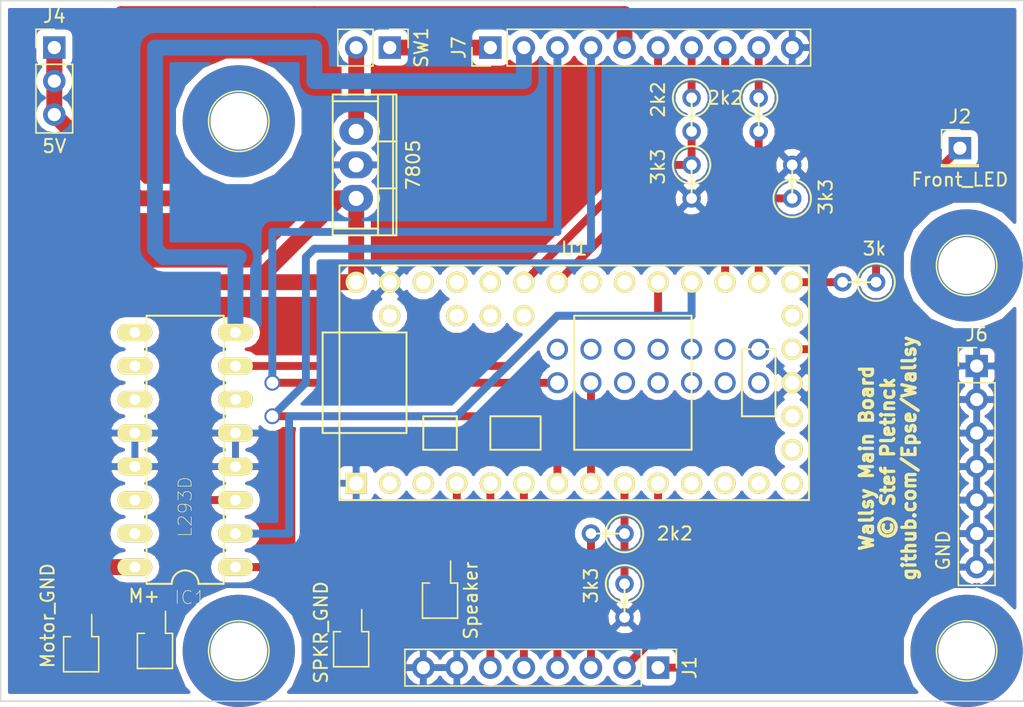
<source format=kicad_pcb>
(kicad_pcb (version 4) (host pcbnew 4.0.6)

  (general
    (links 56)
    (no_connects 0)
    (area 83.515999 96.266666 161.468 153.923333)
    (thickness 1.6)
    (drawings 6)
    (tracks 98)
    (zones 0)
    (modules 24)
    (nets 52)
  )

  (page A4)
  (layers
    (0 F.Cu signal)
    (31 B.Cu signal)
    (32 B.Adhes user)
    (33 F.Adhes user)
    (34 B.Paste user)
    (35 F.Paste user)
    (36 B.SilkS user)
    (37 F.SilkS user)
    (38 B.Mask user)
    (39 F.Mask user)
    (40 Dwgs.User user)
    (41 Cmts.User user)
    (42 Eco1.User user)
    (43 Eco2.User user)
    (44 Edge.Cuts user)
    (45 Margin user)
    (46 B.CrtYd user)
    (47 F.CrtYd user)
    (48 B.Fab user)
    (49 F.Fab user)
  )

  (setup
    (last_trace_width 0.6)
    (trace_clearance 0.2)
    (zone_clearance 0.508)
    (zone_45_only no)
    (trace_min 0.2)
    (segment_width 0.2)
    (edge_width 0.1)
    (via_size 0.66)
    (via_drill 0.34)
    (via_min_size 0.4)
    (via_min_drill 0.3)
    (uvia_size 0.3)
    (uvia_drill 0.1)
    (uvias_allowed no)
    (uvia_min_size 0.2)
    (uvia_min_drill 0.1)
    (pcb_text_width 0.3)
    (pcb_text_size 1.5 1.5)
    (mod_edge_width 0.15)
    (mod_text_size 1 1)
    (mod_text_width 0.15)
    (pad_size 8.5 8.5)
    (pad_drill 4.3)
    (pad_to_mask_clearance 0)
    (aux_axis_origin 0 0)
    (visible_elements FFFFFF7F)
    (pcbplotparams
      (layerselection 0x010e0_80000001)
      (usegerberextensions false)
      (excludeedgelayer true)
      (linewidth 0.100000)
      (plotframeref false)
      (viasonmask false)
      (mode 1)
      (useauxorigin false)
      (hpglpennumber 1)
      (hpglpenspeed 20)
      (hpglpendiameter 15)
      (hpglpenoverlay 2)
      (psnegative false)
      (psa4output false)
      (plotreference true)
      (plotvalue true)
      (plotinvisibletext false)
      (padsonsilk false)
      (subtractmaskfromsilk false)
      (outputformat 1)
      (mirror false)
      (drillshape 0)
      (scaleselection 1)
      (outputdirectory Gerbers/))
  )

  (net 0 "")
  (net 1 /H_EN)
  (net 2 /H_1A)
  (net 3 /H_2A)
  (net 4 VCC)
  (net 5 "Net-(IC1-Pad3)")
  (net 6 GND)
  (net 7 "Net-(IC1-Pad6)")
  (net 8 "Net-(IC1-Pad9)")
  (net 9 "Net-(IC1-Pad10)")
  (net 10 "Net-(IC1-Pad11)")
  (net 11 "Net-(IC1-Pad14)")
  (net 12 "Net-(IC1-Pad15)")
  (net 13 /5V_Regulated)
  (net 14 "Net-(J1-Pad1)")
  (net 15 "Net-(J1-Pad2)")
  (net 16 "Net-(J1-Pad3)")
  (net 17 "Net-(J1-Pad4)")
  (net 18 "Net-(J1-Pad5)")
  (net 19 "Net-(J1-Pad6)")
  (net 20 "Net-(J2-Pad1)")
  (net 21 "Net-(J5-Pad1)")
  (net 22 /PWR_IN)
  (net 23 /USB_D+)
  (net 24 /USB_D-)
  (net 25 "Net-(J7-Pad6)")
  (net 26 "Net-(J7-Pad7)")
  (net 27 "Net-(J7-Pad8)")
  (net 28 "Net-(J7-Pad9)")
  (net 29 "Net-(R1-Pad2)")
  (net 30 "Net-(R2-Pad1)")
  (net 31 "Net-(R4-Pad1)")
  (net 32 "Net-(R6-Pad1)")
  (net 33 "Net-(SW1-Pad2)")
  (net 34 "Net-(U1-Pad19)")
  (net 35 "Net-(U1-Pad16)")
  (net 36 "Net-(U1-Pad15)")
  (net 37 "Net-(U1-Pad14)")
  (net 38 "Net-(U1-Pad25)")
  (net 39 "Net-(U1-Pad26)")
  (net 40 "Net-(U1-Pad29)")
  (net 41 "Net-(U1-Pad30)")
  (net 42 "Net-(U1-Pad31)")
  (net 43 "Net-(U1-Pad34)")
  (net 44 "Net-(U1-Pad35)")
  (net 45 "Net-(U1-Pad36)")
  (net 46 "Net-(U1-Pad37)")
  (net 47 "Net-(U1-Pad13)")
  (net 48 "Net-(U1-Pad12)")
  (net 49 "Net-(U1-Pad11)")
  (net 50 "Net-(U1-Pad3)")
  (net 51 "Net-(U1-Pad2)")

  (net_class Default "This is the default net class."
    (clearance 0.2)
    (trace_width 0.6)
    (via_dia 0.66)
    (via_drill 0.34)
    (uvia_dia 0.3)
    (uvia_drill 0.1)
    (add_net /H_1A)
    (add_net /H_2A)
    (add_net /H_EN)
    (add_net /USB_D+)
    (add_net /USB_D-)
    (add_net "Net-(IC1-Pad10)")
    (add_net "Net-(IC1-Pad11)")
    (add_net "Net-(IC1-Pad14)")
    (add_net "Net-(IC1-Pad15)")
    (add_net "Net-(IC1-Pad3)")
    (add_net "Net-(IC1-Pad6)")
    (add_net "Net-(IC1-Pad9)")
    (add_net "Net-(J1-Pad1)")
    (add_net "Net-(J1-Pad2)")
    (add_net "Net-(J1-Pad3)")
    (add_net "Net-(J1-Pad4)")
    (add_net "Net-(J1-Pad5)")
    (add_net "Net-(J1-Pad6)")
    (add_net "Net-(J2-Pad1)")
    (add_net "Net-(J5-Pad1)")
    (add_net "Net-(J7-Pad6)")
    (add_net "Net-(J7-Pad7)")
    (add_net "Net-(J7-Pad8)")
    (add_net "Net-(J7-Pad9)")
    (add_net "Net-(R1-Pad2)")
    (add_net "Net-(R2-Pad1)")
    (add_net "Net-(R4-Pad1)")
    (add_net "Net-(R6-Pad1)")
    (add_net "Net-(U1-Pad11)")
    (add_net "Net-(U1-Pad12)")
    (add_net "Net-(U1-Pad13)")
    (add_net "Net-(U1-Pad14)")
    (add_net "Net-(U1-Pad15)")
    (add_net "Net-(U1-Pad16)")
    (add_net "Net-(U1-Pad19)")
    (add_net "Net-(U1-Pad2)")
    (add_net "Net-(U1-Pad25)")
    (add_net "Net-(U1-Pad26)")
    (add_net "Net-(U1-Pad29)")
    (add_net "Net-(U1-Pad3)")
    (add_net "Net-(U1-Pad30)")
    (add_net "Net-(U1-Pad31)")
    (add_net "Net-(U1-Pad34)")
    (add_net "Net-(U1-Pad35)")
    (add_net "Net-(U1-Pad36)")
    (add_net "Net-(U1-Pad37)")
  )

  (net_class Power ""
    (clearance 0.5)
    (trace_width 1.2)
    (via_dia 1)
    (via_drill 0.5)
    (uvia_dia 0.3)
    (uvia_drill 0.1)
    (add_net /5V_Regulated)
    (add_net /PWR_IN)
    (add_net GND)
    (add_net "Net-(SW1-Pad2)")
    (add_net VCC)
  )

  (module L293D:DIL16 (layer F.Cu) (tedit 0) (tstamp 59C94E97)
    (at 97.536 132.08 90)
    (descr "<b>Dual In Line Package</b>")
    (path /59C8B348)
    (fp_text reference IC1 (at -11.1973 0.381727 180) (layer F.SilkS)
      (effects (font (size 1.00191 1.00191) (thickness 0.05)))
    )
    (fp_text value L293D (at -4.32337 0 90) (layer F.SilkS)
      (effects (font (size 1.00124 1.00124) (thickness 0.05)))
    )
    (fp_line (start 10.16 -2.921) (end -10.16 -2.921) (layer F.SilkS) (width 0.1524))
    (fp_line (start -10.16 2.921) (end 10.16 2.921) (layer F.SilkS) (width 0.1524))
    (fp_line (start 10.16 -2.921) (end 10.16 2.921) (layer F.SilkS) (width 0.1524))
    (fp_line (start -10.16 -2.921) (end -10.16 -1.016) (layer F.SilkS) (width 0.1524))
    (fp_line (start -10.16 2.921) (end -10.16 1.016) (layer F.SilkS) (width 0.1524))
    (fp_arc (start -10.16 0) (end -10.16 1.016) (angle -180) (layer F.SilkS) (width 0.1524))
    (pad 1 thru_hole oval (at -8.89 3.81 180) (size 2.6416 1.3208) (drill 0.8128) (layers *.Cu *.Mask F.SilkS)
      (net 1 /H_EN))
    (pad 2 thru_hole oval (at -6.35 3.81 180) (size 2.6416 1.3208) (drill 0.8128) (layers *.Cu *.Mask F.SilkS)
      (net 2 /H_1A))
    (pad 7 thru_hole oval (at 6.35 3.81 180) (size 2.6416 1.3208) (drill 0.8128) (layers *.Cu *.Mask F.SilkS)
      (net 3 /H_2A))
    (pad 8 thru_hole oval (at 8.89 3.81 180) (size 2.6416 1.3208) (drill 0.8128) (layers *.Cu *.Mask F.SilkS)
      (net 4 VCC))
    (pad 3 thru_hole oval (at -3.81 3.81 180) (size 2.6416 1.3208) (drill 0.8128) (layers *.Cu *.Mask F.SilkS)
      (net 5 "Net-(IC1-Pad3)"))
    (pad 4 thru_hole oval (at -1.27 3.81 180) (size 2.6416 1.3208) (drill 0.8128) (layers *.Cu *.Mask F.SilkS)
      (net 6 GND))
    (pad 6 thru_hole oval (at 3.81 3.81 180) (size 2.6416 1.3208) (drill 0.8128) (layers *.Cu *.Mask F.SilkS)
      (net 7 "Net-(IC1-Pad6)"))
    (pad 5 thru_hole oval (at 1.27 3.81 180) (size 2.6416 1.3208) (drill 0.8128) (layers *.Cu *.Mask F.SilkS)
      (net 6 GND))
    (pad 9 thru_hole oval (at 8.89 -3.81 180) (size 2.6416 1.3208) (drill 0.8128) (layers *.Cu *.Mask F.SilkS)
      (net 8 "Net-(IC1-Pad9)"))
    (pad 10 thru_hole oval (at 6.35 -3.81 180) (size 2.6416 1.3208) (drill 0.8128) (layers *.Cu *.Mask F.SilkS)
      (net 9 "Net-(IC1-Pad10)"))
    (pad 11 thru_hole oval (at 3.81 -3.81 180) (size 2.6416 1.3208) (drill 0.8128) (layers *.Cu *.Mask F.SilkS)
      (net 10 "Net-(IC1-Pad11)"))
    (pad 12 thru_hole oval (at 1.27 -3.81 180) (size 2.6416 1.3208) (drill 0.8128) (layers *.Cu *.Mask F.SilkS)
      (net 6 GND))
    (pad 13 thru_hole oval (at -1.27 -3.81 180) (size 2.6416 1.3208) (drill 0.8128) (layers *.Cu *.Mask F.SilkS)
      (net 6 GND))
    (pad 14 thru_hole oval (at -3.81 -3.81 180) (size 2.6416 1.3208) (drill 0.8128) (layers *.Cu *.Mask F.SilkS)
      (net 11 "Net-(IC1-Pad14)"))
    (pad 15 thru_hole oval (at -6.35 -3.81 180) (size 2.6416 1.3208) (drill 0.8128) (layers *.Cu *.Mask F.SilkS)
      (net 12 "Net-(IC1-Pad15)"))
    (pad 16 thru_hole oval (at -8.89 -3.81 180) (size 2.6416 1.3208) (drill 0.8128) (layers *.Cu *.Mask F.SilkS)
      (net 13 /5V_Regulated))
  )

  (module Pin_Headers:Pin_Header_Straight_1x08_Pitch2.54mm (layer F.Cu) (tedit 59CA0CDC) (tstamp 59C94EA3)
    (at 133.35 148.59 270)
    (descr "Through hole straight pin header, 1x08, 2.54mm pitch, single row")
    (tags "Through hole pin header THT 1x08 2.54mm single row")
    (path /59C98C29)
    (fp_text reference J1 (at 0 -2.39 270) (layer F.SilkS)
      (effects (font (size 1 1) (thickness 0.15)))
    )
    (fp_text value CONN_01X08 (at 0 20.17 270) (layer F.Fab) hide
      (effects (font (size 1 1) (thickness 0.15)))
    )
    (fp_line (start -1.27 -1.27) (end -1.27 19.05) (layer F.Fab) (width 0.1))
    (fp_line (start -1.27 19.05) (end 1.27 19.05) (layer F.Fab) (width 0.1))
    (fp_line (start 1.27 19.05) (end 1.27 -1.27) (layer F.Fab) (width 0.1))
    (fp_line (start 1.27 -1.27) (end -1.27 -1.27) (layer F.Fab) (width 0.1))
    (fp_line (start -1.39 1.27) (end -1.39 19.17) (layer F.SilkS) (width 0.12))
    (fp_line (start -1.39 19.17) (end 1.39 19.17) (layer F.SilkS) (width 0.12))
    (fp_line (start 1.39 19.17) (end 1.39 1.27) (layer F.SilkS) (width 0.12))
    (fp_line (start 1.39 1.27) (end -1.39 1.27) (layer F.SilkS) (width 0.12))
    (fp_line (start -1.39 0) (end -1.39 -1.39) (layer F.SilkS) (width 0.12))
    (fp_line (start -1.39 -1.39) (end 0 -1.39) (layer F.SilkS) (width 0.12))
    (fp_line (start -1.6 -1.6) (end -1.6 19.3) (layer F.CrtYd) (width 0.05))
    (fp_line (start -1.6 19.3) (end 1.6 19.3) (layer F.CrtYd) (width 0.05))
    (fp_line (start 1.6 19.3) (end 1.6 -1.6) (layer F.CrtYd) (width 0.05))
    (fp_line (start 1.6 -1.6) (end -1.6 -1.6) (layer F.CrtYd) (width 0.05))
    (pad 1 thru_hole rect (at 0 0 270) (size 1.7 1.7) (drill 1) (layers *.Cu *.Mask)
      (net 14 "Net-(J1-Pad1)"))
    (pad 2 thru_hole oval (at 0 2.54 270) (size 1.7 1.7) (drill 1) (layers *.Cu *.Mask)
      (net 15 "Net-(J1-Pad2)"))
    (pad 3 thru_hole oval (at 0 5.08 270) (size 1.7 1.7) (drill 1) (layers *.Cu *.Mask)
      (net 16 "Net-(J1-Pad3)"))
    (pad 4 thru_hole oval (at 0 7.62 270) (size 1.7 1.7) (drill 1) (layers *.Cu *.Mask)
      (net 17 "Net-(J1-Pad4)"))
    (pad 5 thru_hole oval (at 0 10.16 270) (size 1.7 1.7) (drill 1) (layers *.Cu *.Mask)
      (net 18 "Net-(J1-Pad5)"))
    (pad 6 thru_hole oval (at 0 12.7 270) (size 1.7 1.7) (drill 1) (layers *.Cu *.Mask)
      (net 19 "Net-(J1-Pad6)"))
    (pad 7 thru_hole oval (at 0 15.24 270) (size 1.7 1.7) (drill 1) (layers *.Cu *.Mask)
      (net 6 GND))
    (pad 8 thru_hole oval (at 0 17.78 270) (size 1.7 1.7) (drill 1) (layers *.Cu *.Mask)
      (net 6 GND))
    (model Pin_Headers.3dshapes/Pin_Header_Straight_1x08_Pitch2.54mm.wrl
      (at (xyz 0 -0.35 0))
      (scale (xyz 1 1 1))
      (rotate (xyz 0 0 90))
    )
  )

  (module Pin_Headers:Pin_Header_Straight_1x01_Pitch2.54mm (layer F.Cu) (tedit 59CA1184) (tstamp 59C94EA8)
    (at 156.21 109.22)
    (descr "Through hole straight pin header, 1x01, 2.54mm pitch, single row")
    (tags "Through hole pin header THT 1x01 2.54mm single row")
    (path /59C79E8B)
    (fp_text reference J2 (at 0 -2.39) (layer F.SilkS)
      (effects (font (size 1 1) (thickness 0.15)))
    )
    (fp_text value Front_LED (at 0 2.39) (layer F.SilkS)
      (effects (font (size 1 1) (thickness 0.15)))
    )
    (fp_line (start -1.27 -1.27) (end -1.27 1.27) (layer F.Fab) (width 0.1))
    (fp_line (start -1.27 1.27) (end 1.27 1.27) (layer F.Fab) (width 0.1))
    (fp_line (start 1.27 1.27) (end 1.27 -1.27) (layer F.Fab) (width 0.1))
    (fp_line (start 1.27 -1.27) (end -1.27 -1.27) (layer F.Fab) (width 0.1))
    (fp_line (start -1.39 1.27) (end -1.39 1.39) (layer F.SilkS) (width 0.12))
    (fp_line (start -1.39 1.39) (end 1.39 1.39) (layer F.SilkS) (width 0.12))
    (fp_line (start 1.39 1.39) (end 1.39 1.27) (layer F.SilkS) (width 0.12))
    (fp_line (start 1.39 1.27) (end -1.39 1.27) (layer F.SilkS) (width 0.12))
    (fp_line (start -1.39 0) (end -1.39 -1.39) (layer F.SilkS) (width 0.12))
    (fp_line (start -1.39 -1.39) (end 0 -1.39) (layer F.SilkS) (width 0.12))
    (fp_line (start -1.6 -1.6) (end -1.6 1.6) (layer F.CrtYd) (width 0.05))
    (fp_line (start -1.6 1.6) (end 1.6 1.6) (layer F.CrtYd) (width 0.05))
    (fp_line (start 1.6 1.6) (end 1.6 -1.6) (layer F.CrtYd) (width 0.05))
    (fp_line (start 1.6 -1.6) (end -1.6 -1.6) (layer F.CrtYd) (width 0.05))
    (pad 1 thru_hole rect (at 0 0) (size 1.7 1.7) (drill 1) (layers *.Cu *.Mask)
      (net 20 "Net-(J2-Pad1)"))
    (model Pin_Headers.3dshapes/Pin_Header_Straight_1x01_Pitch2.54mm.wrl
      (at (xyz 0 0 0))
      (scale (xyz 1 1 1))
      (rotate (xyz 0 0 90))
    )
  )

  (module Pin_Headers:Pin_Header_Straight_1x01_Pitch2.54mm_SMD_Pin1Left (layer F.Cu) (tedit 59CA20A0) (tstamp 59C94EAD)
    (at 95.25 147.32 270)
    (descr "surface-mounted straight pin header, 1x01, 2.54mm pitch, single row, style 1 (pin 1 left)")
    (tags "Surface mounted pin header SMD 1x01 2.54mm single row style1 pin1 left")
    (path /59C8C231)
    (attr smd)
    (fp_text reference M+ (at -4.1656 0.8128 360) (layer F.SilkS)
      (effects (font (size 1 1) (thickness 0.15)))
    )
    (fp_text value Track_Motor (at 0 2.33 270) (layer F.Fab) hide
      (effects (font (size 1 1) (thickness 0.15)))
    )
    (fp_line (start -1.27 -1.27) (end -1.27 1.27) (layer F.Fab) (width 0.1))
    (fp_line (start -1.27 1.27) (end 1.27 1.27) (layer F.Fab) (width 0.1))
    (fp_line (start 1.27 1.27) (end 1.27 -1.27) (layer F.Fab) (width 0.1))
    (fp_line (start 1.27 -1.27) (end -1.27 -1.27) (layer F.Fab) (width 0.1))
    (fp_line (start -1.27 -0.32) (end -1.27 0.32) (layer F.Fab) (width 0.1))
    (fp_line (start -1.27 0.32) (end -2.65 0.32) (layer F.Fab) (width 0.1))
    (fp_line (start -2.65 0.32) (end -2.65 -0.32) (layer F.Fab) (width 0.1))
    (fp_line (start -2.65 -0.32) (end -1.27 -0.32) (layer F.Fab) (width 0.1))
    (fp_line (start -1.33 -0.8) (end -1.33 -1.33) (layer F.SilkS) (width 0.12))
    (fp_line (start -1.33 -1.33) (end 1.33 -1.33) (layer F.SilkS) (width 0.12))
    (fp_line (start 1.33 -1.33) (end 1.33 -0.8) (layer F.SilkS) (width 0.12))
    (fp_line (start -1.33 0.8) (end -1.33 1.33) (layer F.SilkS) (width 0.12))
    (fp_line (start -1.33 1.33) (end 1.33 1.33) (layer F.SilkS) (width 0.12))
    (fp_line (start 1.33 1.33) (end 1.33 0.8) (layer F.SilkS) (width 0.12))
    (fp_line (start 1.33 -1.33) (end 1.33 1.33) (layer F.SilkS) (width 0.12))
    (fp_line (start -1.33 -0.8) (end -3 -0.8) (layer F.SilkS) (width 0.12))
    (fp_line (start -3.25 -1.55) (end -3.25 1.55) (layer F.CrtYd) (width 0.05))
    (fp_line (start -3.25 1.55) (end 3.25 1.55) (layer F.CrtYd) (width 0.05))
    (fp_line (start 3.25 1.55) (end 3.25 -1.55) (layer F.CrtYd) (width 0.05))
    (fp_line (start 3.25 -1.55) (end -3.25 -1.55) (layer F.CrtYd) (width 0.05))
    (pad 1 smd rect (at -1.5 0 270) (size 3 1) (layers F.Cu F.Mask)
      (net 5 "Net-(IC1-Pad3)"))
    (model Pin_Headers.3dshapes/Pin_Header_Straight_1x01_Pitch2.54mm_SMD_Pin1Left.wrl
      (at (xyz 0 0 0))
      (scale (xyz 1 1 1))
      (rotate (xyz 0 0 0))
    )
  )

  (module Pin_Headers:Pin_Header_Straight_1x03_Pitch2.54mm (layer F.Cu) (tedit 59CA11D5) (tstamp 59C94EB4)
    (at 87.63 101.6)
    (descr "Through hole straight pin header, 1x03, 2.54mm pitch, single row")
    (tags "Through hole pin header THT 1x03 2.54mm single row")
    (path /59C9C00A)
    (fp_text reference J4 (at 0 -2.39) (layer F.SilkS)
      (effects (font (size 1 1) (thickness 0.15)))
    )
    (fp_text value 5V (at 0 7.47) (layer F.SilkS)
      (effects (font (size 1 1) (thickness 0.15)))
    )
    (fp_line (start -1.27 -1.27) (end -1.27 6.35) (layer F.Fab) (width 0.1))
    (fp_line (start -1.27 6.35) (end 1.27 6.35) (layer F.Fab) (width 0.1))
    (fp_line (start 1.27 6.35) (end 1.27 -1.27) (layer F.Fab) (width 0.1))
    (fp_line (start 1.27 -1.27) (end -1.27 -1.27) (layer F.Fab) (width 0.1))
    (fp_line (start -1.39 1.27) (end -1.39 6.47) (layer F.SilkS) (width 0.12))
    (fp_line (start -1.39 6.47) (end 1.39 6.47) (layer F.SilkS) (width 0.12))
    (fp_line (start 1.39 6.47) (end 1.39 1.27) (layer F.SilkS) (width 0.12))
    (fp_line (start 1.39 1.27) (end -1.39 1.27) (layer F.SilkS) (width 0.12))
    (fp_line (start -1.39 0) (end -1.39 -1.39) (layer F.SilkS) (width 0.12))
    (fp_line (start -1.39 -1.39) (end 0 -1.39) (layer F.SilkS) (width 0.12))
    (fp_line (start -1.6 -1.6) (end -1.6 6.6) (layer F.CrtYd) (width 0.05))
    (fp_line (start -1.6 6.6) (end 1.6 6.6) (layer F.CrtYd) (width 0.05))
    (fp_line (start 1.6 6.6) (end 1.6 -1.6) (layer F.CrtYd) (width 0.05))
    (fp_line (start 1.6 -1.6) (end -1.6 -1.6) (layer F.CrtYd) (width 0.05))
    (pad 1 thru_hole rect (at 0 0) (size 1.7 1.7) (drill 1) (layers *.Cu *.Mask)
      (net 13 /5V_Regulated))
    (pad 2 thru_hole oval (at 0 2.54) (size 1.7 1.7) (drill 1) (layers *.Cu *.Mask)
      (net 13 /5V_Regulated))
    (pad 3 thru_hole oval (at 0 5.08) (size 1.7 1.7) (drill 1) (layers *.Cu *.Mask)
      (net 13 /5V_Regulated))
    (model Pin_Headers.3dshapes/Pin_Header_Straight_1x03_Pitch2.54mm.wrl
      (at (xyz 0 -0.1 0))
      (scale (xyz 1 1 1))
      (rotate (xyz 0 0 90))
    )
  )

  (module Pin_Headers:Pin_Header_Straight_1x01_Pitch2.54mm_SMD_Pin1Left (layer F.Cu) (tedit 59CA10FD) (tstamp 59C94EB9)
    (at 116.84 143.51 270)
    (descr "surface-mounted straight pin header, 1x01, 2.54mm pitch, single row, style 1 (pin 1 left)")
    (tags "Surface mounted pin header SMD 1x01 2.54mm single row style1 pin1 left")
    (path /59C949C5)
    (attr smd)
    (fp_text reference Speaker (at 0 -2.33 270) (layer F.SilkS)
      (effects (font (size 1 1) (thickness 0.15)))
    )
    (fp_text value Speaker (at 0 2.33 270) (layer F.Fab) hide
      (effects (font (size 1 1) (thickness 0.15)))
    )
    (fp_line (start -1.27 -1.27) (end -1.27 1.27) (layer F.Fab) (width 0.1))
    (fp_line (start -1.27 1.27) (end 1.27 1.27) (layer F.Fab) (width 0.1))
    (fp_line (start 1.27 1.27) (end 1.27 -1.27) (layer F.Fab) (width 0.1))
    (fp_line (start 1.27 -1.27) (end -1.27 -1.27) (layer F.Fab) (width 0.1))
    (fp_line (start -1.27 -0.32) (end -1.27 0.32) (layer F.Fab) (width 0.1))
    (fp_line (start -1.27 0.32) (end -2.65 0.32) (layer F.Fab) (width 0.1))
    (fp_line (start -2.65 0.32) (end -2.65 -0.32) (layer F.Fab) (width 0.1))
    (fp_line (start -2.65 -0.32) (end -1.27 -0.32) (layer F.Fab) (width 0.1))
    (fp_line (start -1.33 -0.8) (end -1.33 -1.33) (layer F.SilkS) (width 0.12))
    (fp_line (start -1.33 -1.33) (end 1.33 -1.33) (layer F.SilkS) (width 0.12))
    (fp_line (start 1.33 -1.33) (end 1.33 -0.8) (layer F.SilkS) (width 0.12))
    (fp_line (start -1.33 0.8) (end -1.33 1.33) (layer F.SilkS) (width 0.12))
    (fp_line (start -1.33 1.33) (end 1.33 1.33) (layer F.SilkS) (width 0.12))
    (fp_line (start 1.33 1.33) (end 1.33 0.8) (layer F.SilkS) (width 0.12))
    (fp_line (start 1.33 -1.33) (end 1.33 1.33) (layer F.SilkS) (width 0.12))
    (fp_line (start -1.33 -0.8) (end -3 -0.8) (layer F.SilkS) (width 0.12))
    (fp_line (start -3.25 -1.55) (end -3.25 1.55) (layer F.CrtYd) (width 0.05))
    (fp_line (start -3.25 1.55) (end 3.25 1.55) (layer F.CrtYd) (width 0.05))
    (fp_line (start 3.25 1.55) (end 3.25 -1.55) (layer F.CrtYd) (width 0.05))
    (fp_line (start 3.25 -1.55) (end -3.25 -1.55) (layer F.CrtYd) (width 0.05))
    (pad 1 smd rect (at -1.5 0 270) (size 3 1) (layers F.Cu F.Mask)
      (net 21 "Net-(J5-Pad1)"))
    (model Pin_Headers.3dshapes/Pin_Header_Straight_1x01_Pitch2.54mm_SMD_Pin1Left.wrl
      (at (xyz 0 0 0))
      (scale (xyz 1 1 1))
      (rotate (xyz 0 0 0))
    )
  )

  (module Pin_Headers:Pin_Header_Straight_1x07_Pitch2.54mm (layer F.Cu) (tedit 59CA2766) (tstamp 59C94EC4)
    (at 157.48 125.73)
    (descr "Through hole straight pin header, 1x07, 2.54mm pitch, single row")
    (tags "Through hole pin header THT 1x07 2.54mm single row")
    (path /59C98002)
    (fp_text reference J6 (at 0 -2.39) (layer F.SilkS)
      (effects (font (size 1 1) (thickness 0.15)))
    )
    (fp_text value GND (at -2.54 13.97 90) (layer F.SilkS)
      (effects (font (size 1 1) (thickness 0.15)))
    )
    (fp_line (start -1.27 -1.27) (end -1.27 16.51) (layer F.Fab) (width 0.1))
    (fp_line (start -1.27 16.51) (end 1.27 16.51) (layer F.Fab) (width 0.1))
    (fp_line (start 1.27 16.51) (end 1.27 -1.27) (layer F.Fab) (width 0.1))
    (fp_line (start 1.27 -1.27) (end -1.27 -1.27) (layer F.Fab) (width 0.1))
    (fp_line (start -1.39 1.27) (end -1.39 16.63) (layer F.SilkS) (width 0.12))
    (fp_line (start -1.39 16.63) (end 1.39 16.63) (layer F.SilkS) (width 0.12))
    (fp_line (start 1.39 16.63) (end 1.39 1.27) (layer F.SilkS) (width 0.12))
    (fp_line (start 1.39 1.27) (end -1.39 1.27) (layer F.SilkS) (width 0.12))
    (fp_line (start -1.39 0) (end -1.39 -1.39) (layer F.SilkS) (width 0.12))
    (fp_line (start -1.39 -1.39) (end 0 -1.39) (layer F.SilkS) (width 0.12))
    (fp_line (start -1.6 -1.6) (end -1.6 16.8) (layer F.CrtYd) (width 0.05))
    (fp_line (start -1.6 16.8) (end 1.6 16.8) (layer F.CrtYd) (width 0.05))
    (fp_line (start 1.6 16.8) (end 1.6 -1.6) (layer F.CrtYd) (width 0.05))
    (fp_line (start 1.6 -1.6) (end -1.6 -1.6) (layer F.CrtYd) (width 0.05))
    (pad 1 thru_hole rect (at 0 0) (size 1.7 1.7) (drill 1) (layers *.Cu *.Mask)
      (net 6 GND))
    (pad 2 thru_hole oval (at 0 2.54) (size 1.7 1.7) (drill 1) (layers *.Cu *.Mask)
      (net 6 GND))
    (pad 3 thru_hole oval (at 0 5.08) (size 1.7 1.7) (drill 1) (layers *.Cu *.Mask)
      (net 6 GND))
    (pad 4 thru_hole oval (at 0 7.62) (size 1.7 1.7) (drill 1) (layers *.Cu *.Mask)
      (net 6 GND))
    (pad 5 thru_hole oval (at 0 10.16) (size 1.7 1.7) (drill 1) (layers *.Cu *.Mask)
      (net 6 GND))
    (pad 6 thru_hole oval (at 0 12.7) (size 1.7 1.7) (drill 1) (layers *.Cu *.Mask)
      (net 6 GND))
    (pad 7 thru_hole oval (at 0 15.24) (size 1.7 1.7) (drill 1) (layers *.Cu *.Mask)
      (net 6 GND))
    (model Pin_Headers.3dshapes/Pin_Header_Straight_1x07_Pitch2.54mm.wrl
      (at (xyz 0 -0.3 0))
      (scale (xyz 1 1 1))
      (rotate (xyz 0 0 90))
    )
  )

  (module Pin_Headers:Pin_Header_Straight_1x10_Pitch2.54mm (layer F.Cu) (tedit 59CA0CF3) (tstamp 59C94ED2)
    (at 120.65 101.6 90)
    (descr "Through hole straight pin header, 1x10, 2.54mm pitch, single row")
    (tags "Through hole pin header THT 1x10 2.54mm single row")
    (path /59C9C1DF)
    (fp_text reference J7 (at 0 -2.39 90) (layer F.SilkS)
      (effects (font (size 1 1) (thickness 0.15)))
    )
    (fp_text value CONN_01X10 (at 0 25.25 90) (layer F.Fab) hide
      (effects (font (size 1 1) (thickness 0.15)))
    )
    (fp_line (start -1.27 -1.27) (end -1.27 24.13) (layer F.Fab) (width 0.1))
    (fp_line (start -1.27 24.13) (end 1.27 24.13) (layer F.Fab) (width 0.1))
    (fp_line (start 1.27 24.13) (end 1.27 -1.27) (layer F.Fab) (width 0.1))
    (fp_line (start 1.27 -1.27) (end -1.27 -1.27) (layer F.Fab) (width 0.1))
    (fp_line (start -1.39 1.27) (end -1.39 24.25) (layer F.SilkS) (width 0.12))
    (fp_line (start -1.39 24.25) (end 1.39 24.25) (layer F.SilkS) (width 0.12))
    (fp_line (start 1.39 24.25) (end 1.39 1.27) (layer F.SilkS) (width 0.12))
    (fp_line (start 1.39 1.27) (end -1.39 1.27) (layer F.SilkS) (width 0.12))
    (fp_line (start -1.39 0) (end -1.39 -1.39) (layer F.SilkS) (width 0.12))
    (fp_line (start -1.39 -1.39) (end 0 -1.39) (layer F.SilkS) (width 0.12))
    (fp_line (start -1.6 -1.6) (end -1.6 24.4) (layer F.CrtYd) (width 0.05))
    (fp_line (start -1.6 24.4) (end 1.6 24.4) (layer F.CrtYd) (width 0.05))
    (fp_line (start 1.6 24.4) (end 1.6 -1.6) (layer F.CrtYd) (width 0.05))
    (fp_line (start 1.6 -1.6) (end -1.6 -1.6) (layer F.CrtYd) (width 0.05))
    (pad 1 thru_hole rect (at 0 0 90) (size 1.7 1.7) (drill 1) (layers *.Cu *.Mask)
      (net 22 /PWR_IN))
    (pad 2 thru_hole oval (at 0 2.54 90) (size 1.7 1.7) (drill 1) (layers *.Cu *.Mask)
      (net 4 VCC))
    (pad 3 thru_hole oval (at 0 5.08 90) (size 1.7 1.7) (drill 1) (layers *.Cu *.Mask)
      (net 23 /USB_D+))
    (pad 4 thru_hole oval (at 0 7.62 90) (size 1.7 1.7) (drill 1) (layers *.Cu *.Mask)
      (net 24 /USB_D-))
    (pad 5 thru_hole oval (at 0 10.16 90) (size 1.7 1.7) (drill 1) (layers *.Cu *.Mask)
      (net 13 /5V_Regulated))
    (pad 6 thru_hole oval (at 0 12.7 90) (size 1.7 1.7) (drill 1) (layers *.Cu *.Mask)
      (net 25 "Net-(J7-Pad6)"))
    (pad 7 thru_hole oval (at 0 15.24 90) (size 1.7 1.7) (drill 1) (layers *.Cu *.Mask)
      (net 26 "Net-(J7-Pad7)"))
    (pad 8 thru_hole oval (at 0 17.78 90) (size 1.7 1.7) (drill 1) (layers *.Cu *.Mask)
      (net 27 "Net-(J7-Pad8)"))
    (pad 9 thru_hole oval (at 0 20.32 90) (size 1.7 1.7) (drill 1) (layers *.Cu *.Mask)
      (net 28 "Net-(J7-Pad9)"))
    (pad 10 thru_hole oval (at 0 22.86 90) (size 1.7 1.7) (drill 1) (layers *.Cu *.Mask)
      (net 6 GND))
    (model Pin_Headers.3dshapes/Pin_Header_Straight_1x10_Pitch2.54mm.wrl
      (at (xyz 0 -0.45 0))
      (scale (xyz 1 1 1))
      (rotate (xyz 0 0 90))
    )
  )

  (module Discret:R1 (layer F.Cu) (tedit 59CA1176) (tstamp 59C94ED8)
    (at 148.59 119.38 180)
    (descr "Resistance verticale")
    (tags R)
    (path /59C77AE4)
    (fp_text reference R1 (at -1.016 2.54 180) (layer F.SilkS) hide
      (effects (font (size 1 1) (thickness 0.15)))
    )
    (fp_text value 3k (at -1.143 2.54 180) (layer F.SilkS)
      (effects (font (size 1 1) (thickness 0.15)))
    )
    (fp_line (start -1.27 0) (end 1.27 0) (layer F.SilkS) (width 0.15))
    (fp_circle (center -1.27 0) (end -0.635 1.27) (layer F.SilkS) (width 0.15))
    (pad 1 thru_hole circle (at -1.27 0 180) (size 1.397 1.397) (drill 0.8128) (layers *.Cu *.Mask)
      (net 20 "Net-(J2-Pad1)"))
    (pad 2 thru_hole circle (at 1.27 0 180) (size 1.397 1.397) (drill 0.8128) (layers *.Cu *.Mask)
      (net 29 "Net-(R1-Pad2)"))
    (model Discret.3dshapes/R1.wrl
      (at (xyz 0 0 0))
      (scale (xyz 1 1 1))
      (rotate (xyz 0 0 0))
    )
  )

  (module Discret:R1 (layer F.Cu) (tedit 59CA11B4) (tstamp 59C94EDE)
    (at 135.89 111.76 270)
    (descr "Resistance verticale")
    (tags R)
    (path /59C8CC9C)
    (fp_text reference R2 (at -1.016 2.54 270) (layer F.SilkS) hide
      (effects (font (size 1 1) (thickness 0.15)))
    )
    (fp_text value 3k3 (at -1.143 2.54 270) (layer F.SilkS)
      (effects (font (size 1 1) (thickness 0.15)))
    )
    (fp_line (start -1.27 0) (end 1.27 0) (layer F.SilkS) (width 0.15))
    (fp_circle (center -1.27 0) (end -0.635 1.27) (layer F.SilkS) (width 0.15))
    (pad 1 thru_hole circle (at -1.27 0 270) (size 1.397 1.397) (drill 0.8128) (layers *.Cu *.Mask)
      (net 30 "Net-(R2-Pad1)"))
    (pad 2 thru_hole circle (at 1.27 0 270) (size 1.397 1.397) (drill 0.8128) (layers *.Cu *.Mask)
      (net 6 GND))
    (model Discret.3dshapes/R1.wrl
      (at (xyz 0 0 0))
      (scale (xyz 1 1 1))
      (rotate (xyz 0 0 0))
    )
  )

  (module Discret:R1 (layer F.Cu) (tedit 59CA11BF) (tstamp 59C94EE4)
    (at 135.89 106.68 270)
    (descr "Resistance verticale")
    (tags R)
    (path /59C8CBEF)
    (fp_text reference R3 (at -1.016 2.54 270) (layer F.SilkS) hide
      (effects (font (size 1 1) (thickness 0.15)))
    )
    (fp_text value 2k2 (at -1.143 2.54 270) (layer F.SilkS)
      (effects (font (size 1 1) (thickness 0.15)))
    )
    (fp_line (start -1.27 0) (end 1.27 0) (layer F.SilkS) (width 0.15))
    (fp_circle (center -1.27 0) (end -0.635 1.27) (layer F.SilkS) (width 0.15))
    (pad 1 thru_hole circle (at -1.27 0 270) (size 1.397 1.397) (drill 0.8128) (layers *.Cu *.Mask)
      (net 26 "Net-(J7-Pad7)"))
    (pad 2 thru_hole circle (at 1.27 0 270) (size 1.397 1.397) (drill 0.8128) (layers *.Cu *.Mask)
      (net 30 "Net-(R2-Pad1)"))
    (model Discret.3dshapes/R1.wrl
      (at (xyz 0 0 0))
      (scale (xyz 1 1 1))
      (rotate (xyz 0 0 0))
    )
  )

  (module Discret:R1 (layer F.Cu) (tedit 59CA1166) (tstamp 59C94EEA)
    (at 129.54 138.43 180)
    (descr "Resistance verticale")
    (tags R)
    (path /59C99EEF)
    (fp_text reference R4 (at -1.016 2.54 180) (layer F.SilkS) hide
      (effects (font (size 1 1) (thickness 0.15)))
    )
    (fp_text value 2k2 (at -5.08 0 180) (layer F.SilkS)
      (effects (font (size 1 1) (thickness 0.15)))
    )
    (fp_line (start -1.27 0) (end 1.27 0) (layer F.SilkS) (width 0.15))
    (fp_circle (center -1.27 0) (end -0.635 1.27) (layer F.SilkS) (width 0.15))
    (pad 1 thru_hole circle (at -1.27 0 180) (size 1.397 1.397) (drill 0.8128) (layers *.Cu *.Mask)
      (net 31 "Net-(R4-Pad1)"))
    (pad 2 thru_hole circle (at 1.27 0 180) (size 1.397 1.397) (drill 0.8128) (layers *.Cu *.Mask)
      (net 16 "Net-(J1-Pad3)"))
    (model Discret.3dshapes/R1.wrl
      (at (xyz 0 0 0))
      (scale (xyz 1 1 1))
      (rotate (xyz 0 0 0))
    )
  )

  (module Discret:R1 (layer F.Cu) (tedit 59CA112C) (tstamp 59C94EF0)
    (at 130.81 143.51 270)
    (descr "Resistance verticale")
    (tags R)
    (path /59C99FAF)
    (fp_text reference R5 (at -1.016 2.54 270) (layer F.SilkS) hide
      (effects (font (size 1 1) (thickness 0.15)))
    )
    (fp_text value 3k3 (at -1.143 2.54 270) (layer F.SilkS)
      (effects (font (size 1 1) (thickness 0.15)))
    )
    (fp_line (start -1.27 0) (end 1.27 0) (layer F.SilkS) (width 0.15))
    (fp_circle (center -1.27 0) (end -0.635 1.27) (layer F.SilkS) (width 0.15))
    (pad 1 thru_hole circle (at -1.27 0 270) (size 1.397 1.397) (drill 0.8128) (layers *.Cu *.Mask)
      (net 31 "Net-(R4-Pad1)"))
    (pad 2 thru_hole circle (at 1.27 0 270) (size 1.397 1.397) (drill 0.8128) (layers *.Cu *.Mask)
      (net 6 GND))
    (model Discret.3dshapes/R1.wrl
      (at (xyz 0 0 0))
      (scale (xyz 1 1 1))
      (rotate (xyz 0 0 0))
    )
  )

  (module Discret:R1 (layer F.Cu) (tedit 59CA1190) (tstamp 59C94EF6)
    (at 143.51 111.76 90)
    (descr "Resistance verticale")
    (tags R)
    (path /59C997EE)
    (fp_text reference R6 (at -1.016 2.54 90) (layer F.SilkS) hide
      (effects (font (size 1 1) (thickness 0.15)))
    )
    (fp_text value 3k3 (at -1.143 2.54 90) (layer F.SilkS)
      (effects (font (size 1 1) (thickness 0.15)))
    )
    (fp_line (start -1.27 0) (end 1.27 0) (layer F.SilkS) (width 0.15))
    (fp_circle (center -1.27 0) (end -0.635 1.27) (layer F.SilkS) (width 0.15))
    (pad 1 thru_hole circle (at -1.27 0 90) (size 1.397 1.397) (drill 0.8128) (layers *.Cu *.Mask)
      (net 32 "Net-(R6-Pad1)"))
    (pad 2 thru_hole circle (at 1.27 0 90) (size 1.397 1.397) (drill 0.8128) (layers *.Cu *.Mask)
      (net 6 GND))
    (model Discret.3dshapes/R1.wrl
      (at (xyz 0 0 0))
      (scale (xyz 1 1 1))
      (rotate (xyz 0 0 0))
    )
  )

  (module Discret:R1 (layer F.Cu) (tedit 59CA11A6) (tstamp 59C94EFC)
    (at 140.97 106.68 270)
    (descr "Resistance verticale")
    (tags R)
    (path /59C99708)
    (fp_text reference R7 (at -1.016 2.54 270) (layer F.SilkS) hide
      (effects (font (size 1 1) (thickness 0.15)))
    )
    (fp_text value 2k2 (at -1.27 2.54 360) (layer F.SilkS)
      (effects (font (size 1 1) (thickness 0.15)))
    )
    (fp_line (start -1.27 0) (end 1.27 0) (layer F.SilkS) (width 0.15))
    (fp_circle (center -1.27 0) (end -0.635 1.27) (layer F.SilkS) (width 0.15))
    (pad 1 thru_hole circle (at -1.27 0 270) (size 1.397 1.397) (drill 0.8128) (layers *.Cu *.Mask)
      (net 28 "Net-(J7-Pad9)"))
    (pad 2 thru_hole circle (at 1.27 0 270) (size 1.397 1.397) (drill 0.8128) (layers *.Cu *.Mask)
      (net 32 "Net-(R6-Pad1)"))
    (model Discret.3dshapes/R1.wrl
      (at (xyz 0 0 0))
      (scale (xyz 1 1 1))
      (rotate (xyz 0 0 0))
    )
  )

  (module Pin_Headers:Pin_Header_Straight_1x02_Pitch2.54mm (layer F.Cu) (tedit 59CA0CF9) (tstamp 59C94F02)
    (at 113.03 101.6 270)
    (descr "Through hole straight pin header, 1x02, 2.54mm pitch, single row")
    (tags "Through hole pin header THT 1x02 2.54mm single row")
    (path /59C9D628)
    (fp_text reference SW1 (at 0 -2.39 270) (layer F.SilkS)
      (effects (font (size 1 1) (thickness 0.15)))
    )
    (fp_text value SW_DPST_x2 (at 0 4.93 270) (layer F.Fab) hide
      (effects (font (size 1 1) (thickness 0.15)))
    )
    (fp_line (start -1.27 -1.27) (end -1.27 3.81) (layer F.Fab) (width 0.1))
    (fp_line (start -1.27 3.81) (end 1.27 3.81) (layer F.Fab) (width 0.1))
    (fp_line (start 1.27 3.81) (end 1.27 -1.27) (layer F.Fab) (width 0.1))
    (fp_line (start 1.27 -1.27) (end -1.27 -1.27) (layer F.Fab) (width 0.1))
    (fp_line (start -1.39 1.27) (end -1.39 3.93) (layer F.SilkS) (width 0.12))
    (fp_line (start -1.39 3.93) (end 1.39 3.93) (layer F.SilkS) (width 0.12))
    (fp_line (start 1.39 3.93) (end 1.39 1.27) (layer F.SilkS) (width 0.12))
    (fp_line (start 1.39 1.27) (end -1.39 1.27) (layer F.SilkS) (width 0.12))
    (fp_line (start -1.39 0) (end -1.39 -1.39) (layer F.SilkS) (width 0.12))
    (fp_line (start -1.39 -1.39) (end 0 -1.39) (layer F.SilkS) (width 0.12))
    (fp_line (start -1.6 -1.6) (end -1.6 4.1) (layer F.CrtYd) (width 0.05))
    (fp_line (start -1.6 4.1) (end 1.6 4.1) (layer F.CrtYd) (width 0.05))
    (fp_line (start 1.6 4.1) (end 1.6 -1.6) (layer F.CrtYd) (width 0.05))
    (fp_line (start 1.6 -1.6) (end -1.6 -1.6) (layer F.CrtYd) (width 0.05))
    (pad 1 thru_hole rect (at 0 0 270) (size 1.7 1.7) (drill 1) (layers *.Cu *.Mask)
      (net 22 /PWR_IN))
    (pad 2 thru_hole oval (at 0 2.54 270) (size 1.7 1.7) (drill 1) (layers *.Cu *.Mask)
      (net 33 "Net-(SW1-Pad2)"))
    (model Pin_Headers.3dshapes/Pin_Header_Straight_1x02_Pitch2.54mm.wrl
      (at (xyz 0 -0.05 0))
      (scale (xyz 1 1 1))
      (rotate (xyz 0 0 90))
    )
  )

  (module teensy:Teensy30_31_32_LC (layer F.Cu) (tedit 59CA0CE2) (tstamp 59C94F39)
    (at 127 127)
    (path /59C77A5E)
    (fp_text reference U1 (at 0 -10.16) (layer F.SilkS)
      (effects (font (size 1 1) (thickness 0.15)))
    )
    (fp_text value Teensy-LC (at 0 10.16) (layer F.Fab) hide
      (effects (font (size 1 1) (thickness 0.15)))
    )
    (fp_line (start -17.78 3.81) (end -19.05 3.81) (layer F.SilkS) (width 0.15))
    (fp_line (start -19.05 3.81) (end -19.05 -3.81) (layer F.SilkS) (width 0.15))
    (fp_line (start -19.05 -3.81) (end -17.78 -3.81) (layer F.SilkS) (width 0.15))
    (fp_line (start -6.35 5.08) (end -2.54 5.08) (layer F.SilkS) (width 0.15))
    (fp_line (start -2.54 5.08) (end -2.54 2.54) (layer F.SilkS) (width 0.15))
    (fp_line (start -2.54 2.54) (end -6.35 2.54) (layer F.SilkS) (width 0.15))
    (fp_line (start -6.35 2.54) (end -6.35 5.08) (layer F.SilkS) (width 0.15))
    (fp_line (start -12.7 3.81) (end -12.7 -3.81) (layer F.SilkS) (width 0.15))
    (fp_line (start -12.7 -3.81) (end -17.78 -3.81) (layer F.SilkS) (width 0.15))
    (fp_line (start -12.7 3.81) (end -17.78 3.81) (layer F.SilkS) (width 0.15))
    (fp_line (start -11.43 5.08) (end -8.89 5.08) (layer F.SilkS) (width 0.15))
    (fp_line (start -8.89 5.08) (end -8.89 2.54) (layer F.SilkS) (width 0.15))
    (fp_line (start -8.89 2.54) (end -11.43 2.54) (layer F.SilkS) (width 0.15))
    (fp_line (start -11.43 2.54) (end -11.43 5.08) (layer F.SilkS) (width 0.15))
    (fp_line (start 15.24 -2.54) (end 15.24 2.54) (layer F.SilkS) (width 0.15))
    (fp_line (start 15.24 2.54) (end 12.7 2.54) (layer F.SilkS) (width 0.15))
    (fp_line (start 12.7 2.54) (end 12.7 -2.54) (layer F.SilkS) (width 0.15))
    (fp_line (start 12.7 -2.54) (end 15.24 -2.54) (layer F.SilkS) (width 0.15))
    (fp_line (start 8.89 5.08) (end 8.89 -5.08) (layer F.SilkS) (width 0.15))
    (fp_line (start 0 -5.08) (end 0 5.08) (layer F.SilkS) (width 0.15))
    (fp_line (start 8.89 -5.08) (end 0 -5.08) (layer F.SilkS) (width 0.15))
    (fp_line (start 8.89 5.08) (end 0 5.08) (layer F.SilkS) (width 0.15))
    (fp_line (start -17.78 -8.89) (end 17.78 -8.89) (layer F.SilkS) (width 0.15))
    (fp_line (start 17.78 -8.89) (end 17.78 8.89) (layer F.SilkS) (width 0.15))
    (fp_line (start 17.78 8.89) (end -17.78 8.89) (layer F.SilkS) (width 0.15))
    (fp_line (start -17.78 8.89) (end -17.78 -8.89) (layer F.SilkS) (width 0.15))
    (pad 17 thru_hole circle (at 16.51 0) (size 1.6 1.6) (drill 1.1) (layers *.Cu *.Mask F.SilkS)
      (net 6 GND))
    (pad 18 thru_hole circle (at 16.51 -2.54) (size 1.6 1.6) (drill 1.1) (layers *.Cu *.Mask F.SilkS)
      (net 14 "Net-(J1-Pad1)"))
    (pad 19 thru_hole circle (at 16.51 -5.08) (size 1.6 1.6) (drill 1.1) (layers *.Cu *.Mask F.SilkS)
      (net 34 "Net-(U1-Pad19)"))
    (pad 20 thru_hole circle (at 16.51 -7.62) (size 1.6 1.6) (drill 1.1) (layers *.Cu *.Mask F.SilkS)
      (net 29 "Net-(R1-Pad2)"))
    (pad 16 thru_hole circle (at 16.51 2.54) (size 1.6 1.6) (drill 1.1) (layers *.Cu *.Mask F.SilkS)
      (net 35 "Net-(U1-Pad16)"))
    (pad 15 thru_hole circle (at 16.51 5.08) (size 1.6 1.6) (drill 1.1) (layers *.Cu *.Mask F.SilkS)
      (net 36 "Net-(U1-Pad15)"))
    (pad 14 thru_hole circle (at 16.51 7.62) (size 1.6 1.6) (drill 1.1) (layers *.Cu *.Mask F.SilkS)
      (net 37 "Net-(U1-Pad14)"))
    (pad 21 thru_hole circle (at 13.97 -7.62) (size 1.6 1.6) (drill 1.1) (layers *.Cu *.Mask F.SilkS)
      (net 32 "Net-(R6-Pad1)"))
    (pad 22 thru_hole circle (at 11.43 -7.62) (size 1.6 1.6) (drill 1.1) (layers *.Cu *.Mask F.SilkS)
      (net 27 "Net-(J7-Pad8)"))
    (pad 23 thru_hole circle (at 8.89 -7.62) (size 1.6 1.6) (drill 1.1) (layers *.Cu *.Mask F.SilkS)
      (net 2 /H_1A))
    (pad 24 thru_hole circle (at 6.35 -7.62) (size 1.6 1.6) (drill 1.1) (layers *.Cu *.Mask F.SilkS)
      (net 3 /H_2A))
    (pad 25 thru_hole circle (at 3.81 -7.62) (size 1.6 1.6) (drill 1.1) (layers *.Cu *.Mask F.SilkS)
      (net 38 "Net-(U1-Pad25)"))
    (pad 26 thru_hole circle (at 1.27 -7.62) (size 1.6 1.6) (drill 1.1) (layers *.Cu *.Mask F.SilkS)
      (net 39 "Net-(U1-Pad26)"))
    (pad 27 thru_hole circle (at -1.27 -7.62) (size 1.6 1.6) (drill 1.1) (layers *.Cu *.Mask F.SilkS)
      (net 30 "Net-(R2-Pad1)"))
    (pad 28 thru_hole circle (at -3.81 -7.62) (size 1.6 1.6) (drill 1.1) (layers *.Cu *.Mask F.SilkS)
      (net 25 "Net-(J7-Pad6)"))
    (pad 29 thru_hole circle (at -6.35 -7.62) (size 1.6 1.6) (drill 1.1) (layers *.Cu *.Mask F.SilkS)
      (net 40 "Net-(U1-Pad29)"))
    (pad 30 thru_hole circle (at -8.89 -7.62) (size 1.6 1.6) (drill 1.1) (layers *.Cu *.Mask F.SilkS)
      (net 41 "Net-(U1-Pad30)"))
    (pad 31 thru_hole circle (at -11.43 -7.62) (size 1.6 1.6) (drill 1.1) (layers *.Cu *.Mask F.SilkS)
      (net 42 "Net-(U1-Pad31)"))
    (pad 32 thru_hole circle (at -13.97 -7.62) (size 1.6 1.6) (drill 1.1) (layers *.Cu *.Mask F.SilkS)
      (net 6 GND))
    (pad 33 thru_hole circle (at -16.51 -7.62) (size 1.6 1.6) (drill 1.1) (layers *.Cu *.Mask F.SilkS)
      (net 13 /5V_Regulated))
    (pad 34 thru_hole circle (at -13.97 -5.08) (size 1.6 1.6) (drill 1.1) (layers *.Cu *.Mask F.SilkS)
      (net 43 "Net-(U1-Pad34)"))
    (pad 35 thru_hole circle (at -8.89 -5.08) (size 1.6 1.6) (drill 1.1) (layers *.Cu *.Mask F.SilkS)
      (net 44 "Net-(U1-Pad35)"))
    (pad 36 thru_hole circle (at -6.35 -5.08) (size 1.6 1.6) (drill 1.1) (layers *.Cu *.Mask F.SilkS)
      (net 45 "Net-(U1-Pad36)"))
    (pad 37 thru_hole circle (at -3.81 -5.08) (size 1.6 1.6) (drill 1.1) (layers *.Cu *.Mask F.SilkS)
      (net 46 "Net-(U1-Pad37)"))
    (pad 13 thru_hole circle (at 13.97 7.62) (size 1.6 1.6) (drill 1.1) (layers *.Cu *.Mask F.SilkS)
      (net 47 "Net-(U1-Pad13)"))
    (pad 12 thru_hole circle (at 11.43 7.62) (size 1.6 1.6) (drill 1.1) (layers *.Cu *.Mask F.SilkS)
      (net 48 "Net-(U1-Pad12)"))
    (pad 11 thru_hole circle (at 8.89 7.62) (size 1.6 1.6) (drill 1.1) (layers *.Cu *.Mask F.SilkS)
      (net 49 "Net-(U1-Pad11)"))
    (pad 10 thru_hole circle (at 6.35 7.62) (size 1.6 1.6) (drill 1.1) (layers *.Cu *.Mask F.SilkS)
      (net 15 "Net-(J1-Pad2)"))
    (pad 9 thru_hole circle (at 3.81 7.62) (size 1.6 1.6) (drill 1.1) (layers *.Cu *.Mask F.SilkS)
      (net 31 "Net-(R4-Pad1)"))
    (pad 8 thru_hole circle (at 1.27 7.62) (size 1.6 1.6) (drill 1.1) (layers *.Cu *.Mask F.SilkS)
      (net 1 /H_EN))
    (pad 7 thru_hole circle (at -1.27 7.62) (size 1.6 1.6) (drill 1.1) (layers *.Cu *.Mask F.SilkS)
      (net 21 "Net-(J5-Pad1)"))
    (pad 6 thru_hole circle (at -3.81 7.62) (size 1.6 1.6) (drill 1.1) (layers *.Cu *.Mask F.SilkS)
      (net 17 "Net-(J1-Pad4)"))
    (pad 5 thru_hole circle (at -6.35 7.62) (size 1.6 1.6) (drill 1.1) (layers *.Cu *.Mask F.SilkS)
      (net 18 "Net-(J1-Pad5)"))
    (pad 4 thru_hole circle (at -8.89 7.62) (size 1.6 1.6) (drill 1.1) (layers *.Cu *.Mask F.SilkS)
      (net 19 "Net-(J1-Pad6)"))
    (pad 3 thru_hole circle (at -11.43 7.62) (size 1.6 1.6) (drill 1.1) (layers *.Cu *.Mask F.SilkS)
      (net 50 "Net-(U1-Pad3)"))
    (pad 2 thru_hole circle (at -13.97 7.62) (size 1.6 1.6) (drill 1.1) (layers *.Cu *.Mask F.SilkS)
      (net 51 "Net-(U1-Pad2)"))
    (pad 1 thru_hole rect (at -16.51 7.62) (size 1.6 1.6) (drill 1.1) (layers *.Cu *.Mask F.SilkS)
      (net 6 GND))
    (pad 38 thru_hole circle (at -1.27 0) (size 1.6 1.6) (drill 1.1) (layers *.Cu *.Mask)
      (net 23 /USB_D+))
    (pad 39 thru_hole circle (at 1.27 0) (size 1.6 1.6) (drill 1.1) (layers *.Cu *.Mask)
      (net 24 /USB_D-))
    (pad 40 thru_hole circle (at 3.81 0) (size 1.6 1.6) (drill 1.1) (layers *.Cu *.Mask))
    (pad 41 thru_hole circle (at 6.35 0) (size 1.6 1.6) (drill 1.1) (layers *.Cu *.Mask))
    (pad 42 thru_hole circle (at 8.89 0) (size 1.6 1.6) (drill 1.1) (layers *.Cu *.Mask))
    (pad 43 thru_hole circle (at 11.43 0) (size 1.6 1.6) (drill 1.1) (layers *.Cu *.Mask))
    (pad 44 thru_hole circle (at 13.97 0) (size 1.6 1.6) (drill 1.1) (layers *.Cu *.Mask))
    (pad 45 thru_hole circle (at 13.97 -2.54) (size 1.6 1.6) (drill 1.1) (layers *.Cu *.Mask))
    (pad 46 thru_hole circle (at 11.43 -2.54) (size 1.6 1.6) (drill 1.1) (layers *.Cu *.Mask))
    (pad 47 thru_hole circle (at 8.89 -2.54) (size 1.6 1.6) (drill 1.1) (layers *.Cu *.Mask))
    (pad 48 thru_hole circle (at 6.35 -2.54) (size 1.6 1.6) (drill 1.1) (layers *.Cu *.Mask))
    (pad 49 thru_hole circle (at 3.81 -2.54) (size 1.6 1.6) (drill 1.1) (layers *.Cu *.Mask))
    (pad 50 thru_hole circle (at 1.27 -2.54) (size 1.6 1.6) (drill 1.1) (layers *.Cu *.Mask))
    (pad 51 thru_hole circle (at -1.27 -2.54) (size 1.6 1.6) (drill 1.1) (layers *.Cu *.Mask))
  )

  (module Power_Integrations:TO-220 (layer F.Cu) (tedit 59CA11CE) (tstamp 59C94F40)
    (at 110.49 110.49 270)
    (descr "Non Isolated JEDEC TO-220 Package")
    (tags "Power Integration YN Package")
    (path /59C7A34E)
    (fp_text reference U2 (at 0 -4.318 270) (layer F.SilkS) hide
      (effects (font (size 1 1) (thickness 0.15)))
    )
    (fp_text value 7805 (at 0 -4.318 270) (layer F.SilkS)
      (effects (font (size 1 1) (thickness 0.15)))
    )
    (fp_line (start 4.826 -1.651) (end 4.826 1.778) (layer F.SilkS) (width 0.15))
    (fp_line (start -4.826 -1.651) (end -4.826 1.778) (layer F.SilkS) (width 0.15))
    (fp_line (start 5.334 -2.794) (end -5.334 -2.794) (layer F.SilkS) (width 0.15))
    (fp_line (start 1.778 -1.778) (end 1.778 -3.048) (layer F.SilkS) (width 0.15))
    (fp_line (start -1.778 -1.778) (end -1.778 -3.048) (layer F.SilkS) (width 0.15))
    (fp_line (start -5.334 -1.651) (end 5.334 -1.651) (layer F.SilkS) (width 0.15))
    (fp_line (start 5.334 1.778) (end -5.334 1.778) (layer F.SilkS) (width 0.15))
    (fp_line (start -5.334 -3.048) (end -5.334 1.778) (layer F.SilkS) (width 0.15))
    (fp_line (start 5.334 -3.048) (end 5.334 1.778) (layer F.SilkS) (width 0.15))
    (fp_line (start 5.334 -3.048) (end -5.334 -3.048) (layer F.SilkS) (width 0.15))
    (pad 2 thru_hole oval (at 0 0 270) (size 2.032 2.54) (drill 1.143) (layers *.Cu *.Mask)
      (net 6 GND))
    (pad 3 thru_hole oval (at 2.54 0 270) (size 2.032 2.54) (drill 1.143) (layers *.Cu *.Mask)
      (net 13 /5V_Regulated))
    (pad 1 thru_hole oval (at -2.54 0 270) (size 2.032 2.54) (drill 1.143) (layers *.Cu *.Mask)
      (net 33 "Net-(SW1-Pad2)"))
  )

  (module Connectors:1pin (layer F.Cu) (tedit 59CA2735) (tstamp 59D1E0D7)
    (at 101.6 147.32)
    (descr "module 1 pin (ou trou mecanique de percage)")
    (tags DEV)
    (fp_text reference REF** (at 0 -3.048) (layer F.SilkS) hide
      (effects (font (size 1 1) (thickness 0.15)))
    )
    (fp_text value 1pin (at 0 3) (layer F.Fab) hide
      (effects (font (size 1 1) (thickness 0.15)))
    )
    (fp_circle (center 0 0) (end 2 0.8) (layer F.Fab) (width 0.1))
    (fp_circle (center 0 0) (end 2.6 0) (layer F.CrtYd) (width 0.05))
    (fp_circle (center 0 0) (end 0 -2.286) (layer F.SilkS) (width 0.12))
    (pad "" np_thru_hole circle (at 0 0) (size 8.5 8.5) (drill 4.3) (layers *.Cu *.Mask))
  )

  (module Connectors:1pin (layer F.Cu) (tedit 59CA271F) (tstamp 59D1E1CF)
    (at 101.6 107.188)
    (descr "module 1 pin (ou trou mecanique de percage)")
    (tags DEV)
    (fp_text reference REF** (at 0 -3.048) (layer F.SilkS) hide
      (effects (font (size 1 1) (thickness 0.15)))
    )
    (fp_text value 1pin (at 0 3) (layer F.Fab) hide
      (effects (font (size 1 1) (thickness 0.15)))
    )
    (fp_circle (center 0 0) (end 2 0.8) (layer F.Fab) (width 0.1))
    (fp_circle (center 0 0) (end 2.6 0) (layer F.CrtYd) (width 0.05))
    (fp_circle (center 0 0) (end 0 -2.286) (layer F.SilkS) (width 0.12))
    (pad "" np_thru_hole circle (at 0 0) (size 8.5 8.5) (drill 4.3) (layers *.Cu *.Mask))
  )

  (module Connectors:1pin (layer F.Cu) (tedit 59CA26EE) (tstamp 59D1E1E8)
    (at 156.718 147.32)
    (descr "module 1 pin (ou trou mecanique de percage)")
    (tags DEV)
    (fp_text reference REF** (at 0 -3.048) (layer F.SilkS) hide
      (effects (font (size 1 1) (thickness 0.15)))
    )
    (fp_text value 1pin (at 0 3) (layer F.Fab) hide
      (effects (font (size 1 1) (thickness 0.15)))
    )
    (fp_circle (center 0 0) (end 2 0.8) (layer F.Fab) (width 0.1))
    (fp_circle (center 0 0) (end 2.6 0) (layer F.CrtYd) (width 0.05))
    (fp_circle (center 0 0) (end 0 -2.286) (layer F.SilkS) (width 0.12))
    (pad "" np_thru_hole circle (at 0 0) (size 8.5 8.5) (drill 4.3) (layers *.Cu *.Mask))
  )

  (module Connectors:1pin (layer F.Cu) (tedit 59CA270D) (tstamp 59D1E238)
    (at 156.718 118.11)
    (descr "module 1 pin (ou trou mecanique de percage)")
    (tags DEV)
    (fp_text reference REF** (at 0 -3.048) (layer F.SilkS) hide
      (effects (font (size 1 1) (thickness 0.15)))
    )
    (fp_text value 1pin (at 0 3) (layer F.Fab) hide
      (effects (font (size 1 1) (thickness 0.15)))
    )
    (fp_circle (center 0 0) (end 2 0.8) (layer F.Fab) (width 0.1))
    (fp_circle (center 0 0) (end 2.6 0) (layer F.CrtYd) (width 0.05))
    (fp_circle (center 0 0) (end 0 -2.286) (layer F.SilkS) (width 0.12))
    (pad "" np_thru_hole circle (at 0 0) (size 8.5 8.5) (drill 4.3) (layers *.Cu *.Mask))
  )

  (module Pin_Headers:Pin_Header_Straight_1x01_Pitch2.54mm_SMD_Pin1Left (layer F.Cu) (tedit 59CA2C85) (tstamp 59CA203B)
    (at 89.662 147.574 270)
    (descr "surface-mounted straight pin header, 1x01, 2.54mm pitch, single row, style 1 (pin 1 left)")
    (tags "Surface mounted pin header SMD 1x01 2.54mm single row style1 pin1 left")
    (path /59CA246C)
    (attr smd)
    (fp_text reference J8 (at 0 -2.33 270) (layer F.SilkS) hide
      (effects (font (size 1 1) (thickness 0.15)))
    )
    (fp_text value Motor_GND (at -2.921 2.54 270) (layer F.SilkS)
      (effects (font (size 1 1) (thickness 0.15)))
    )
    (fp_line (start -1.27 -1.27) (end -1.27 1.27) (layer F.Fab) (width 0.1))
    (fp_line (start -1.27 1.27) (end 1.27 1.27) (layer F.Fab) (width 0.1))
    (fp_line (start 1.27 1.27) (end 1.27 -1.27) (layer F.Fab) (width 0.1))
    (fp_line (start 1.27 -1.27) (end -1.27 -1.27) (layer F.Fab) (width 0.1))
    (fp_line (start -1.27 -0.32) (end -1.27 0.32) (layer F.Fab) (width 0.1))
    (fp_line (start -1.27 0.32) (end -2.65 0.32) (layer F.Fab) (width 0.1))
    (fp_line (start -2.65 0.32) (end -2.65 -0.32) (layer F.Fab) (width 0.1))
    (fp_line (start -2.65 -0.32) (end -1.27 -0.32) (layer F.Fab) (width 0.1))
    (fp_line (start -1.33 -0.8) (end -1.33 -1.33) (layer F.SilkS) (width 0.12))
    (fp_line (start -1.33 -1.33) (end 1.33 -1.33) (layer F.SilkS) (width 0.12))
    (fp_line (start 1.33 -1.33) (end 1.33 -0.8) (layer F.SilkS) (width 0.12))
    (fp_line (start -1.33 0.8) (end -1.33 1.33) (layer F.SilkS) (width 0.12))
    (fp_line (start -1.33 1.33) (end 1.33 1.33) (layer F.SilkS) (width 0.12))
    (fp_line (start 1.33 1.33) (end 1.33 0.8) (layer F.SilkS) (width 0.12))
    (fp_line (start 1.33 -1.33) (end 1.33 1.33) (layer F.SilkS) (width 0.12))
    (fp_line (start -1.33 -0.8) (end -3 -0.8) (layer F.SilkS) (width 0.12))
    (fp_line (start -3.25 -1.55) (end -3.25 1.55) (layer F.CrtYd) (width 0.05))
    (fp_line (start -3.25 1.55) (end 3.25 1.55) (layer F.CrtYd) (width 0.05))
    (fp_line (start 3.25 1.55) (end 3.25 -1.55) (layer F.CrtYd) (width 0.05))
    (fp_line (start 3.25 -1.55) (end -3.25 -1.55) (layer F.CrtYd) (width 0.05))
    (pad 1 smd rect (at -1.5 0 270) (size 3 1) (layers F.Cu F.Mask)
      (net 6 GND))
    (model Pin_Headers.3dshapes/Pin_Header_Straight_1x01_Pitch2.54mm_SMD_Pin1Left.wrl
      (at (xyz 0 0 0))
      (scale (xyz 1 1 1))
      (rotate (xyz 0 0 0))
    )
  )

  (module Pin_Headers:Pin_Header_Straight_1x01_Pitch2.54mm_SMD_Pin1Left (layer F.Cu) (tedit 59CA2CB5) (tstamp 59CA2040)
    (at 110.109 147.193 270)
    (descr "surface-mounted straight pin header, 1x01, 2.54mm pitch, single row, style 1 (pin 1 left)")
    (tags "Surface mounted pin header SMD 1x01 2.54mm single row style1 pin1 left")
    (path /59CA2580)
    (attr smd)
    (fp_text reference J9 (at 0 -2.33 270) (layer F.SilkS) hide
      (effects (font (size 1 1) (thickness 0.15)))
    )
    (fp_text value SPKR_GND (at -1.27 2.286 270) (layer F.SilkS)
      (effects (font (size 1 1) (thickness 0.15)))
    )
    (fp_line (start -1.27 -1.27) (end -1.27 1.27) (layer F.Fab) (width 0.1))
    (fp_line (start -1.27 1.27) (end 1.27 1.27) (layer F.Fab) (width 0.1))
    (fp_line (start 1.27 1.27) (end 1.27 -1.27) (layer F.Fab) (width 0.1))
    (fp_line (start 1.27 -1.27) (end -1.27 -1.27) (layer F.Fab) (width 0.1))
    (fp_line (start -1.27 -0.32) (end -1.27 0.32) (layer F.Fab) (width 0.1))
    (fp_line (start -1.27 0.32) (end -2.65 0.32) (layer F.Fab) (width 0.1))
    (fp_line (start -2.65 0.32) (end -2.65 -0.32) (layer F.Fab) (width 0.1))
    (fp_line (start -2.65 -0.32) (end -1.27 -0.32) (layer F.Fab) (width 0.1))
    (fp_line (start -1.33 -0.8) (end -1.33 -1.33) (layer F.SilkS) (width 0.12))
    (fp_line (start -1.33 -1.33) (end 1.33 -1.33) (layer F.SilkS) (width 0.12))
    (fp_line (start 1.33 -1.33) (end 1.33 -0.8) (layer F.SilkS) (width 0.12))
    (fp_line (start -1.33 0.8) (end -1.33 1.33) (layer F.SilkS) (width 0.12))
    (fp_line (start -1.33 1.33) (end 1.33 1.33) (layer F.SilkS) (width 0.12))
    (fp_line (start 1.33 1.33) (end 1.33 0.8) (layer F.SilkS) (width 0.12))
    (fp_line (start 1.33 -1.33) (end 1.33 1.33) (layer F.SilkS) (width 0.12))
    (fp_line (start -1.33 -0.8) (end -3 -0.8) (layer F.SilkS) (width 0.12))
    (fp_line (start -3.25 -1.55) (end -3.25 1.55) (layer F.CrtYd) (width 0.05))
    (fp_line (start -3.25 1.55) (end 3.25 1.55) (layer F.CrtYd) (width 0.05))
    (fp_line (start 3.25 1.55) (end 3.25 -1.55) (layer F.CrtYd) (width 0.05))
    (fp_line (start 3.25 -1.55) (end -3.25 -1.55) (layer F.CrtYd) (width 0.05))
    (pad 1 smd rect (at -1.5 0 270) (size 3 1) (layers F.Cu F.Mask)
      (net 6 GND))
    (model Pin_Headers.3dshapes/Pin_Header_Straight_1x01_Pitch2.54mm_SMD_Pin1Left.wrl
      (at (xyz 0 0 0))
      (scale (xyz 1 1 1))
      (rotate (xyz 0 0 0))
    )
  )

  (gr_text "Wallsy Main Board\n© Stef Pletinck\ngithub.com/Epse/Wallsy" (at 150.749 132.715 90) (layer F.SilkS)
    (effects (font (size 1 1) (thickness 0.25)))
  )
  (gr_line (start 161.036 98.044) (end 83.566 98.044) (angle 90) (layer Edge.Cuts) (width 0.1))
  (gr_line (start 161.036 133.858) (end 161.036 98.044) (angle 90) (layer Edge.Cuts) (width 0.1))
  (gr_line (start 161.036 133.858) (end 161.036 151.13) (angle 90) (layer Edge.Cuts) (width 0.1))
  (gr_line (start 83.566 151.13) (end 83.566 98.044) (angle 90) (layer Edge.Cuts) (width 0.1))
  (gr_line (start 161.036 151.13) (end 83.566 151.13) (angle 90) (layer Edge.Cuts) (width 0.1))

  (segment (start 128.27 134.62) (end 128.27 130.81) (width 0.6) (layer F.Cu) (net 1))
  (segment (start 106.68 140.97) (end 101.346 140.97) (width 0.6) (layer F.Cu) (net 1) (tstamp 59CA20EA))
  (segment (start 106.68 130.81) (end 106.68 140.97) (width 0.6) (layer F.Cu) (net 1) (tstamp 59CA20E9))
  (segment (start 128.27 130.81) (end 106.68 130.81) (width 0.6) (layer F.Cu) (net 1) (tstamp 59CA20E8))
  (segment (start 135.89 119.38) (end 135.89 121.92) (width 0.6) (layer B.Cu) (net 2))
  (segment (start 105.41 138.43) (end 101.346 138.43) (width 0.6) (layer B.Cu) (net 2) (tstamp 59CA283F))
  (segment (start 105.41 129.54) (end 105.41 138.43) (width 0.6) (layer B.Cu) (net 2) (tstamp 59CA283E))
  (segment (start 118.11 129.54) (end 105.41 129.54) (width 0.6) (layer B.Cu) (net 2) (tstamp 59CA283D))
  (segment (start 125.73 121.92) (end 118.11 129.54) (width 0.6) (layer B.Cu) (net 2) (tstamp 59CA283C))
  (segment (start 135.89 121.92) (end 125.73 121.92) (width 0.6) (layer B.Cu) (net 2) (tstamp 59CA283B))
  (segment (start 133.35 119.38) (end 133.35 121.92) (width 0.6) (layer F.Cu) (net 3))
  (segment (start 121.92 125.73) (end 101.346 125.73) (width 0.6) (layer F.Cu) (net 3) (tstamp 59D1E7AF))
  (segment (start 125.73 121.92) (end 121.92 125.73) (width 0.6) (layer F.Cu) (net 3) (tstamp 59D1E7AE))
  (segment (start 133.35 121.92) (end 125.73 121.92) (width 0.6) (layer F.Cu) (net 3) (tstamp 59D1E7AD))
  (segment (start 123.19 101.6) (end 123.19 104.14) (width 1.2) (layer B.Cu) (net 4))
  (segment (start 101.346 117.729) (end 101.346 123.19) (width 1.2) (layer B.Cu) (net 4) (tstamp 59CA29DA))
  (segment (start 101.6 117.475) (end 101.346 117.729) (width 1.2) (layer B.Cu) (net 4) (tstamp 59CA29D2))
  (segment (start 95.885 117.475) (end 101.6 117.475) (width 1.2) (layer B.Cu) (net 4) (tstamp 59CA29D1))
  (segment (start 95.25 116.84) (end 95.885 117.475) (width 1.2) (layer B.Cu) (net 4) (tstamp 59CA29CE))
  (segment (start 95.25 101.6) (end 95.25 116.84) (width 1.2) (layer B.Cu) (net 4) (tstamp 59CA29CC))
  (segment (start 107.315 101.6) (end 95.25 101.6) (width 1.2) (layer B.Cu) (net 4) (tstamp 59CA29CB))
  (segment (start 107.315 104.14) (end 107.315 101.6) (width 1.2) (layer B.Cu) (net 4) (tstamp 59CA29C8))
  (segment (start 123.19 104.14) (end 107.315 104.14) (width 1.2) (layer B.Cu) (net 4) (tstamp 59CA29C2))
  (segment (start 101.346 135.89) (end 96.774 135.89) (width 0.6) (layer F.Cu) (net 5))
  (segment (start 95.25 143.002) (end 95.25 145.82) (width 0.6) (layer F.Cu) (net 5) (tstamp 59CA2A72))
  (segment (start 97.028 141.224) (end 95.25 143.002) (width 0.6) (layer F.Cu) (net 5) (tstamp 59CA2A71))
  (segment (start 97.028 136.144) (end 97.028 141.224) (width 0.6) (layer F.Cu) (net 5) (tstamp 59CA2A70))
  (segment (start 96.774 135.89) (end 97.028 136.144) (width 0.6) (layer F.Cu) (net 5) (tstamp 59CA2A6F))
  (segment (start 87.63 101.6) (end 87.63 104.14) (width 1.2) (layer F.Cu) (net 13))
  (segment (start 110.49 113.03) (end 109.22 113.03) (width 1.2) (layer F.Cu) (net 13))
  (segment (start 109.22 113.03) (end 102.87 119.38) (width 1.2) (layer F.Cu) (net 13) (tstamp 59CA29AC))
  (segment (start 130.81 101.6) (end 130.81 99.06) (width 1.2) (layer F.Cu) (net 13))
  (segment (start 92.71 99.06) (end 92.71 111.76) (width 1.2) (layer F.Cu) (net 13) (tstamp 59CA2983))
  (segment (start 107.315 99.06) (end 92.71 99.06) (width 1.2) (layer F.Cu) (net 13) (tstamp 59CA2979))
  (segment (start 130.81 99.06) (end 107.315 99.06) (width 1.2) (layer F.Cu) (net 13) (tstamp 59CA2978))
  (segment (start 110.49 119.38) (end 102.87 119.38) (width 1.2) (layer F.Cu) (net 13))
  (segment (start 102.87 119.38) (end 87.63 119.38) (width 1.2) (layer F.Cu) (net 13) (tstamp 59CA29B1))
  (segment (start 87.63 119.38) (end 87.63 140.97) (width 1.2) (layer F.Cu) (net 13) (tstamp 59CA1F6E))
  (segment (start 87.63 140.97) (end 93.726 140.97) (width 1.2) (layer F.Cu) (net 13) (tstamp 59CA1F71))
  (segment (start 87.63 106.68) (end 87.63 101.6) (width 1.2) (layer F.Cu) (net 13))
  (segment (start 110.49 113.03) (end 93.98 113.03) (width 1.2) (layer F.Cu) (net 13))
  (segment (start 93.98 113.03) (end 92.71 111.76) (width 1.2) (layer F.Cu) (net 13) (tstamp 59D1E79B))
  (segment (start 92.71 111.76) (end 87.63 106.68) (width 1.2) (layer F.Cu) (net 13) (tstamp 59CA299C))
  (segment (start 110.49 113.03) (end 110.49 119.38) (width 1.2) (layer F.Cu) (net 13))
  (segment (start 143.51 124.46) (end 146.05 124.46) (width 0.6) (layer F.Cu) (net 14))
  (segment (start 146.05 148.59) (end 133.35 148.59) (width 0.6) (layer F.Cu) (net 14) (tstamp 59CA1EEA))
  (segment (start 146.05 124.46) (end 146.05 148.59) (width 0.6) (layer F.Cu) (net 14) (tstamp 59CA1EE9))
  (segment (start 133.35 134.62) (end 133.35 146.05) (width 0.6) (layer F.Cu) (net 15))
  (segment (start 133.35 146.05) (end 130.81 148.59) (width 0.6) (layer F.Cu) (net 15) (tstamp 59CA1EF1))
  (segment (start 128.27 148.59) (end 128.27 138.43) (width 0.6) (layer F.Cu) (net 16))
  (segment (start 123.19 134.62) (end 123.19 135.89) (width 0.6) (layer F.Cu) (net 17))
  (segment (start 125.73 137.16) (end 125.73 148.59) (width 0.6) (layer F.Cu) (net 17) (tstamp 59CA1F31))
  (segment (start 124.46 137.16) (end 125.73 137.16) (width 0.6) (layer F.Cu) (net 17) (tstamp 59CA1F30))
  (segment (start 123.19 135.89) (end 124.46 137.16) (width 0.6) (layer F.Cu) (net 17) (tstamp 59CA1F27))
  (segment (start 120.65 134.62) (end 120.65 135.89) (width 0.6) (layer F.Cu) (net 18))
  (segment (start 123.19 138.43) (end 123.19 148.59) (width 0.6) (layer F.Cu) (net 18) (tstamp 59CA1F39))
  (segment (start 120.65 135.89) (end 123.19 138.43) (width 0.6) (layer F.Cu) (net 18) (tstamp 59CA1F38))
  (segment (start 118.11 134.62) (end 118.11 135.89) (width 0.6) (layer F.Cu) (net 19))
  (segment (start 120.65 138.43) (end 120.65 148.59) (width 0.6) (layer F.Cu) (net 19) (tstamp 59CA1F40))
  (segment (start 118.11 135.89) (end 120.65 138.43) (width 0.6) (layer F.Cu) (net 19) (tstamp 59CA1F3D))
  (segment (start 149.86 119.38) (end 149.86 115.57) (width 0.6) (layer F.Cu) (net 20))
  (segment (start 149.86 115.57) (end 156.21 109.22) (width 0.6) (layer F.Cu) (net 20) (tstamp 59D1E74C))
  (segment (start 125.73 134.62) (end 125.73 132.08) (width 0.6) (layer F.Cu) (net 21))
  (segment (start 110.49 139.7) (end 116.84 142.01) (width 0.6) (layer F.Cu) (net 21) (tstamp 59CA20E5) (status 20))
  (segment (start 107.95 139.7) (end 110.49 139.7) (width 0.6) (layer F.Cu) (net 21) (tstamp 59CA20E4))
  (segment (start 107.95 132.08) (end 107.95 139.7) (width 0.6) (layer F.Cu) (net 21) (tstamp 59CA20E3))
  (segment (start 125.73 132.08) (end 107.95 132.08) (width 0.6) (layer F.Cu) (net 21) (tstamp 59CA20E2))
  (segment (start 120.65 101.6) (end 113.03 101.6) (width 1.2) (layer F.Cu) (net 22) (status 20))
  (segment (start 125.73 127) (end 104.14 127) (width 0.6) (layer F.Cu) (net 23))
  (segment (start 125.73 115.57) (end 125.73 101.6) (width 0.6) (layer B.Cu) (net 23) (tstamp 59CA28FD))
  (segment (start 104.14 115.57) (end 125.73 115.57) (width 0.6) (layer B.Cu) (net 23) (tstamp 59CA28F9))
  (segment (start 104.14 127) (end 104.14 115.57) (width 0.6) (layer B.Cu) (net 23) (tstamp 59CA28F8))
  (via (at 104.14 127) (size 1.2) (drill 0.9) (layers F.Cu B.Cu) (net 23))
  (segment (start 128.27 127) (end 128.27 128.905) (width 0.6) (layer F.Cu) (net 24))
  (segment (start 128.27 116.84) (end 128.27 101.6) (width 0.6) (layer B.Cu) (net 24) (tstamp 59CA2936))
  (segment (start 107.315 116.84) (end 128.27 116.84) (width 0.6) (layer B.Cu) (net 24) (tstamp 59CA2932))
  (segment (start 106.68 117.475) (end 107.315 116.84) (width 0.6) (layer B.Cu) (net 24) (tstamp 59CA2931))
  (segment (start 106.68 127) (end 106.68 117.475) (width 0.6) (layer B.Cu) (net 24) (tstamp 59CA292D))
  (segment (start 104.14 129.54) (end 106.68 127) (width 0.6) (layer B.Cu) (net 24) (tstamp 59CA292C))
  (via (at 104.14 129.54) (size 1.2) (drill 0.9) (layers F.Cu B.Cu) (net 24))
  (segment (start 127.635 129.54) (end 104.14 129.54) (width 0.6) (layer F.Cu) (net 24) (tstamp 59CA290F))
  (segment (start 128.27 128.905) (end 127.635 129.54) (width 0.6) (layer F.Cu) (net 24) (tstamp 59CA290E))
  (segment (start 133.35 101.6) (end 133.35 109.22) (width 0.6) (layer F.Cu) (net 25))
  (segment (start 133.35 109.22) (end 123.19 119.38) (width 0.6) (layer F.Cu) (net 25) (tstamp 59D1E77B))
  (segment (start 135.89 101.6) (end 135.89 105.41) (width 0.6) (layer F.Cu) (net 26))
  (segment (start 138.43 101.6) (end 138.43 119.38) (width 0.6) (layer F.Cu) (net 27))
  (segment (start 140.97 105.41) (end 140.97 101.6) (width 0.6) (layer F.Cu) (net 28))
  (segment (start 143.51 119.38) (end 147.32 119.38) (width 0.6) (layer F.Cu) (net 29))
  (segment (start 135.89 110.49) (end 134.62 110.49) (width 0.6) (layer F.Cu) (net 30))
  (segment (start 134.62 110.49) (end 125.73 119.38) (width 0.6) (layer F.Cu) (net 30) (tstamp 59D1E778))
  (segment (start 135.89 107.95) (end 135.89 110.49) (width 0.6) (layer F.Cu) (net 30))
  (segment (start 130.81 134.62) (end 130.81 138.43) (width 0.6) (layer F.Cu) (net 31))
  (segment (start 130.81 142.24) (end 130.81 138.43) (width 0.6) (layer F.Cu) (net 31))
  (segment (start 140.97 113.03) (end 140.97 119.38) (width 0.6) (layer F.Cu) (net 32))
  (segment (start 140.97 107.95) (end 140.97 110.49) (width 0.6) (layer F.Cu) (net 32))
  (segment (start 140.97 113.03) (end 143.51 113.03) (width 0.6) (layer F.Cu) (net 32) (tstamp 59D1E76D))
  (segment (start 140.97 110.49) (end 140.97 113.03) (width 0.6) (layer F.Cu) (net 32) (tstamp 59D1E76B))
  (segment (start 110.49 101.6) (end 110.49 107.95) (width 1.2) (layer F.Cu) (net 33))

  (zone (net 6) (net_name GND) (layer F.Cu) (tstamp 59CA2ACE) (hatch edge 0.508)
    (connect_pads (clearance 0.508))
    (min_thickness 0.254)
    (fill yes (arc_segments 16) (thermal_gap 0.508) (thermal_bridge_width 0.508))
    (polygon
      (pts
        (xy 161.036 151.13) (xy 83.566 151.13) (xy 83.566 98.044) (xy 161.036 98.044)
      )
    )
    (filled_polygon
      (pts
        (xy 91.475 99.06) (xy 91.475 108.778446) (xy 89.086372 106.389818) (xy 89.031054 106.111715) (xy 88.865 105.863197)
        (xy 88.865 104.956803) (xy 89.031054 104.708285) (xy 89.144093 104.14) (xy 89.031054 103.571715) (xy 88.865 103.323197)
        (xy 88.865 102.956844) (xy 88.931441 102.91409) (xy 89.076431 102.70189) (xy 89.12744 102.45) (xy 89.12744 100.75)
        (xy 89.083162 100.514683) (xy 88.94409 100.298559) (xy 88.73189 100.153569) (xy 88.48 100.10256) (xy 86.78 100.10256)
        (xy 86.544683 100.146838) (xy 86.328559 100.28591) (xy 86.183569 100.49811) (xy 86.13256 100.75) (xy 86.13256 102.45)
        (xy 86.176838 102.685317) (xy 86.31591 102.901441) (xy 86.395 102.955481) (xy 86.395 103.323197) (xy 86.228946 103.571715)
        (xy 86.115907 104.14) (xy 86.228946 104.708285) (xy 86.395 104.956803) (xy 86.395 105.863197) (xy 86.228946 106.111715)
        (xy 86.115907 106.68) (xy 86.228946 107.248285) (xy 86.550853 107.730054) (xy 87.032622 108.051961) (xy 87.310725 108.107279)
        (xy 93.106723 113.903277) (xy 93.507386 114.170991) (xy 93.98 114.265) (xy 106.238446 114.265) (xy 102.358446 118.145)
        (xy 87.63 118.145) (xy 87.157386 118.239009) (xy 86.756723 118.506723) (xy 86.489009 118.907386) (xy 86.395 119.38)
        (xy 86.395 140.97) (xy 86.489009 141.442614) (xy 86.756723 141.843277) (xy 87.157386 142.110991) (xy 87.63 142.205)
        (xy 92.723631 142.205) (xy 93.027284 142.2654) (xy 94.424716 142.2654) (xy 94.723802 142.205908) (xy 94.588855 142.340855)
        (xy 94.386173 142.644191) (xy 94.315 143.002) (xy 94.315 143.845331) (xy 94.298559 143.85591) (xy 94.153569 144.06811)
        (xy 94.10256 144.32) (xy 94.10256 147.32) (xy 94.146838 147.555317) (xy 94.28591 147.771441) (xy 94.49811 147.916431)
        (xy 94.75 147.96744) (xy 95.75 147.96744) (xy 95.985317 147.923162) (xy 96.201441 147.78409) (xy 96.346431 147.57189)
        (xy 96.39744 147.32) (xy 96.39744 144.32) (xy 96.353162 144.084683) (xy 96.21409 143.868559) (xy 96.185 143.848683)
        (xy 96.185 143.38929) (xy 97.689145 141.885145) (xy 97.891827 141.581809) (xy 97.963 141.224) (xy 97.963 136.825)
        (xy 99.759754 136.825) (xy 100.151556 137.086794) (xy 100.519589 137.16) (xy 100.151556 137.233206) (xy 99.731298 137.514014)
        (xy 99.45049 137.934272) (xy 99.351884 138.43) (xy 99.45049 138.925728) (xy 99.731298 139.345986) (xy 100.151556 139.626794)
        (xy 100.519589 139.7) (xy 100.151556 139.773206) (xy 99.731298 140.054014) (xy 99.45049 140.474272) (xy 99.351884 140.97)
        (xy 99.45049 141.465728) (xy 99.731298 141.885986) (xy 100.151556 142.166794) (xy 100.647284 142.2654) (xy 102.044716 142.2654)
        (xy 102.540444 142.166794) (xy 102.932246 141.905) (xy 106.68 141.905) (xy 107.037809 141.833827) (xy 107.341145 141.631145)
        (xy 107.543827 141.327809) (xy 107.615 140.97) (xy 107.615 140.568364) (xy 107.95 140.635) (xy 110.325216 140.635)
        (xy 115.69256 142.587531) (xy 115.69256 143.51) (xy 115.736838 143.745317) (xy 115.87591 143.961441) (xy 116.08811 144.106431)
        (xy 116.34 144.15744) (xy 117.34 144.15744) (xy 117.575317 144.113162) (xy 117.791441 143.97409) (xy 117.936431 143.76189)
        (xy 117.98744 143.51) (xy 117.98744 140.51) (xy 117.943162 140.274683) (xy 117.80409 140.058559) (xy 117.59189 139.913569)
        (xy 117.34 139.86256) (xy 116.34 139.86256) (xy 116.104683 139.906838) (xy 115.888559 140.04591) (xy 115.743569 140.25811)
        (xy 115.69256 140.51) (xy 115.69256 140.59764) (xy 110.809641 138.821334) (xy 110.649208 138.796669) (xy 110.49 138.765)
        (xy 108.885 138.765) (xy 108.885 134.90575) (xy 109.055 134.90575) (xy 109.055 135.54631) (xy 109.151673 135.779699)
        (xy 109.330302 135.958327) (xy 109.563691 136.055) (xy 110.20425 136.055) (xy 110.363 135.89625) (xy 110.363 134.747)
        (xy 109.21375 134.747) (xy 109.055 134.90575) (xy 108.885 134.90575) (xy 108.885 133.69369) (xy 109.055 133.69369)
        (xy 109.055 134.33425) (xy 109.21375 134.493) (xy 110.363 134.493) (xy 110.363 133.34375) (xy 110.20425 133.185)
        (xy 109.563691 133.185) (xy 109.330302 133.281673) (xy 109.151673 133.460301) (xy 109.055 133.69369) (xy 108.885 133.69369)
        (xy 108.885 133.015) (xy 124.795 133.015) (xy 124.795 133.525742) (xy 124.514176 133.806077) (xy 124.460138 133.936215)
        (xy 124.407243 133.8082) (xy 124.003923 133.404176) (xy 123.476691 133.18525) (xy 122.905813 133.184752) (xy 122.3782 133.402757)
        (xy 121.974176 133.806077) (xy 121.920138 133.936215) (xy 121.867243 133.8082) (xy 121.463923 133.404176) (xy 120.936691 133.18525)
        (xy 120.365813 133.184752) (xy 119.8382 133.402757) (xy 119.434176 133.806077) (xy 119.380138 133.936215) (xy 119.327243 133.8082)
        (xy 118.923923 133.404176) (xy 118.396691 133.18525) (xy 117.825813 133.184752) (xy 117.2982 133.402757) (xy 116.894176 133.806077)
        (xy 116.840138 133.936215) (xy 116.787243 133.8082) (xy 116.383923 133.404176) (xy 115.856691 133.18525) (xy 115.285813 133.184752)
        (xy 114.7582 133.402757) (xy 114.354176 133.806077) (xy 114.300138 133.936215) (xy 114.247243 133.8082) (xy 113.843923 133.404176)
        (xy 113.316691 133.18525) (xy 112.745813 133.184752) (xy 112.2182 133.402757) (xy 111.925 133.695446) (xy 111.925 133.69369)
        (xy 111.828327 133.460301) (xy 111.649698 133.281673) (xy 111.416309 133.185) (xy 110.77575 133.185) (xy 110.617 133.34375)
        (xy 110.617 134.493) (xy 110.637 134.493) (xy 110.637 134.747) (xy 110.617 134.747) (xy 110.617 135.89625)
        (xy 110.77575 136.055) (xy 111.416309 136.055) (xy 111.649698 135.958327) (xy 111.828327 135.779699) (xy 111.925 135.54631)
        (xy 111.925 135.544239) (xy 112.216077 135.835824) (xy 112.743309 136.05475) (xy 113.314187 136.055248) (xy 113.8418 135.837243)
        (xy 114.245824 135.433923) (xy 114.299862 135.303785) (xy 114.352757 135.4318) (xy 114.756077 135.835824) (xy 115.283309 136.05475)
        (xy 115.854187 136.055248) (xy 116.3818 135.837243) (xy 116.785824 135.433923) (xy 116.839862 135.303785) (xy 116.892757 135.4318)
        (xy 117.175 135.714536) (xy 117.175 135.89) (xy 117.246173 136.247809) (xy 117.448855 136.551145) (xy 119.715 138.81729)
        (xy 119.715 147.433977) (xy 119.599946 147.510853) (xy 119.372298 147.851553) (xy 119.305183 147.708642) (xy 118.876924 147.318355)
        (xy 118.46689 147.148524) (xy 118.237 147.269845) (xy 118.237 148.463) (xy 118.257 148.463) (xy 118.257 148.717)
        (xy 118.237 148.717) (xy 118.237 149.910155) (xy 118.46689 150.031476) (xy 118.876924 149.861645) (xy 119.305183 149.471358)
        (xy 119.372298 149.328447) (xy 119.599946 149.669147) (xy 120.081715 149.991054) (xy 120.65 150.104093) (xy 121.218285 149.991054)
        (xy 121.700054 149.669147) (xy 121.92 149.339974) (xy 122.139946 149.669147) (xy 122.621715 149.991054) (xy 123.19 150.104093)
        (xy 123.758285 149.991054) (xy 124.240054 149.669147) (xy 124.46 149.339974) (xy 124.679946 149.669147) (xy 125.161715 149.991054)
        (xy 125.73 150.104093) (xy 126.298285 149.991054) (xy 126.780054 149.669147) (xy 127 149.339974) (xy 127.219946 149.669147)
        (xy 127.701715 149.991054) (xy 128.27 150.104093) (xy 128.838285 149.991054) (xy 129.320054 149.669147) (xy 129.54 149.339974)
        (xy 129.759946 149.669147) (xy 130.241715 149.991054) (xy 130.81 150.104093) (xy 131.378285 149.991054) (xy 131.860054 149.669147)
        (xy 131.88785 149.627548) (xy 131.896838 149.675317) (xy 132.03591 149.891441) (xy 132.24811 150.036431) (xy 132.5 150.08744)
        (xy 134.2 150.08744) (xy 134.435317 150.043162) (xy 134.651441 149.90409) (xy 134.796431 149.69189) (xy 134.830227 149.525)
        (xy 146.05 149.525) (xy 146.407809 149.453827) (xy 146.711145 149.251145) (xy 146.913827 148.947809) (xy 146.985 148.59)
        (xy 146.985 138.78689) (xy 156.038524 138.78689) (xy 156.208355 139.196924) (xy 156.598642 139.625183) (xy 156.757954 139.7)
        (xy 156.598642 139.774817) (xy 156.208355 140.203076) (xy 156.038524 140.61311) (xy 156.159845 140.843) (xy 157.353 140.843)
        (xy 157.353 138.557) (xy 157.607 138.557) (xy 157.607 140.843) (xy 158.800155 140.843) (xy 158.921476 140.61311)
        (xy 158.751645 140.203076) (xy 158.361358 139.774817) (xy 158.202046 139.7) (xy 158.361358 139.625183) (xy 158.751645 139.196924)
        (xy 158.921476 138.78689) (xy 158.800155 138.557) (xy 157.607 138.557) (xy 157.353 138.557) (xy 156.159845 138.557)
        (xy 156.038524 138.78689) (xy 146.985 138.78689) (xy 146.985 136.24689) (xy 156.038524 136.24689) (xy 156.208355 136.656924)
        (xy 156.598642 137.085183) (xy 156.757954 137.16) (xy 156.598642 137.234817) (xy 156.208355 137.663076) (xy 156.038524 138.07311)
        (xy 156.159845 138.303) (xy 157.353 138.303) (xy 157.353 136.017) (xy 157.607 136.017) (xy 157.607 138.303)
        (xy 158.800155 138.303) (xy 158.921476 138.07311) (xy 158.751645 137.663076) (xy 158.361358 137.234817) (xy 158.202046 137.16)
        (xy 158.361358 137.085183) (xy 158.751645 136.656924) (xy 158.921476 136.24689) (xy 158.800155 136.017) (xy 157.607 136.017)
        (xy 157.353 136.017) (xy 156.159845 136.017) (xy 156.038524 136.24689) (xy 146.985 136.24689) (xy 146.985 133.70689)
        (xy 156.038524 133.70689) (xy 156.208355 134.116924) (xy 156.598642 134.545183) (xy 156.757954 134.62) (xy 156.598642 134.694817)
        (xy 156.208355 135.123076) (xy 156.038524 135.53311) (xy 156.159845 135.763) (xy 157.353 135.763) (xy 157.353 133.477)
        (xy 157.607 133.477) (xy 157.607 135.763) (xy 158.800155 135.763) (xy 158.921476 135.53311) (xy 158.751645 135.123076)
        (xy 158.361358 134.694817) (xy 158.202046 134.62) (xy 158.361358 134.545183) (xy 158.751645 134.116924) (xy 158.921476 133.70689)
        (xy 158.800155 133.477) (xy 157.607 133.477) (xy 157.353 133.477) (xy 156.159845 133.477) (xy 156.038524 133.70689)
        (xy 146.985 133.70689) (xy 146.985 131.16689) (xy 156.038524 131.16689) (xy 156.208355 131.576924) (xy 156.598642 132.005183)
        (xy 156.757954 132.08) (xy 156.598642 132.154817) (xy 156.208355 132.583076) (xy 156.038524 132.99311) (xy 156.159845 133.223)
        (xy 157.353 133.223) (xy 157.353 130.937) (xy 157.607 130.937) (xy 157.607 133.223) (xy 158.800155 133.223)
        (xy 158.921476 132.99311) (xy 158.751645 132.583076) (xy 158.361358 132.154817) (xy 158.202046 132.08) (xy 158.361358 132.005183)
        (xy 158.751645 131.576924) (xy 158.921476 131.16689) (xy 158.800155 130.937) (xy 157.607 130.937) (xy 157.353 130.937)
        (xy 156.159845 130.937) (xy 156.038524 131.16689) (xy 146.985 131.16689) (xy 146.985 128.62689) (xy 156.038524 128.62689)
        (xy 156.208355 129.036924) (xy 156.598642 129.465183) (xy 156.757954 129.54) (xy 156.598642 129.614817) (xy 156.208355 130.043076)
        (xy 156.038524 130.45311) (xy 156.159845 130.683) (xy 157.353 130.683) (xy 157.353 128.397) (xy 157.607 128.397)
        (xy 157.607 130.683) (xy 158.800155 130.683) (xy 158.921476 130.45311) (xy 158.751645 130.043076) (xy 158.361358 129.614817)
        (xy 158.202046 129.54) (xy 158.361358 129.465183) (xy 158.751645 129.036924) (xy 158.921476 128.62689) (xy 158.800155 128.397)
        (xy 157.607 128.397) (xy 157.353 128.397) (xy 156.159845 128.397) (xy 156.038524 128.62689) (xy 146.985 128.62689)
        (xy 146.985 126.01575) (xy 155.995 126.01575) (xy 155.995 126.70631) (xy 156.091673 126.939699) (xy 156.270302 127.118327)
        (xy 156.479878 127.205136) (xy 156.208355 127.503076) (xy 156.038524 127.91311) (xy 156.159845 128.143) (xy 157.353 128.143)
        (xy 157.353 125.857) (xy 157.607 125.857) (xy 157.607 128.143) (xy 158.800155 128.143) (xy 158.921476 127.91311)
        (xy 158.751645 127.503076) (xy 158.480122 127.205136) (xy 158.689698 127.118327) (xy 158.868327 126.939699) (xy 158.965 126.70631)
        (xy 158.965 126.01575) (xy 158.80625 125.857) (xy 157.607 125.857) (xy 157.353 125.857) (xy 156.15375 125.857)
        (xy 155.995 126.01575) (xy 146.985 126.01575) (xy 146.985 124.75369) (xy 155.995 124.75369) (xy 155.995 125.44425)
        (xy 156.15375 125.603) (xy 157.353 125.603) (xy 157.353 124.40375) (xy 157.607 124.40375) (xy 157.607 125.603)
        (xy 158.80625 125.603) (xy 158.965 125.44425) (xy 158.965 124.75369) (xy 158.868327 124.520301) (xy 158.689698 124.341673)
        (xy 158.456309 124.245) (xy 157.76575 124.245) (xy 157.607 124.40375) (xy 157.353 124.40375) (xy 157.19425 124.245)
        (xy 156.503691 124.245) (xy 156.270302 124.341673) (xy 156.091673 124.520301) (xy 155.995 124.75369) (xy 146.985 124.75369)
        (xy 146.985 124.46) (xy 146.913827 124.102191) (xy 146.711145 123.798855) (xy 146.407809 123.596173) (xy 146.05 123.525)
        (xy 144.604258 123.525) (xy 144.323923 123.244176) (xy 144.193785 123.190138) (xy 144.3218 123.137243) (xy 144.725824 122.733923)
        (xy 144.94475 122.206691) (xy 144.945248 121.635813) (xy 144.727243 121.1082) (xy 144.323923 120.704176) (xy 144.193785 120.650138)
        (xy 144.3218 120.597243) (xy 144.604536 120.315) (xy 146.369159 120.315) (xy 146.563647 120.509827) (xy 147.053587 120.713268)
        (xy 147.584086 120.713731) (xy 148.07438 120.511146) (xy 148.449827 120.136353) (xy 148.590094 119.798554) (xy 148.728854 120.13438)
        (xy 149.103647 120.509827) (xy 149.593587 120.713268) (xy 150.124086 120.713731) (xy 150.61438 120.511146) (xy 150.989827 120.136353)
        (xy 151.193268 119.646413) (xy 151.193731 119.115914) (xy 150.991146 118.62562) (xy 150.795 118.429132) (xy 150.795 115.95729)
        (xy 156.03485 110.71744) (xy 157.06 110.71744) (xy 157.295317 110.673162) (xy 157.511441 110.53409) (xy 157.656431 110.32189)
        (xy 157.70744 110.07) (xy 157.70744 108.37) (xy 157.663162 108.134683) (xy 157.52409 107.918559) (xy 157.31189 107.773569)
        (xy 157.06 107.72256) (xy 155.36 107.72256) (xy 155.124683 107.766838) (xy 154.908559 107.90591) (xy 154.763569 108.11811)
        (xy 154.71256 108.37) (xy 154.71256 109.39515) (xy 149.198855 114.908855) (xy 148.996173 115.212191) (xy 148.925 115.57)
        (xy 148.925 118.429159) (xy 148.730173 118.623647) (xy 148.589906 118.961446) (xy 148.451146 118.62562) (xy 148.076353 118.250173)
        (xy 147.586413 118.046732) (xy 147.055914 118.046269) (xy 146.56562 118.248854) (xy 146.369132 118.445) (xy 144.604258 118.445)
        (xy 144.323923 118.164176) (xy 143.796691 117.94525) (xy 143.225813 117.944752) (xy 142.6982 118.162757) (xy 142.294176 118.566077)
        (xy 142.240138 118.696215) (xy 142.187243 118.5682) (xy 141.905 118.285464) (xy 141.905 113.965) (xy 142.559159 113.965)
        (xy 142.753647 114.159827) (xy 143.243587 114.363268) (xy 143.774086 114.363731) (xy 144.26438 114.161146) (xy 144.639827 113.786353)
        (xy 144.843268 113.296413) (xy 144.843731 112.765914) (xy 144.641146 112.27562) (xy 144.266353 111.900173) (xy 143.944882 111.766686)
        (xy 144.202929 111.6598) (xy 144.264583 111.424188) (xy 143.51 110.669605) (xy 142.755417 111.424188) (xy 142.817071 111.6598)
        (xy 143.096312 111.758083) (xy 142.75562 111.898854) (xy 142.559132 112.095) (xy 141.905 112.095) (xy 141.905 110.29748)
        (xy 142.164073 110.29748) (xy 142.192852 110.827199) (xy 142.3402 111.182929) (xy 142.575812 111.244583) (xy 143.330395 110.49)
        (xy 143.689605 110.49) (xy 144.444188 111.244583) (xy 144.6798 111.182929) (xy 144.855927 110.68252) (xy 144.827148 110.152801)
        (xy 144.6798 109.797071) (xy 144.444188 109.735417) (xy 143.689605 110.49) (xy 143.330395 110.49) (xy 142.575812 109.735417)
        (xy 142.3402 109.797071) (xy 142.164073 110.29748) (xy 141.905 110.29748) (xy 141.905 109.555812) (xy 142.755417 109.555812)
        (xy 143.51 110.310395) (xy 144.264583 109.555812) (xy 144.202929 109.3202) (xy 143.70252 109.144073) (xy 143.172801 109.172852)
        (xy 142.817071 109.3202) (xy 142.755417 109.555812) (xy 141.905 109.555812) (xy 141.905 108.900841) (xy 142.099827 108.706353)
        (xy 142.303268 108.216413) (xy 142.303731 107.685914) (xy 142.101146 107.19562) (xy 141.726353 106.820173) (xy 141.388554 106.679906)
        (xy 141.72438 106.541146) (xy 142.099827 106.166353) (xy 142.303268 105.676413) (xy 142.303731 105.145914) (xy 142.101146 104.65562)
        (xy 141.905 104.459132) (xy 141.905 102.756023) (xy 142.020054 102.679147) (xy 142.247702 102.338447) (xy 142.314817 102.481358)
        (xy 142.743076 102.871645) (xy 143.15311 103.041476) (xy 143.383 102.920155) (xy 143.383 101.727) (xy 143.637 101.727)
        (xy 143.637 102.920155) (xy 143.86689 103.041476) (xy 144.276924 102.871645) (xy 144.705183 102.481358) (xy 144.951486 101.956892)
        (xy 144.830819 101.727) (xy 143.637 101.727) (xy 143.383 101.727) (xy 143.363 101.727) (xy 143.363 101.473)
        (xy 143.383 101.473) (xy 143.383 100.279845) (xy 143.637 100.279845) (xy 143.637 101.473) (xy 144.830819 101.473)
        (xy 144.951486 101.243108) (xy 144.705183 100.718642) (xy 144.276924 100.328355) (xy 143.86689 100.158524) (xy 143.637 100.279845)
        (xy 143.383 100.279845) (xy 143.15311 100.158524) (xy 142.743076 100.328355) (xy 142.314817 100.718642) (xy 142.247702 100.861553)
        (xy 142.020054 100.520853) (xy 141.538285 100.198946) (xy 140.97 100.085907) (xy 140.401715 100.198946) (xy 139.919946 100.520853)
        (xy 139.7 100.850026) (xy 139.480054 100.520853) (xy 138.998285 100.198946) (xy 138.43 100.085907) (xy 137.861715 100.198946)
        (xy 137.379946 100.520853) (xy 137.16 100.850026) (xy 136.940054 100.520853) (xy 136.458285 100.198946) (xy 135.89 100.085907)
        (xy 135.321715 100.198946) (xy 134.839946 100.520853) (xy 134.62 100.850026) (xy 134.400054 100.520853) (xy 133.918285 100.198946)
        (xy 133.35 100.085907) (xy 132.781715 100.198946) (xy 132.299946 100.520853) (xy 132.08 100.850026) (xy 132.045 100.797645)
        (xy 132.045 99.06) (xy 131.97916 98.729) (xy 160.351 98.729) (xy 160.351 114.834877) (xy 159.488743 113.971113)
        (xy 157.69395 113.22585) (xy 155.750576 113.224154) (xy 153.954485 113.966284) (xy 152.579113 115.339257) (xy 151.83385 117.13405)
        (xy 151.832154 119.077424) (xy 152.574284 120.873515) (xy 153.947257 122.248887) (xy 155.74205 122.99415) (xy 157.685424 122.995846)
        (xy 159.481515 122.253716) (xy 160.351 121.385748) (xy 160.351 144.044877) (xy 159.488743 143.181113) (xy 157.69395 142.43585)
        (xy 157.607002 142.435774) (xy 157.607002 142.29082) (xy 157.836892 142.411486) (xy 158.361358 142.165183) (xy 158.751645 141.736924)
        (xy 158.921476 141.32689) (xy 158.800155 141.097) (xy 157.607 141.097) (xy 157.607 141.117) (xy 157.353 141.117)
        (xy 157.353 141.097) (xy 156.159845 141.097) (xy 156.038524 141.32689) (xy 156.208355 141.736924) (xy 156.598642 142.165183)
        (xy 157.123108 142.411486) (xy 157.352998 142.29082) (xy 157.352998 142.435552) (xy 155.750576 142.434154) (xy 153.954485 143.176284)
        (xy 152.579113 144.549257) (xy 151.83385 146.34405) (xy 151.832154 148.287424) (xy 152.574284 150.083515) (xy 152.935138 150.445)
        (xy 105.384011 150.445) (xy 105.738887 150.090743) (xy 106.213855 148.946892) (xy 114.128514 148.946892) (xy 114.374817 149.471358)
        (xy 114.803076 149.861645) (xy 115.21311 150.031476) (xy 115.443 149.910155) (xy 115.443 148.717) (xy 115.697 148.717)
        (xy 115.697 149.910155) (xy 115.92689 150.031476) (xy 116.336924 149.861645) (xy 116.765183 149.471358) (xy 116.84 149.312046)
        (xy 116.914817 149.471358) (xy 117.343076 149.861645) (xy 117.75311 150.031476) (xy 117.983 149.910155) (xy 117.983 148.717)
        (xy 115.697 148.717) (xy 115.443 148.717) (xy 114.249181 148.717) (xy 114.128514 148.946892) (xy 106.213855 148.946892)
        (xy 106.48415 148.29595) (xy 106.484204 148.233108) (xy 114.128514 148.233108) (xy 114.249181 148.463) (xy 115.443 148.463)
        (xy 115.443 147.269845) (xy 115.697 147.269845) (xy 115.697 148.463) (xy 117.983 148.463) (xy 117.983 147.269845)
        (xy 117.75311 147.148524) (xy 117.343076 147.318355) (xy 116.914817 147.708642) (xy 116.84 147.867954) (xy 116.765183 147.708642)
        (xy 116.336924 147.318355) (xy 115.92689 147.148524) (xy 115.697 147.269845) (xy 115.443 147.269845) (xy 115.21311 147.148524)
        (xy 114.803076 147.318355) (xy 114.374817 147.708642) (xy 114.128514 148.233108) (xy 106.484204 148.233108) (xy 106.485846 146.352576)
        (xy 106.331385 145.97875) (xy 108.974 145.97875) (xy 108.974 147.319309) (xy 109.070673 147.552698) (xy 109.249301 147.731327)
        (xy 109.48269 147.828) (xy 109.82325 147.828) (xy 109.982 147.66925) (xy 109.982 145.82) (xy 110.236 145.82)
        (xy 110.236 147.66925) (xy 110.39475 147.828) (xy 110.73531 147.828) (xy 110.968699 147.731327) (xy 111.147327 147.552698)
        (xy 111.244 147.319309) (xy 111.244 145.97875) (xy 111.08525 145.82) (xy 110.236 145.82) (xy 109.982 145.82)
        (xy 109.13275 145.82) (xy 108.974 145.97875) (xy 106.331385 145.97875) (xy 105.743716 144.556485) (xy 105.254777 144.066691)
        (xy 108.974 144.066691) (xy 108.974 145.40725) (xy 109.13275 145.566) (xy 109.982 145.566) (xy 109.982 143.71675)
        (xy 110.236 143.71675) (xy 110.236 145.566) (xy 111.08525 145.566) (xy 111.244 145.40725) (xy 111.244 144.066691)
        (xy 111.147327 143.833302) (xy 110.968699 143.654673) (xy 110.73531 143.558) (xy 110.39475 143.558) (xy 110.236 143.71675)
        (xy 109.982 143.71675) (xy 109.82325 143.558) (xy 109.48269 143.558) (xy 109.249301 143.654673) (xy 109.070673 143.833302)
        (xy 108.974 144.066691) (xy 105.254777 144.066691) (xy 104.370743 143.181113) (xy 102.57595 142.43585) (xy 100.632576 142.434154)
        (xy 98.836485 143.176284) (xy 97.461113 144.549257) (xy 96.71585 146.34405) (xy 96.714154 148.287424) (xy 97.456284 150.083515)
        (xy 97.817138 150.445) (xy 84.251 150.445) (xy 84.251 146.35975) (xy 88.527 146.35975) (xy 88.527 147.700309)
        (xy 88.623673 147.933698) (xy 88.802301 148.112327) (xy 89.03569 148.209) (xy 89.37625 148.209) (xy 89.535 148.05025)
        (xy 89.535 146.201) (xy 89.789 146.201) (xy 89.789 148.05025) (xy 89.94775 148.209) (xy 90.28831 148.209)
        (xy 90.521699 148.112327) (xy 90.700327 147.933698) (xy 90.797 147.700309) (xy 90.797 146.35975) (xy 90.63825 146.201)
        (xy 89.789 146.201) (xy 89.535 146.201) (xy 88.68575 146.201) (xy 88.527 146.35975) (xy 84.251 146.35975)
        (xy 84.251 144.447691) (xy 88.527 144.447691) (xy 88.527 145.78825) (xy 88.68575 145.947) (xy 89.535 145.947)
        (xy 89.535 144.09775) (xy 89.789 144.09775) (xy 89.789 145.947) (xy 90.63825 145.947) (xy 90.797 145.78825)
        (xy 90.797 144.447691) (xy 90.700327 144.214302) (xy 90.521699 144.035673) (xy 90.28831 143.939) (xy 89.94775 143.939)
        (xy 89.789 144.09775) (xy 89.535 144.09775) (xy 89.37625 143.939) (xy 89.03569 143.939) (xy 88.802301 144.035673)
        (xy 88.623673 144.214302) (xy 88.527 144.447691) (xy 84.251 144.447691) (xy 84.251 98.729) (xy 91.54084 98.729)
      )
    )
    (filled_polygon
      (pts
        (xy 132.132757 135.4318) (xy 132.415 135.714536) (xy 132.415 145.66271) (xy 130.969981 147.107729) (xy 130.81 147.075907)
        (xy 130.241715 147.188946) (xy 129.759946 147.510853) (xy 129.54 147.840026) (xy 129.320054 147.510853) (xy 129.205 147.433977)
        (xy 129.205 145.714188) (xy 130.055417 145.714188) (xy 130.117071 145.9498) (xy 130.61748 146.125927) (xy 131.147199 146.097148)
        (xy 131.502929 145.9498) (xy 131.564583 145.714188) (xy 130.81 144.959605) (xy 130.055417 145.714188) (xy 129.205 145.714188)
        (xy 129.205 144.58748) (xy 129.464073 144.58748) (xy 129.492852 145.117199) (xy 129.6402 145.472929) (xy 129.875812 145.534583)
        (xy 130.630395 144.78) (xy 130.989605 144.78) (xy 131.744188 145.534583) (xy 131.9798 145.472929) (xy 132.155927 144.97252)
        (xy 132.127148 144.442801) (xy 131.9798 144.087071) (xy 131.744188 144.025417) (xy 130.989605 144.78) (xy 130.630395 144.78)
        (xy 129.875812 144.025417) (xy 129.6402 144.087071) (xy 129.464073 144.58748) (xy 129.205 144.58748) (xy 129.205 139.380841)
        (xy 129.399827 139.186353) (xy 129.540094 138.848554) (xy 129.678854 139.18438) (xy 129.875 139.380868) (xy 129.875 141.289159)
        (xy 129.680173 141.483647) (xy 129.476732 141.973587) (xy 129.476269 142.504086) (xy 129.678854 142.99438) (xy 130.053647 143.369827)
        (xy 130.375118 143.503314) (xy 130.117071 143.6102) (xy 130.055417 143.845812) (xy 130.81 144.600395) (xy 131.564583 143.845812)
        (xy 131.502929 143.6102) (xy 131.223688 143.511917) (xy 131.56438 143.371146) (xy 131.939827 142.996353) (xy 132.143268 142.506413)
        (xy 132.143731 141.975914) (xy 131.941146 141.48562) (xy 131.745 141.289132) (xy 131.745 139.380841) (xy 131.939827 139.186353)
        (xy 132.143268 138.696413) (xy 132.143731 138.165914) (xy 131.941146 137.67562) (xy 131.745 137.479132) (xy 131.745 135.714258)
        (xy 132.025824 135.433923) (xy 132.079862 135.303785)
      )
    )
    (filled_polygon
      (pts
        (xy 142.292757 125.2718) (xy 142.696077 125.675824) (xy 142.810768 125.723448) (xy 142.755995 125.746136) (xy 142.681861 125.992255)
        (xy 143.51 126.820395) (xy 144.338139 125.992255) (xy 144.264005 125.746136) (xy 144.205746 125.725195) (xy 144.3218 125.677243)
        (xy 144.604536 125.395) (xy 145.115 125.395) (xy 145.115 147.655) (xy 134.831446 147.655) (xy 134.803162 147.504683)
        (xy 134.66409 147.288559) (xy 134.45189 147.143569) (xy 134.2 147.09256) (xy 133.62973 147.09256) (xy 134.011145 146.711145)
        (xy 134.213827 146.407809) (xy 134.285 146.05) (xy 134.285 135.714258) (xy 134.565824 135.433923) (xy 134.619862 135.303785)
        (xy 134.672757 135.4318) (xy 135.076077 135.835824) (xy 135.603309 136.05475) (xy 136.174187 136.055248) (xy 136.7018 135.837243)
        (xy 137.105824 135.433923) (xy 137.159862 135.303785) (xy 137.212757 135.4318) (xy 137.616077 135.835824) (xy 138.143309 136.05475)
        (xy 138.714187 136.055248) (xy 139.2418 135.837243) (xy 139.645824 135.433923) (xy 139.699862 135.303785) (xy 139.752757 135.4318)
        (xy 140.156077 135.835824) (xy 140.683309 136.05475) (xy 141.254187 136.055248) (xy 141.7818 135.837243) (xy 142.185824 135.433923)
        (xy 142.239862 135.303785) (xy 142.292757 135.4318) (xy 142.696077 135.835824) (xy 143.223309 136.05475) (xy 143.794187 136.055248)
        (xy 144.3218 135.837243) (xy 144.725824 135.433923) (xy 144.94475 134.906691) (xy 144.945248 134.335813) (xy 144.727243 133.8082)
        (xy 144.323923 133.404176) (xy 144.193785 133.350138) (xy 144.3218 133.297243) (xy 144.725824 132.893923) (xy 144.94475 132.366691)
        (xy 144.945248 131.795813) (xy 144.727243 131.2682) (xy 144.323923 130.864176) (xy 144.193785 130.810138) (xy 144.3218 130.757243)
        (xy 144.725824 130.353923) (xy 144.94475 129.826691) (xy 144.945248 129.255813) (xy 144.727243 128.7282) (xy 144.323923 128.324176)
        (xy 144.209232 128.276552) (xy 144.264005 128.253864) (xy 144.338139 128.007745) (xy 143.51 127.179605) (xy 142.681861 128.007745)
        (xy 142.755995 128.253864) (xy 142.814254 128.274805) (xy 142.6982 128.322757) (xy 142.294176 128.726077) (xy 142.07525 129.253309)
        (xy 142.074752 129.824187) (xy 142.292757 130.3518) (xy 142.696077 130.755824) (xy 142.826215 130.809862) (xy 142.6982 130.862757)
        (xy 142.294176 131.266077) (xy 142.07525 131.793309) (xy 142.074752 132.364187) (xy 142.292757 132.8918) (xy 142.696077 133.295824)
        (xy 142.826215 133.349862) (xy 142.6982 133.402757) (xy 142.294176 133.806077) (xy 142.240138 133.936215) (xy 142.187243 133.8082)
        (xy 141.783923 133.404176) (xy 141.256691 133.18525) (xy 140.685813 133.184752) (xy 140.1582 133.402757) (xy 139.754176 133.806077)
        (xy 139.700138 133.936215) (xy 139.647243 133.8082) (xy 139.243923 133.404176) (xy 138.716691 133.18525) (xy 138.145813 133.184752)
        (xy 137.6182 133.402757) (xy 137.214176 133.806077) (xy 137.160138 133.936215) (xy 137.107243 133.8082) (xy 136.703923 133.404176)
        (xy 136.176691 133.18525) (xy 135.605813 133.184752) (xy 135.0782 133.402757) (xy 134.674176 133.806077) (xy 134.620138 133.936215)
        (xy 134.567243 133.8082) (xy 134.163923 133.404176) (xy 133.636691 133.18525) (xy 133.065813 133.184752) (xy 132.5382 133.402757)
        (xy 132.134176 133.806077) (xy 132.080138 133.936215) (xy 132.027243 133.8082) (xy 131.623923 133.404176) (xy 131.096691 133.18525)
        (xy 130.525813 133.184752) (xy 129.9982 133.402757) (xy 129.594176 133.806077) (xy 129.540138 133.936215) (xy 129.487243 133.8082)
        (xy 129.205 133.525464) (xy 129.205 130.81) (xy 129.133827 130.452191) (xy 128.931145 130.148855) (xy 128.627809 129.946173)
        (xy 128.563841 129.933449) (xy 128.931145 129.566145) (xy 128.965586 129.5146) (xy 129.133827 129.262809) (xy 129.205 128.905)
        (xy 129.205 128.094258) (xy 129.485824 127.813923) (xy 129.539862 127.683785) (xy 129.592757 127.8118) (xy 129.996077 128.215824)
        (xy 130.523309 128.43475) (xy 131.094187 128.435248) (xy 131.6218 128.217243) (xy 132.025824 127.813923) (xy 132.079862 127.683785)
        (xy 132.132757 127.8118) (xy 132.536077 128.215824) (xy 133.063309 128.43475) (xy 133.634187 128.435248) (xy 134.1618 128.217243)
        (xy 134.565824 127.813923) (xy 134.619862 127.683785) (xy 134.672757 127.8118) (xy 135.076077 128.215824) (xy 135.603309 128.43475)
        (xy 136.174187 128.435248) (xy 136.7018 128.217243) (xy 137.105824 127.813923) (xy 137.159862 127.683785) (xy 137.212757 127.8118)
        (xy 137.616077 128.215824) (xy 138.143309 128.43475) (xy 138.714187 128.435248) (xy 139.2418 128.217243) (xy 139.645824 127.813923)
        (xy 139.699862 127.683785) (xy 139.752757 127.8118) (xy 140.156077 128.215824) (xy 140.683309 128.43475) (xy 141.254187 128.435248)
        (xy 141.7818 128.217243) (xy 142.185824 127.813923) (xy 142.233448 127.699232) (xy 142.256136 127.754005) (xy 142.502255 127.828139)
        (xy 143.330395 127) (xy 143.689605 127) (xy 144.517745 127.828139) (xy 144.763864 127.754005) (xy 144.956965 127.216777)
        (xy 144.929778 126.646546) (xy 144.763864 126.245995) (xy 144.517745 126.171861) (xy 143.689605 127) (xy 143.330395 127)
        (xy 142.502255 126.171861) (xy 142.256136 126.245995) (xy 142.235195 126.304254) (xy 142.187243 126.1882) (xy 141.783923 125.784176)
        (xy 141.653785 125.730138) (xy 141.7818 125.677243) (xy 142.185824 125.273923) (xy 142.239862 125.143785)
      )
    )
    (filled_polygon
      (pts
        (xy 109.439946 100.520853) (xy 109.118039 101.002622) (xy 109.005 101.570907) (xy 109.005 101.629093) (xy 109.118039 102.197378)
        (xy 109.255 102.402355) (xy 109.255 106.633059) (xy 109.031246 106.782567) (xy 108.673354 107.31819) (xy 108.547679 107.95)
        (xy 108.673354 108.58181) (xy 109.031246 109.117433) (xy 109.205781 109.234054) (xy 108.978764 109.41237) (xy 108.662074 109.975523)
        (xy 108.630025 110.107056) (xy 108.749164 110.363) (xy 110.363 110.363) (xy 110.363 110.343) (xy 110.617 110.343)
        (xy 110.617 110.363) (xy 112.230836 110.363) (xy 112.349975 110.107056) (xy 112.317926 109.975523) (xy 112.001236 109.41237)
        (xy 111.774219 109.234054) (xy 111.948754 109.117433) (xy 112.306646 108.58181) (xy 112.432321 107.95) (xy 112.306646 107.31819)
        (xy 111.948754 106.782567) (xy 111.725 106.633059) (xy 111.725 102.907652) (xy 111.92811 103.046431) (xy 112.18 103.09744)
        (xy 113.88 103.09744) (xy 114.115317 103.053162) (xy 114.331441 102.91409) (xy 114.385481 102.835) (xy 119.293156 102.835)
        (xy 119.33591 102.901441) (xy 119.54811 103.046431) (xy 119.8 103.09744) (xy 121.5 103.09744) (xy 121.735317 103.053162)
        (xy 121.951441 102.91409) (xy 122.096431 102.70189) (xy 122.110086 102.634459) (xy 122.139946 102.679147) (xy 122.621715 103.001054)
        (xy 123.19 103.114093) (xy 123.758285 103.001054) (xy 124.240054 102.679147) (xy 124.46 102.349974) (xy 124.679946 102.679147)
        (xy 125.161715 103.001054) (xy 125.73 103.114093) (xy 126.298285 103.001054) (xy 126.780054 102.679147) (xy 127 102.349974)
        (xy 127.219946 102.679147) (xy 127.701715 103.001054) (xy 128.27 103.114093) (xy 128.838285 103.001054) (xy 129.320054 102.679147)
        (xy 129.54 102.349974) (xy 129.759946 102.679147) (xy 130.241715 103.001054) (xy 130.81 103.114093) (xy 131.378285 103.001054)
        (xy 131.860054 102.679147) (xy 132.08 102.349974) (xy 132.299946 102.679147) (xy 132.415 102.756023) (xy 132.415 108.83271)
        (xy 123.302612 117.945098) (xy 122.905813 117.944752) (xy 122.3782 118.162757) (xy 121.974176 118.566077) (xy 121.920138 118.696215)
        (xy 121.867243 118.5682) (xy 121.463923 118.164176) (xy 120.936691 117.94525) (xy 120.365813 117.944752) (xy 119.8382 118.162757)
        (xy 119.434176 118.566077) (xy 119.380138 118.696215) (xy 119.327243 118.5682) (xy 118.923923 118.164176) (xy 118.396691 117.94525)
        (xy 117.825813 117.944752) (xy 117.2982 118.162757) (xy 116.894176 118.566077) (xy 116.840138 118.696215) (xy 116.787243 118.5682)
        (xy 116.383923 118.164176) (xy 115.856691 117.94525) (xy 115.285813 117.944752) (xy 114.7582 118.162757) (xy 114.354176 118.566077)
        (xy 114.306552 118.680768) (xy 114.283864 118.625995) (xy 114.037745 118.551861) (xy 113.209605 119.38) (xy 114.037745 120.208139)
        (xy 114.283864 120.134005) (xy 114.304805 120.075746) (xy 114.352757 120.1918) (xy 114.756077 120.595824) (xy 115.283309 120.81475)
        (xy 115.854187 120.815248) (xy 116.3818 120.597243) (xy 116.785824 120.193923) (xy 116.839862 120.063785) (xy 116.892757 120.1918)
        (xy 117.296077 120.595824) (xy 117.426215 120.649862) (xy 117.2982 120.702757) (xy 116.894176 121.106077) (xy 116.67525 121.633309)
        (xy 116.674752 122.204187) (xy 116.892757 122.7318) (xy 117.296077 123.135824) (xy 117.823309 123.35475) (xy 118.394187 123.355248)
        (xy 118.9218 123.137243) (xy 119.325824 122.733923) (xy 119.379862 122.603785) (xy 119.432757 122.7318) (xy 119.836077 123.135824)
        (xy 120.363309 123.35475) (xy 120.934187 123.355248) (xy 121.4618 123.137243) (xy 121.865824 122.733923) (xy 121.919862 122.603785)
        (xy 121.972757 122.7318) (xy 122.376077 123.135824) (xy 122.903309 123.35475) (xy 122.972899 123.354811) (xy 121.53271 124.795)
        (xy 102.932246 124.795) (xy 102.540444 124.533206) (xy 102.172411 124.46) (xy 102.540444 124.386794) (xy 102.960702 124.105986)
        (xy 103.24151 123.685728) (xy 103.340116 123.19) (xy 103.24151 122.694272) (xy 102.960702 122.274014) (xy 102.856199 122.204187)
        (xy 111.594752 122.204187) (xy 111.812757 122.7318) (xy 112.216077 123.135824) (xy 112.743309 123.35475) (xy 113.314187 123.355248)
        (xy 113.8418 123.137243) (xy 114.245824 122.733923) (xy 114.46475 122.206691) (xy 114.465248 121.635813) (xy 114.247243 121.1082)
        (xy 113.843923 120.704176) (xy 113.729232 120.656552) (xy 113.784005 120.633864) (xy 113.858139 120.387745) (xy 113.03 119.559605)
        (xy 112.201861 120.387745) (xy 112.275995 120.633864) (xy 112.334254 120.654805) (xy 112.2182 120.702757) (xy 111.814176 121.106077)
        (xy 111.59525 121.633309) (xy 111.594752 122.204187) (xy 102.856199 122.204187) (xy 102.540444 121.993206) (xy 102.044716 121.8946)
        (xy 100.647284 121.8946) (xy 100.151556 121.993206) (xy 99.731298 122.274014) (xy 99.45049 122.694272) (xy 99.351884 123.19)
        (xy 99.45049 123.685728) (xy 99.731298 124.105986) (xy 100.151556 124.386794) (xy 100.519589 124.46) (xy 100.151556 124.533206)
        (xy 99.731298 124.814014) (xy 99.45049 125.234272) (xy 99.351884 125.73) (xy 99.45049 126.225728) (xy 99.731298 126.645986)
        (xy 100.151556 126.926794) (xy 100.519589 127) (xy 100.151556 127.073206) (xy 99.731298 127.354014) (xy 99.45049 127.774272)
        (xy 99.351884 128.27) (xy 99.45049 128.765728) (xy 99.731298 129.185986) (xy 100.151556 129.466794) (xy 100.492514 129.534615)
        (xy 100.072539 129.661807) (xy 99.679811 129.983816) (xy 99.440205 130.431604) (xy 99.43218 130.482895) (xy 99.556067 130.683)
        (xy 101.219 130.683) (xy 101.219 130.663) (xy 101.473 130.663) (xy 101.473 130.683) (xy 103.135933 130.683)
        (xy 103.25982 130.482895) (xy 103.251795 130.431604) (xy 103.213413 130.359873) (xy 103.439515 130.586371) (xy 103.893266 130.774785)
        (xy 104.384579 130.775214) (xy 104.838657 130.587592) (xy 104.951446 130.475) (xy 105.811636 130.475) (xy 105.745 130.81)
        (xy 105.745 140.035) (xy 102.932246 140.035) (xy 102.540444 139.773206) (xy 102.172411 139.7) (xy 102.540444 139.626794)
        (xy 102.960702 139.345986) (xy 103.24151 138.925728) (xy 103.340116 138.43) (xy 103.24151 137.934272) (xy 102.960702 137.514014)
        (xy 102.540444 137.233206) (xy 102.172411 137.16) (xy 102.540444 137.086794) (xy 102.960702 136.805986) (xy 103.24151 136.385728)
        (xy 103.340116 135.89) (xy 103.24151 135.394272) (xy 102.960702 134.974014) (xy 102.540444 134.693206) (xy 102.199486 134.625385)
        (xy 102.619461 134.498193) (xy 103.012189 134.176184) (xy 103.251795 133.728396) (xy 103.25982 133.677105) (xy 103.135933 133.477)
        (xy 101.473 133.477) (xy 101.473 133.497) (xy 101.219 133.497) (xy 101.219 133.477) (xy 99.556067 133.477)
        (xy 99.43218 133.677105) (xy 99.440205 133.728396) (xy 99.679811 134.176184) (xy 100.072539 134.498193) (xy 100.492514 134.625385)
        (xy 100.151556 134.693206) (xy 99.759754 134.955) (xy 96.774 134.955) (xy 96.416191 135.026173) (xy 96.112855 135.228855)
        (xy 95.910173 135.532191) (xy 95.839 135.89) (xy 95.910173 136.247809) (xy 96.093 136.52143) (xy 96.093 140.83671)
        (xy 95.660624 141.269086) (xy 95.720116 140.97) (xy 95.62151 140.474272) (xy 95.340702 140.054014) (xy 94.920444 139.773206)
        (xy 94.552411 139.7) (xy 94.920444 139.626794) (xy 95.340702 139.345986) (xy 95.62151 138.925728) (xy 95.720116 138.43)
        (xy 95.62151 137.934272) (xy 95.340702 137.514014) (xy 94.920444 137.233206) (xy 94.552411 137.16) (xy 94.920444 137.086794)
        (xy 95.340702 136.805986) (xy 95.62151 136.385728) (xy 95.720116 135.89) (xy 95.62151 135.394272) (xy 95.340702 134.974014)
        (xy 94.920444 134.693206) (xy 94.579486 134.625385) (xy 94.999461 134.498193) (xy 95.392189 134.176184) (xy 95.631795 133.728396)
        (xy 95.63982 133.677105) (xy 95.515933 133.477) (xy 93.853 133.477) (xy 93.853 133.497) (xy 93.599 133.497)
        (xy 93.599 133.477) (xy 91.936067 133.477) (xy 91.81218 133.677105) (xy 91.820205 133.728396) (xy 92.059811 134.176184)
        (xy 92.452539 134.498193) (xy 92.872514 134.625385) (xy 92.531556 134.693206) (xy 92.111298 134.974014) (xy 91.83049 135.394272)
        (xy 91.731884 135.89) (xy 91.83049 136.385728) (xy 92.111298 136.805986) (xy 92.531556 137.086794) (xy 92.899589 137.16)
        (xy 92.531556 137.233206) (xy 92.111298 137.514014) (xy 91.83049 137.934272) (xy 91.731884 138.43) (xy 91.83049 138.925728)
        (xy 92.111298 139.345986) (xy 92.531556 139.626794) (xy 92.899589 139.7) (xy 92.723631 139.735) (xy 88.865 139.735)
        (xy 88.865 131.137105) (xy 91.81218 131.137105) (xy 91.820205 131.188396) (xy 92.059811 131.636184) (xy 92.452539 131.958193)
        (xy 92.854732 132.08) (xy 92.452539 132.201807) (xy 92.059811 132.523816) (xy 91.820205 132.971604) (xy 91.81218 133.022895)
        (xy 91.936067 133.223) (xy 93.599 133.223) (xy 93.599 130.937) (xy 93.853 130.937) (xy 93.853 133.223)
        (xy 95.515933 133.223) (xy 95.63982 133.022895) (xy 95.631795 132.971604) (xy 95.392189 132.523816) (xy 94.999461 132.201807)
        (xy 94.597268 132.08) (xy 94.999461 131.958193) (xy 95.392189 131.636184) (xy 95.631795 131.188396) (xy 95.63982 131.137105)
        (xy 99.43218 131.137105) (xy 99.440205 131.188396) (xy 99.679811 131.636184) (xy 100.072539 131.958193) (xy 100.474732 132.08)
        (xy 100.072539 132.201807) (xy 99.679811 132.523816) (xy 99.440205 132.971604) (xy 99.43218 133.022895) (xy 99.556067 133.223)
        (xy 101.219 133.223) (xy 101.219 130.937) (xy 101.473 130.937) (xy 101.473 133.223) (xy 103.135933 133.223)
        (xy 103.25982 133.022895) (xy 103.251795 132.971604) (xy 103.012189 132.523816) (xy 102.619461 132.201807) (xy 102.217268 132.08)
        (xy 102.619461 131.958193) (xy 103.012189 131.636184) (xy 103.251795 131.188396) (xy 103.25982 131.137105) (xy 103.135933 130.937)
        (xy 101.473 130.937) (xy 101.219 130.937) (xy 99.556067 130.937) (xy 99.43218 131.137105) (xy 95.63982 131.137105)
        (xy 95.515933 130.937) (xy 93.853 130.937) (xy 93.599 130.937) (xy 91.936067 130.937) (xy 91.81218 131.137105)
        (xy 88.865 131.137105) (xy 88.865 123.19) (xy 91.731884 123.19) (xy 91.83049 123.685728) (xy 92.111298 124.105986)
        (xy 92.531556 124.386794) (xy 92.899589 124.46) (xy 92.531556 124.533206) (xy 92.111298 124.814014) (xy 91.83049 125.234272)
        (xy 91.731884 125.73) (xy 91.83049 126.225728) (xy 92.111298 126.645986) (xy 92.531556 126.926794) (xy 92.899589 127)
        (xy 92.531556 127.073206) (xy 92.111298 127.354014) (xy 91.83049 127.774272) (xy 91.731884 128.27) (xy 91.83049 128.765728)
        (xy 92.111298 129.185986) (xy 92.531556 129.466794) (xy 92.872514 129.534615) (xy 92.452539 129.661807) (xy 92.059811 129.983816)
        (xy 91.820205 130.431604) (xy 91.81218 130.482895) (xy 91.936067 130.683) (xy 93.599 130.683) (xy 93.599 130.663)
        (xy 93.853 130.663) (xy 93.853 130.683) (xy 95.515933 130.683) (xy 95.63982 130.482895) (xy 95.631795 130.431604)
        (xy 95.392189 129.983816) (xy 94.999461 129.661807) (xy 94.579486 129.534615) (xy 94.920444 129.466794) (xy 95.340702 129.185986)
        (xy 95.62151 128.765728) (xy 95.720116 128.27) (xy 95.62151 127.774272) (xy 95.340702 127.354014) (xy 94.920444 127.073206)
        (xy 94.552411 127) (xy 94.920444 126.926794) (xy 95.340702 126.645986) (xy 95.62151 126.225728) (xy 95.720116 125.73)
        (xy 95.62151 125.234272) (xy 95.340702 124.814014) (xy 94.920444 124.533206) (xy 94.552411 124.46) (xy 94.920444 124.386794)
        (xy 95.340702 124.105986) (xy 95.62151 123.685728) (xy 95.720116 123.19) (xy 95.62151 122.694272) (xy 95.340702 122.274014)
        (xy 94.920444 121.993206) (xy 94.424716 121.8946) (xy 93.027284 121.8946) (xy 92.531556 121.993206) (xy 92.111298 122.274014)
        (xy 91.83049 122.694272) (xy 91.731884 123.19) (xy 88.865 123.19) (xy 88.865 120.615) (xy 109.722258 120.615)
        (xy 110.203309 120.81475) (xy 110.774187 120.815248) (xy 111.3018 120.597243) (xy 111.705824 120.193923) (xy 111.753448 120.079232)
        (xy 111.776136 120.134005) (xy 112.022255 120.208139) (xy 112.850395 119.38) (xy 112.022255 118.551861) (xy 111.776136 118.625995)
        (xy 111.755195 118.684254) (xy 111.725 118.611175) (xy 111.725 118.372255) (xy 112.201861 118.372255) (xy 113.03 119.200395)
        (xy 113.858139 118.372255) (xy 113.784005 118.126136) (xy 113.246777 117.933035) (xy 112.676546 117.960222) (xy 112.275995 118.126136)
        (xy 112.201861 118.372255) (xy 111.725 118.372255) (xy 111.725 114.346941) (xy 111.948754 114.197433) (xy 112.306646 113.66181)
        (xy 112.432321 113.03) (xy 112.306646 112.39819) (xy 111.948754 111.862567) (xy 111.774219 111.745946) (xy 112.001236 111.56763)
        (xy 112.317926 111.004477) (xy 112.349975 110.872944) (xy 112.230836 110.617) (xy 110.617 110.617) (xy 110.617 110.637)
        (xy 110.363 110.637) (xy 110.363 110.617) (xy 108.749164 110.617) (xy 108.630025 110.872944) (xy 108.662074 111.004477)
        (xy 108.978764 111.56763) (xy 109.205781 111.745946) (xy 109.132367 111.795) (xy 103.242283 111.795) (xy 104.363515 111.331716)
        (xy 105.738887 109.958743) (xy 106.48415 108.16395) (xy 106.485846 106.220576) (xy 105.743716 104.424485) (xy 104.370743 103.049113)
        (xy 102.57595 102.30385) (xy 100.632576 102.302154) (xy 98.836485 103.044284) (xy 97.461113 104.417257) (xy 96.71585 106.21205)
        (xy 96.714154 108.155424) (xy 97.456284 109.951515) (xy 98.829257 111.326887) (xy 99.956599 111.795) (xy 94.491554 111.795)
        (xy 93.945 111.248446) (xy 93.945 100.295) (xy 109.77796 100.295)
      )
    )
    (filled_polygon
      (pts
        (xy 137.379946 102.679147) (xy 137.495 102.756023) (xy 137.495 118.285742) (xy 137.214176 118.566077) (xy 137.160138 118.696215)
        (xy 137.107243 118.5682) (xy 136.703923 118.164176) (xy 136.176691 117.94525) (xy 135.605813 117.944752) (xy 135.0782 118.162757)
        (xy 134.674176 118.566077) (xy 134.620138 118.696215) (xy 134.567243 118.5682) (xy 134.163923 118.164176) (xy 133.636691 117.94525)
        (xy 133.065813 117.944752) (xy 132.5382 118.162757) (xy 132.134176 118.566077) (xy 132.080138 118.696215) (xy 132.027243 118.5682)
        (xy 131.623923 118.164176) (xy 131.096691 117.94525) (xy 130.525813 117.944752) (xy 129.9982 118.162757) (xy 129.594176 118.566077)
        (xy 129.540138 118.696215) (xy 129.487243 118.5682) (xy 129.083923 118.164176) (xy 128.556691 117.94525) (xy 128.487101 117.945189)
        (xy 132.468102 113.964188) (xy 135.135417 113.964188) (xy 135.197071 114.1998) (xy 135.69748 114.375927) (xy 136.227199 114.347148)
        (xy 136.582929 114.1998) (xy 136.644583 113.964188) (xy 135.89 113.209605) (xy 135.135417 113.964188) (xy 132.468102 113.964188)
        (xy 133.59481 112.83748) (xy 134.544073 112.83748) (xy 134.572852 113.367199) (xy 134.7202 113.722929) (xy 134.955812 113.784583)
        (xy 135.710395 113.03) (xy 136.069605 113.03) (xy 136.824188 113.784583) (xy 137.0598 113.722929) (xy 137.235927 113.22252)
        (xy 137.207148 112.692801) (xy 137.0598 112.337071) (xy 136.824188 112.275417) (xy 136.069605 113.03) (xy 135.710395 113.03)
        (xy 134.955812 112.275417) (xy 134.7202 112.337071) (xy 134.544073 112.83748) (xy 133.59481 112.83748) (xy 134.973195 111.459095)
        (xy 135.133647 111.619827) (xy 135.455118 111.753314) (xy 135.197071 111.8602) (xy 135.135417 112.095812) (xy 135.89 112.850395)
        (xy 136.644583 112.095812) (xy 136.582929 111.8602) (xy 136.303688 111.761917) (xy 136.64438 111.621146) (xy 137.019827 111.246353)
        (xy 137.223268 110.756413) (xy 137.223731 110.225914) (xy 137.021146 109.73562) (xy 136.825 109.539132) (xy 136.825 108.900841)
        (xy 137.019827 108.706353) (xy 137.223268 108.216413) (xy 137.223731 107.685914) (xy 137.021146 107.19562) (xy 136.646353 106.820173)
        (xy 136.308554 106.679906) (xy 136.64438 106.541146) (xy 137.019827 106.166353) (xy 137.223268 105.676413) (xy 137.223731 105.145914)
        (xy 137.021146 104.65562) (xy 136.825 104.459132) (xy 136.825 102.756023) (xy 136.940054 102.679147) (xy 137.16 102.349974)
      )
    )
  )
  (zone (net 6) (net_name GND) (layer B.Cu) (tstamp 59CA2B38) (hatch edge 0.508)
    (connect_pads (clearance 0.508))
    (min_thickness 0.254)
    (fill yes (arc_segments 16) (thermal_gap 0.508) (thermal_bridge_width 0.508))
    (polygon
      (pts
        (xy 161.036 151.13) (xy 83.566 151.13) (xy 83.566 98.044) (xy 161.036 98.044)
      )
    )
    (filled_polygon
      (pts
        (xy 160.351 114.834877) (xy 159.488743 113.971113) (xy 157.69395 113.22585) (xy 155.750576 113.224154) (xy 153.954485 113.966284)
        (xy 152.579113 115.339257) (xy 151.83385 117.13405) (xy 151.832154 119.077424) (xy 152.574284 120.873515) (xy 153.947257 122.248887)
        (xy 155.74205 122.99415) (xy 157.685424 122.995846) (xy 159.481515 122.253716) (xy 160.351 121.385748) (xy 160.351 144.044877)
        (xy 159.488743 143.181113) (xy 157.69395 142.43585) (xy 157.607002 142.435774) (xy 157.607002 142.29082) (xy 157.836892 142.411486)
        (xy 158.361358 142.165183) (xy 158.751645 141.736924) (xy 158.921476 141.32689) (xy 158.800155 141.097) (xy 157.607 141.097)
        (xy 157.607 141.117) (xy 157.353 141.117) (xy 157.353 141.097) (xy 156.159845 141.097) (xy 156.038524 141.32689)
        (xy 156.208355 141.736924) (xy 156.598642 142.165183) (xy 157.123108 142.411486) (xy 157.352998 142.29082) (xy 157.352998 142.435552)
        (xy 155.750576 142.434154) (xy 153.954485 143.176284) (xy 152.579113 144.549257) (xy 151.83385 146.34405) (xy 151.832154 148.287424)
        (xy 152.574284 150.083515) (xy 152.935138 150.445) (xy 105.384011 150.445) (xy 105.738887 150.090743) (xy 106.213855 148.946892)
        (xy 114.128514 148.946892) (xy 114.374817 149.471358) (xy 114.803076 149.861645) (xy 115.21311 150.031476) (xy 115.443 149.910155)
        (xy 115.443 148.717) (xy 115.697 148.717) (xy 115.697 149.910155) (xy 115.92689 150.031476) (xy 116.336924 149.861645)
        (xy 116.765183 149.471358) (xy 116.84 149.312046) (xy 116.914817 149.471358) (xy 117.343076 149.861645) (xy 117.75311 150.031476)
        (xy 117.983 149.910155) (xy 117.983 148.717) (xy 115.697 148.717) (xy 115.443 148.717) (xy 114.249181 148.717)
        (xy 114.128514 148.946892) (xy 106.213855 148.946892) (xy 106.48415 148.29595) (xy 106.484204 148.233108) (xy 114.128514 148.233108)
        (xy 114.249181 148.463) (xy 115.443 148.463) (xy 115.443 147.269845) (xy 115.697 147.269845) (xy 115.697 148.463)
        (xy 117.983 148.463) (xy 117.983 147.269845) (xy 118.237 147.269845) (xy 118.237 148.463) (xy 118.257 148.463)
        (xy 118.257 148.717) (xy 118.237 148.717) (xy 118.237 149.910155) (xy 118.46689 150.031476) (xy 118.876924 149.861645)
        (xy 119.305183 149.471358) (xy 119.372298 149.328447) (xy 119.599946 149.669147) (xy 120.081715 149.991054) (xy 120.65 150.104093)
        (xy 121.218285 149.991054) (xy 121.700054 149.669147) (xy 121.92 149.339974) (xy 122.139946 149.669147) (xy 122.621715 149.991054)
        (xy 123.19 150.104093) (xy 123.758285 149.991054) (xy 124.240054 149.669147) (xy 124.46 149.339974) (xy 124.679946 149.669147)
        (xy 125.161715 149.991054) (xy 125.73 150.104093) (xy 126.298285 149.991054) (xy 126.780054 149.669147) (xy 127 149.339974)
        (xy 127.219946 149.669147) (xy 127.701715 149.991054) (xy 128.27 150.104093) (xy 128.838285 149.991054) (xy 129.320054 149.669147)
        (xy 129.54 149.339974) (xy 129.759946 149.669147) (xy 130.241715 149.991054) (xy 130.81 150.104093) (xy 131.378285 149.991054)
        (xy 131.860054 149.669147) (xy 131.88785 149.627548) (xy 131.896838 149.675317) (xy 132.03591 149.891441) (xy 132.24811 150.036431)
        (xy 132.5 150.08744) (xy 134.2 150.08744) (xy 134.435317 150.043162) (xy 134.651441 149.90409) (xy 134.796431 149.69189)
        (xy 134.84744 149.44) (xy 134.84744 147.74) (xy 134.803162 147.504683) (xy 134.66409 147.288559) (xy 134.45189 147.143569)
        (xy 134.2 147.09256) (xy 132.5 147.09256) (xy 132.264683 147.136838) (xy 132.048559 147.27591) (xy 131.903569 147.48811)
        (xy 131.889914 147.555541) (xy 131.860054 147.510853) (xy 131.378285 147.188946) (xy 130.81 147.075907) (xy 130.241715 147.188946)
        (xy 129.759946 147.510853) (xy 129.54 147.840026) (xy 129.320054 147.510853) (xy 128.838285 147.188946) (xy 128.27 147.075907)
        (xy 127.701715 147.188946) (xy 127.219946 147.510853) (xy 127 147.840026) (xy 126.780054 147.510853) (xy 126.298285 147.188946)
        (xy 125.73 147.075907) (xy 125.161715 147.188946) (xy 124.679946 147.510853) (xy 124.46 147.840026) (xy 124.240054 147.510853)
        (xy 123.758285 147.188946) (xy 123.19 147.075907) (xy 122.621715 147.188946) (xy 122.139946 147.510853) (xy 121.92 147.840026)
        (xy 121.700054 147.510853) (xy 121.218285 147.188946) (xy 120.65 147.075907) (xy 120.081715 147.188946) (xy 119.599946 147.510853)
        (xy 119.372298 147.851553) (xy 119.305183 147.708642) (xy 118.876924 147.318355) (xy 118.46689 147.148524) (xy 118.237 147.269845)
        (xy 117.983 147.269845) (xy 117.75311 147.148524) (xy 117.343076 147.318355) (xy 116.914817 147.708642) (xy 116.84 147.867954)
        (xy 116.765183 147.708642) (xy 116.336924 147.318355) (xy 115.92689 147.148524) (xy 115.697 147.269845) (xy 115.443 147.269845)
        (xy 115.21311 147.148524) (xy 114.803076 147.318355) (xy 114.374817 147.708642) (xy 114.128514 148.233108) (xy 106.484204 148.233108)
        (xy 106.485846 146.352576) (xy 106.22207 145.714188) (xy 130.055417 145.714188) (xy 130.117071 145.9498) (xy 130.61748 146.125927)
        (xy 131.147199 146.097148) (xy 131.502929 145.9498) (xy 131.564583 145.714188) (xy 130.81 144.959605) (xy 130.055417 145.714188)
        (xy 106.22207 145.714188) (xy 105.756523 144.58748) (xy 129.464073 144.58748) (xy 129.492852 145.117199) (xy 129.6402 145.472929)
        (xy 129.875812 145.534583) (xy 130.630395 144.78) (xy 130.989605 144.78) (xy 131.744188 145.534583) (xy 131.9798 145.472929)
        (xy 132.155927 144.97252) (xy 132.127148 144.442801) (xy 131.9798 144.087071) (xy 131.744188 144.025417) (xy 130.989605 144.78)
        (xy 130.630395 144.78) (xy 129.875812 144.025417) (xy 129.6402 144.087071) (xy 129.464073 144.58748) (xy 105.756523 144.58748)
        (xy 105.743716 144.556485) (xy 104.370743 143.181113) (xy 102.740281 142.504086) (xy 129.476269 142.504086) (xy 129.678854 142.99438)
        (xy 130.053647 143.369827) (xy 130.375118 143.503314) (xy 130.117071 143.6102) (xy 130.055417 143.845812) (xy 130.81 144.600395)
        (xy 131.564583 143.845812) (xy 131.502929 143.6102) (xy 131.223688 143.511917) (xy 131.56438 143.371146) (xy 131.939827 142.996353)
        (xy 132.143268 142.506413) (xy 132.143731 141.975914) (xy 131.941146 141.48562) (xy 131.566353 141.110173) (xy 131.076413 140.906732)
        (xy 130.545914 140.906269) (xy 130.05562 141.108854) (xy 129.680173 141.483647) (xy 129.476732 141.973587) (xy 129.476269 142.504086)
        (xy 102.740281 142.504086) (xy 102.57595 142.43585) (xy 100.632576 142.434154) (xy 98.836485 143.176284) (xy 97.461113 144.549257)
        (xy 96.71585 146.34405) (xy 96.714154 148.287424) (xy 97.456284 150.083515) (xy 97.817138 150.445) (xy 84.251 150.445)
        (xy 84.251 135.89) (xy 91.731884 135.89) (xy 91.83049 136.385728) (xy 92.111298 136.805986) (xy 92.531556 137.086794)
        (xy 92.899589 137.16) (xy 92.531556 137.233206) (xy 92.111298 137.514014) (xy 91.83049 137.934272) (xy 91.731884 138.43)
        (xy 91.83049 138.925728) (xy 92.111298 139.345986) (xy 92.531556 139.626794) (xy 92.899589 139.7) (xy 92.531556 139.773206)
        (xy 92.111298 140.054014) (xy 91.83049 140.474272) (xy 91.731884 140.97) (xy 91.83049 141.465728) (xy 92.111298 141.885986)
        (xy 92.531556 142.166794) (xy 93.027284 142.2654) (xy 94.424716 142.2654) (xy 94.920444 142.166794) (xy 95.340702 141.885986)
        (xy 95.62151 141.465728) (xy 95.720116 140.97) (xy 95.62151 140.474272) (xy 95.340702 140.054014) (xy 94.920444 139.773206)
        (xy 94.552411 139.7) (xy 94.920444 139.626794) (xy 95.340702 139.345986) (xy 95.62151 138.925728) (xy 95.720116 138.43)
        (xy 95.62151 137.934272) (xy 95.340702 137.514014) (xy 94.920444 137.233206) (xy 94.552411 137.16) (xy 94.920444 137.086794)
        (xy 95.340702 136.805986) (xy 95.62151 136.385728) (xy 95.720116 135.89) (xy 95.62151 135.394272) (xy 95.340702 134.974014)
        (xy 94.920444 134.693206) (xy 94.579486 134.625385) (xy 94.999461 134.498193) (xy 95.392189 134.176184) (xy 95.631795 133.728396)
        (xy 95.63982 133.677105) (xy 95.515933 133.477) (xy 93.853 133.477) (xy 93.853 133.497) (xy 93.599 133.497)
        (xy 93.599 133.477) (xy 91.936067 133.477) (xy 91.81218 133.677105) (xy 91.820205 133.728396) (xy 92.059811 134.176184)
        (xy 92.452539 134.498193) (xy 92.872514 134.625385) (xy 92.531556 134.693206) (xy 92.111298 134.974014) (xy 91.83049 135.394272)
        (xy 91.731884 135.89) (xy 84.251 135.89) (xy 84.251 131.137105) (xy 91.81218 131.137105) (xy 91.820205 131.188396)
        (xy 92.059811 131.636184) (xy 92.452539 131.958193) (xy 92.854732 132.08) (xy 92.452539 132.201807) (xy 92.059811 132.523816)
        (xy 91.820205 132.971604) (xy 91.81218 133.022895) (xy 91.936067 133.223) (xy 93.599 133.223) (xy 93.599 130.937)
        (xy 93.853 130.937) (xy 93.853 133.223) (xy 95.515933 133.223) (xy 95.63982 133.022895) (xy 95.631795 132.971604)
        (xy 95.392189 132.523816) (xy 94.999461 132.201807) (xy 94.597268 132.08) (xy 94.999461 131.958193) (xy 95.392189 131.636184)
        (xy 95.631795 131.188396) (xy 95.63982 131.137105) (xy 99.43218 131.137105) (xy 99.440205 131.188396) (xy 99.679811 131.636184)
        (xy 100.072539 131.958193) (xy 100.474732 132.08) (xy 100.072539 132.201807) (xy 99.679811 132.523816) (xy 99.440205 132.971604)
        (xy 99.43218 133.022895) (xy 99.556067 133.223) (xy 101.219 133.223) (xy 101.219 130.937) (xy 101.473 130.937)
        (xy 101.473 133.223) (xy 103.135933 133.223) (xy 103.25982 133.022895) (xy 103.251795 132.971604) (xy 103.012189 132.523816)
        (xy 102.619461 132.201807) (xy 102.217268 132.08) (xy 102.619461 131.958193) (xy 103.012189 131.636184) (xy 103.251795 131.188396)
        (xy 103.25982 131.137105) (xy 103.135933 130.937) (xy 101.473 130.937) (xy 101.219 130.937) (xy 99.556067 130.937)
        (xy 99.43218 131.137105) (xy 95.63982 131.137105) (xy 95.515933 130.937) (xy 93.853 130.937) (xy 93.599 130.937)
        (xy 91.936067 130.937) (xy 91.81218 131.137105) (xy 84.251 131.137105) (xy 84.251 123.19) (xy 91.731884 123.19)
        (xy 91.83049 123.685728) (xy 92.111298 124.105986) (xy 92.531556 124.386794) (xy 92.899589 124.46) (xy 92.531556 124.533206)
        (xy 92.111298 124.814014) (xy 91.83049 125.234272) (xy 91.731884 125.73) (xy 91.83049 126.225728) (xy 92.111298 126.645986)
        (xy 92.531556 126.926794) (xy 92.899589 127) (xy 92.531556 127.073206) (xy 92.111298 127.354014) (xy 91.83049 127.774272)
        (xy 91.731884 128.27) (xy 91.83049 128.765728) (xy 92.111298 129.185986) (xy 92.531556 129.466794) (xy 92.872514 129.534615)
        (xy 92.452539 129.661807) (xy 92.059811 129.983816) (xy 91.820205 130.431604) (xy 91.81218 130.482895) (xy 91.936067 130.683)
        (xy 93.599 130.683) (xy 93.599 130.663) (xy 93.853 130.663) (xy 93.853 130.683) (xy 95.515933 130.683)
        (xy 95.63982 130.482895) (xy 95.631795 130.431604) (xy 95.392189 129.983816) (xy 94.999461 129.661807) (xy 94.579486 129.534615)
        (xy 94.920444 129.466794) (xy 95.340702 129.185986) (xy 95.62151 128.765728) (xy 95.720116 128.27) (xy 95.62151 127.774272)
        (xy 95.340702 127.354014) (xy 94.920444 127.073206) (xy 94.552411 127) (xy 94.920444 126.926794) (xy 95.340702 126.645986)
        (xy 95.62151 126.225728) (xy 95.720116 125.73) (xy 95.62151 125.234272) (xy 95.340702 124.814014) (xy 94.920444 124.533206)
        (xy 94.552411 124.46) (xy 94.920444 124.386794) (xy 95.340702 124.105986) (xy 95.62151 123.685728) (xy 95.720116 123.19)
        (xy 95.62151 122.694272) (xy 95.340702 122.274014) (xy 94.920444 121.993206) (xy 94.424716 121.8946) (xy 93.027284 121.8946)
        (xy 92.531556 121.993206) (xy 92.111298 122.274014) (xy 91.83049 122.694272) (xy 91.731884 123.19) (xy 84.251 123.19)
        (xy 84.251 104.14) (xy 86.115907 104.14) (xy 86.228946 104.708285) (xy 86.550853 105.190054) (xy 86.880026 105.41)
        (xy 86.550853 105.629946) (xy 86.228946 106.111715) (xy 86.115907 106.68) (xy 86.228946 107.248285) (xy 86.550853 107.730054)
        (xy 87.032622 108.051961) (xy 87.600907 108.165) (xy 87.659093 108.165) (xy 88.227378 108.051961) (xy 88.709147 107.730054)
        (xy 89.031054 107.248285) (xy 89.144093 106.68) (xy 89.031054 106.111715) (xy 88.709147 105.629946) (xy 88.379974 105.41)
        (xy 88.709147 105.190054) (xy 89.031054 104.708285) (xy 89.144093 104.14) (xy 89.031054 103.571715) (xy 88.709147 103.089946)
        (xy 88.667548 103.06215) (xy 88.715317 103.053162) (xy 88.931441 102.91409) (xy 89.076431 102.70189) (xy 89.12744 102.45)
        (xy 89.12744 101.6) (xy 94.015 101.6) (xy 94.015 116.84) (xy 94.109009 117.312614) (xy 94.376723 117.713277)
        (xy 95.011723 118.348277) (xy 95.412386 118.615991) (xy 95.885 118.71) (xy 100.111 118.71) (xy 100.111 122.020305)
        (xy 99.731298 122.274014) (xy 99.45049 122.694272) (xy 99.351884 123.19) (xy 99.45049 123.685728) (xy 99.731298 124.105986)
        (xy 100.151556 124.386794) (xy 100.519589 124.46) (xy 100.151556 124.533206) (xy 99.731298 124.814014) (xy 99.45049 125.234272)
        (xy 99.351884 125.73) (xy 99.45049 126.225728) (xy 99.731298 126.645986) (xy 100.151556 126.926794) (xy 100.519589 127)
        (xy 100.151556 127.073206) (xy 99.731298 127.354014) (xy 99.45049 127.774272) (xy 99.351884 128.27) (xy 99.45049 128.765728)
        (xy 99.731298 129.185986) (xy 100.151556 129.466794) (xy 100.492514 129.534615) (xy 100.072539 129.661807) (xy 99.679811 129.983816)
        (xy 99.440205 130.431604) (xy 99.43218 130.482895) (xy 99.556067 130.683) (xy 101.219 130.683) (xy 101.219 130.663)
        (xy 101.473 130.663) (xy 101.473 130.683) (xy 103.135933 130.683) (xy 103.25982 130.482895) (xy 103.251795 130.431604)
        (xy 103.213413 130.359873) (xy 103.439515 130.586371) (xy 103.893266 130.774785) (xy 104.384579 130.775214) (xy 104.475 130.737853)
        (xy 104.475 137.495) (xy 102.932246 137.495) (xy 102.540444 137.233206) (xy 102.172411 137.16) (xy 102.540444 137.086794)
        (xy 102.960702 136.805986) (xy 103.24151 136.385728) (xy 103.340116 135.89) (xy 103.24151 135.394272) (xy 102.960702 134.974014)
        (xy 102.540444 134.693206) (xy 102.199486 134.625385) (xy 102.619461 134.498193) (xy 103.012189 134.176184) (xy 103.251795 133.728396)
        (xy 103.25982 133.677105) (xy 103.135933 133.477) (xy 101.473 133.477) (xy 101.473 133.497) (xy 101.219 133.497)
        (xy 101.219 133.477) (xy 99.556067 133.477) (xy 99.43218 133.677105) (xy 99.440205 133.728396) (xy 99.679811 134.176184)
        (xy 100.072539 134.498193) (xy 100.492514 134.625385) (xy 100.151556 134.693206) (xy 99.731298 134.974014) (xy 99.45049 135.394272)
        (xy 99.351884 135.89) (xy 99.45049 136.385728) (xy 99.731298 136.805986) (xy 100.151556 137.086794) (xy 100.519589 137.16)
        (xy 100.151556 137.233206) (xy 99.731298 137.514014) (xy 99.45049 137.934272) (xy 99.351884 138.43) (xy 99.45049 138.925728)
        (xy 99.731298 139.345986) (xy 100.151556 139.626794) (xy 100.519589 139.7) (xy 100.151556 139.773206) (xy 99.731298 140.054014)
        (xy 99.45049 140.474272) (xy 99.351884 140.97) (xy 99.45049 141.465728) (xy 99.731298 141.885986) (xy 100.151556 142.166794)
        (xy 100.647284 142.2654) (xy 102.044716 142.2654) (xy 102.540444 142.166794) (xy 102.960702 141.885986) (xy 103.24151 141.465728)
        (xy 103.340116 140.97) (xy 103.24151 140.474272) (xy 102.960702 140.054014) (xy 102.540444 139.773206) (xy 102.172411 139.7)
        (xy 102.540444 139.626794) (xy 102.932246 139.365) (xy 105.41 139.365) (xy 105.767809 139.293827) (xy 106.071145 139.091145)
        (xy 106.273827 138.787809) (xy 106.292469 138.694086) (xy 126.936269 138.694086) (xy 127.138854 139.18438) (xy 127.513647 139.559827)
        (xy 128.003587 139.763268) (xy 128.534086 139.763731) (xy 129.02438 139.561146) (xy 129.399827 139.186353) (xy 129.540094 138.848554)
        (xy 129.678854 139.18438) (xy 130.053647 139.559827) (xy 130.543587 139.763268) (xy 131.074086 139.763731) (xy 131.56438 139.561146)
        (xy 131.939827 139.186353) (xy 132.105698 138.78689) (xy 156.038524 138.78689) (xy 156.208355 139.196924) (xy 156.598642 139.625183)
        (xy 156.757954 139.7) (xy 156.598642 139.774817) (xy 156.208355 140.203076) (xy 156.038524 140.61311) (xy 156.159845 140.843)
        (xy 157.353 140.843) (xy 157.353 138.557) (xy 157.607 138.557) (xy 157.607 140.843) (xy 158.800155 140.843)
        (xy 158.921476 140.61311) (xy 158.751645 140.203076) (xy 158.361358 139.774817) (xy 158.202046 139.7) (xy 158.361358 139.625183)
        (xy 158.751645 139.196924) (xy 158.921476 138.78689) (xy 158.800155 138.557) (xy 157.607 138.557) (xy 157.353 138.557)
        (xy 156.159845 138.557) (xy 156.038524 138.78689) (xy 132.105698 138.78689) (xy 132.143268 138.696413) (xy 132.143731 138.165914)
        (xy 131.941146 137.67562) (xy 131.566353 137.300173) (xy 131.076413 137.096732) (xy 130.545914 137.096269) (xy 130.05562 137.298854)
        (xy 129.680173 137.673647) (xy 129.539906 138.011446) (xy 129.401146 137.67562) (xy 129.026353 137.300173) (xy 128.536413 137.096732)
        (xy 128.005914 137.096269) (xy 127.51562 137.298854) (xy 127.140173 137.673647) (xy 126.936732 138.163587) (xy 126.936269 138.694086)
        (xy 106.292469 138.694086) (xy 106.345 138.43) (xy 106.345 136.24689) (xy 156.038524 136.24689) (xy 156.208355 136.656924)
        (xy 156.598642 137.085183) (xy 156.757954 137.16) (xy 156.598642 137.234817) (xy 156.208355 137.663076) (xy 156.038524 138.07311)
        (xy 156.159845 138.303) (xy 157.353 138.303) (xy 157.353 136.017) (xy 157.607 136.017) (xy 157.607 138.303)
        (xy 158.800155 138.303) (xy 158.921476 138.07311) (xy 158.751645 137.663076) (xy 158.361358 137.234817) (xy 158.202046 137.16)
        (xy 158.361358 137.085183) (xy 158.751645 136.656924) (xy 158.921476 136.24689) (xy 158.800155 136.017) (xy 157.607 136.017)
        (xy 157.353 136.017) (xy 156.159845 136.017) (xy 156.038524 136.24689) (xy 106.345 136.24689) (xy 106.345 134.90575)
        (xy 109.055 134.90575) (xy 109.055 135.54631) (xy 109.151673 135.779699) (xy 109.330302 135.958327) (xy 109.563691 136.055)
        (xy 110.20425 136.055) (xy 110.363 135.89625) (xy 110.363 134.747) (xy 109.21375 134.747) (xy 109.055 134.90575)
        (xy 106.345 134.90575) (xy 106.345 133.69369) (xy 109.055 133.69369) (xy 109.055 134.33425) (xy 109.21375 134.493)
        (xy 110.363 134.493) (xy 110.363 133.34375) (xy 110.617 133.34375) (xy 110.617 134.493) (xy 110.637 134.493)
        (xy 110.637 134.747) (xy 110.617 134.747) (xy 110.617 135.89625) (xy 110.77575 136.055) (xy 111.416309 136.055)
        (xy 111.649698 135.958327) (xy 111.828327 135.779699) (xy 111.925 135.54631) (xy 111.925 135.544239) (xy 112.216077 135.835824)
        (xy 112.743309 136.05475) (xy 113.314187 136.055248) (xy 113.8418 135.837243) (xy 114.245824 135.433923) (xy 114.299862 135.303785)
        (xy 114.352757 135.4318) (xy 114.756077 135.835824) (xy 115.283309 136.05475) (xy 115.854187 136.055248) (xy 116.3818 135.837243)
        (xy 116.785824 135.433923) (xy 116.839862 135.303785) (xy 116.892757 135.4318) (xy 117.296077 135.835824) (xy 117.823309 136.05475)
        (xy 118.394187 136.055248) (xy 118.9218 135.837243) (xy 119.325824 135.433923) (xy 119.379862 135.303785) (xy 119.432757 135.4318)
        (xy 119.836077 135.835824) (xy 120.363309 136.05475) (xy 120.934187 136.055248) (xy 121.4618 135.837243) (xy 121.865824 135.433923)
        (xy 121.919862 135.303785) (xy 121.972757 135.4318) (xy 122.376077 135.835824) (xy 122.903309 136.05475) (xy 123.474187 136.055248)
        (xy 124.0018 135.837243) (xy 124.405824 135.433923) (xy 124.459862 135.303785) (xy 124.512757 135.4318) (xy 124.916077 135.835824)
        (xy 125.443309 136.05475) (xy 126.014187 136.055248) (xy 126.5418 135.837243) (xy 126.945824 135.433923) (xy 126.999862 135.303785)
        (xy 127.052757 135.4318) (xy 127.456077 135.835824) (xy 127.983309 136.05475) (xy 128.554187 136.055248) (xy 129.0818 135.837243)
        (xy 129.485824 135.433923) (xy 129.539862 135.303785) (xy 129.592757 135.4318) (xy 129.996077 135.835824) (xy 130.523309 136.05475)
        (xy 131.094187 136.055248) (xy 131.6218 135.837243) (xy 132.025824 135.433923) (xy 132.079862 135.303785) (xy 132.132757 135.4318)
        (xy 132.536077 135.835824) (xy 133.063309 136.05475) (xy 133.634187 136.055248) (xy 134.1618 135.837243) (xy 134.565824 135.433923)
        (xy 134.619862 135.303785) (xy 134.672757 135.4318) (xy 135.076077 135.835824) (xy 135.603309 136.05475) (xy 136.174187 136.055248)
        (xy 136.7018 135.837243) (xy 137.105824 135.433923) (xy 137.159862 135.303785) (xy 137.212757 135.4318) (xy 137.616077 135.835824)
        (xy 138.143309 136.05475) (xy 138.714187 136.055248) (xy 139.2418 135.837243) (xy 139.645824 135.433923) (xy 139.699862 135.303785)
        (xy 139.752757 135.4318) (xy 140.156077 135.835824) (xy 140.683309 136.05475) (xy 141.254187 136.055248) (xy 141.7818 135.837243)
        (xy 142.185824 135.433923) (xy 142.239862 135.303785) (xy 142.292757 135.4318) (xy 142.696077 135.835824) (xy 143.223309 136.05475)
        (xy 143.794187 136.055248) (xy 144.3218 135.837243) (xy 144.725824 135.433923) (xy 144.94475 134.906691) (xy 144.945248 134.335813)
        (xy 144.727243 133.8082) (xy 144.62611 133.70689) (xy 156.038524 133.70689) (xy 156.208355 134.116924) (xy 156.598642 134.545183)
        (xy 156.757954 134.62) (xy 156.598642 134.694817) (xy 156.208355 135.123076) (xy 156.038524 135.53311) (xy 156.159845 135.763)
        (xy 157.353 135.763) (xy 157.353 133.477) (xy 157.607 133.477) (xy 157.607 135.763) (xy 158.800155 135.763)
        (xy 158.921476 135.53311) (xy 158.751645 135.123076) (xy 158.361358 134.694817) (xy 158.202046 134.62) (xy 158.361358 134.545183)
        (xy 158.751645 134.116924) (xy 158.921476 133.70689) (xy 158.800155 133.477) (xy 157.607 133.477) (xy 157.353 133.477)
        (xy 156.159845 133.477) (xy 156.038524 133.70689) (xy 144.62611 133.70689) (xy 144.323923 133.404176) (xy 144.193785 133.350138)
        (xy 144.3218 133.297243) (xy 144.725824 132.893923) (xy 144.94475 132.366691) (xy 144.945248 131.795813) (xy 144.727243 131.2682)
        (xy 144.62611 131.16689) (xy 156.038524 131.16689) (xy 156.208355 131.576924) (xy 156.598642 132.005183) (xy 156.757954 132.08)
        (xy 156.598642 132.154817) (xy 156.208355 132.583076) (xy 156.038524 132.99311) (xy 156.159845 133.223) (xy 157.353 133.223)
        (xy 157.353 130.937) (xy 157.607 130.937) (xy 157.607 133.223) (xy 158.800155 133.223) (xy 158.921476 132.99311)
        (xy 158.751645 132.583076) (xy 158.361358 132.154817) (xy 158.202046 132.08) (xy 158.361358 132.005183) (xy 158.751645 131.576924)
        (xy 158.921476 131.16689) (xy 158.800155 130.937) (xy 157.607 130.937) (xy 157.353 130.937) (xy 156.159845 130.937)
        (xy 156.038524 131.16689) (xy 144.62611 131.16689) (xy 144.323923 130.864176) (xy 144.193785 130.810138) (xy 144.3218 130.757243)
        (xy 144.725824 130.353923) (xy 144.94475 129.826691) (xy 144.945248 129.255813) (xy 144.727243 128.7282) (xy 144.62611 128.62689)
        (xy 156.038524 128.62689) (xy 156.208355 129.036924) (xy 156.598642 129.465183) (xy 156.757954 129.54) (xy 156.598642 129.614817)
        (xy 156.208355 130.043076) (xy 156.038524 130.45311) (xy 156.159845 130.683) (xy 157.353 130.683) (xy 157.353 128.397)
        (xy 157.607 128.397) (xy 157.607 130.683) (xy 158.800155 130.683) (xy 158.921476 130.45311) (xy 158.751645 130.043076)
        (xy 158.361358 129.614817) (xy 158.202046 129.54) (xy 158.361358 129.465183) (xy 158.751645 129.036924) (xy 158.921476 128.62689)
        (xy 158.800155 128.397) (xy 157.607 128.397) (xy 157.353 128.397) (xy 156.159845 128.397) (xy 156.038524 128.62689)
        (xy 144.62611 128.62689) (xy 144.323923 128.324176) (xy 144.209232 128.276552) (xy 144.264005 128.253864) (xy 144.338139 128.007745)
        (xy 143.51 127.179605) (xy 142.681861 128.007745) (xy 142.755995 128.253864) (xy 142.814254 128.274805) (xy 142.6982 128.322757)
        (xy 142.294176 128.726077) (xy 142.07525 129.253309) (xy 142.074752 129.824187) (xy 142.292757 130.3518) (xy 142.696077 130.755824)
        (xy 142.826215 130.809862) (xy 142.6982 130.862757) (xy 142.294176 131.266077) (xy 142.07525 131.793309) (xy 142.074752 132.364187)
        (xy 142.292757 132.8918) (xy 142.696077 133.295824) (xy 142.826215 133.349862) (xy 142.6982 133.402757) (xy 142.294176 133.806077)
        (xy 142.240138 133.936215) (xy 142.187243 133.8082) (xy 141.783923 133.404176) (xy 141.256691 133.18525) (xy 140.685813 133.184752)
        (xy 140.1582 133.402757) (xy 139.754176 133.806077) (xy 139.700138 133.936215) (xy 139.647243 133.8082) (xy 139.243923 133.404176)
        (xy 138.716691 133.18525) (xy 138.145813 133.184752) (xy 137.6182 133.402757) (xy 137.214176 133.806077) (xy 137.160138 133.936215)
        (xy 137.107243 133.8082) (xy 136.703923 133.404176) (xy 136.176691 133.18525) (xy 135.605813 133.184752) (xy 135.0782 133.402757)
        (xy 134.674176 133.806077) (xy 134.620138 133.936215) (xy 134.567243 133.8082) (xy 134.163923 133.404176) (xy 133.636691 133.18525)
        (xy 133.065813 133.184752) (xy 132.5382 133.402757) (xy 132.134176 133.806077) (xy 132.080138 133.936215) (xy 132.027243 133.8082)
        (xy 131.623923 133.404176) (xy 131.096691 133.18525) (xy 130.525813 133.184752) (xy 129.9982 133.402757) (xy 129.594176 133.806077)
        (xy 129.540138 133.936215) (xy 129.487243 133.8082) (xy 129.083923 133.404176) (xy 128.556691 133.18525) (xy 127.985813 133.184752)
        (xy 127.4582 133.402757) (xy 127.054176 133.806077) (xy 127.000138 133.936215) (xy 126.947243 133.8082) (xy 126.543923 133.404176)
        (xy 126.016691 133.18525) (xy 125.445813 133.184752) (xy 124.9182 133.402757) (xy 124.514176 133.806077) (xy 124.460138 133.936215)
        (xy 124.407243 133.8082) (xy 124.003923 133.404176) (xy 123.476691 133.18525) (xy 122.905813 133.184752) (xy 122.3782 133.402757)
        (xy 121.974176 133.806077) (xy 121.920138 133.936215) (xy 121.867243 133.8082) (xy 121.463923 133.404176) (xy 120.936691 133.18525)
        (xy 120.365813 133.184752) (xy 119.8382 133.402757) (xy 119.434176 133.806077) (xy 119.380138 133.936215) (xy 119.327243 133.8082)
        (xy 118.923923 133.404176) (xy 118.396691 133.18525) (xy 117.825813 133.184752) (xy 117.2982 133.402757) (xy 116.894176 133.806077)
        (xy 116.840138 133.936215) (xy 116.787243 133.8082) (xy 116.383923 133.404176) (xy 115.856691 133.18525) (xy 115.285813 133.184752)
        (xy 114.7582 133.402757) (xy 114.354176 133.806077) (xy 114.300138 133.936215) (xy 114.247243 133.8082) (xy 113.843923 133.404176)
        (xy 113.316691 133.18525) (xy 112.745813 133.184752) (xy 112.2182 133.402757) (xy 111.925 133.695446) (xy 111.925 133.69369)
        (xy 111.828327 133.460301) (xy 111.649698 133.281673) (xy 111.416309 133.185) (xy 110.77575 133.185) (xy 110.617 133.34375)
        (xy 110.363 133.34375) (xy 110.20425 133.185) (xy 109.563691 133.185) (xy 109.330302 133.281673) (xy 109.151673 133.460301)
        (xy 109.055 133.69369) (xy 106.345 133.69369) (xy 106.345 130.475) (xy 118.11 130.475) (xy 118.467809 130.403827)
        (xy 118.771145 130.201145) (xy 124.29481 124.67748) (xy 124.294752 124.744187) (xy 124.512757 125.2718) (xy 124.916077 125.675824)
        (xy 125.046215 125.729862) (xy 124.9182 125.782757) (xy 124.514176 126.186077) (xy 124.29525 126.713309) (xy 124.294752 127.284187)
        (xy 124.512757 127.8118) (xy 124.916077 128.215824) (xy 125.443309 128.43475) (xy 126.014187 128.435248) (xy 126.5418 128.217243)
        (xy 126.945824 127.813923) (xy 126.999862 127.683785) (xy 127.052757 127.8118) (xy 127.456077 128.215824) (xy 127.983309 128.43475)
        (xy 128.554187 128.435248) (xy 129.0818 128.217243) (xy 129.485824 127.813923) (xy 129.539862 127.683785) (xy 129.592757 127.8118)
        (xy 129.996077 128.215824) (xy 130.523309 128.43475) (xy 131.094187 128.435248) (xy 131.6218 128.217243) (xy 132.025824 127.813923)
        (xy 132.079862 127.683785) (xy 132.132757 127.8118) (xy 132.536077 128.215824) (xy 133.063309 128.43475) (xy 133.634187 128.435248)
        (xy 134.1618 128.217243) (xy 134.565824 127.813923) (xy 134.619862 127.683785) (xy 134.672757 127.8118) (xy 135.076077 128.215824)
        (xy 135.603309 128.43475) (xy 136.174187 128.435248) (xy 136.7018 128.217243) (xy 137.105824 127.813923) (xy 137.159862 127.683785)
        (xy 137.212757 127.8118) (xy 137.616077 128.215824) (xy 138.143309 128.43475) (xy 138.714187 128.435248) (xy 139.2418 128.217243)
        (xy 139.645824 127.813923) (xy 139.699862 127.683785) (xy 139.752757 127.8118) (xy 140.156077 128.215824) (xy 140.683309 128.43475)
        (xy 141.254187 128.435248) (xy 141.7818 128.217243) (xy 142.185824 127.813923) (xy 142.233448 127.699232) (xy 142.256136 127.754005)
        (xy 142.502255 127.828139) (xy 143.330395 127) (xy 143.689605 127) (xy 144.517745 127.828139) (xy 144.763864 127.754005)
        (xy 144.956965 127.216777) (xy 144.929778 126.646546) (xy 144.763864 126.245995) (xy 144.517745 126.171861) (xy 143.689605 127)
        (xy 143.330395 127) (xy 142.502255 126.171861) (xy 142.256136 126.245995) (xy 142.235195 126.304254) (xy 142.187243 126.1882)
        (xy 141.783923 125.784176) (xy 141.653785 125.730138) (xy 141.7818 125.677243) (xy 142.185824 125.273923) (xy 142.239862 125.143785)
        (xy 142.292757 125.2718) (xy 142.696077 125.675824) (xy 142.810768 125.723448) (xy 142.755995 125.746136) (xy 142.681861 125.992255)
        (xy 143.51 126.820395) (xy 144.314644 126.01575) (xy 155.995 126.01575) (xy 155.995 126.70631) (xy 156.091673 126.939699)
        (xy 156.270302 127.118327) (xy 156.479878 127.205136) (xy 156.208355 127.503076) (xy 156.038524 127.91311) (xy 156.159845 128.143)
        (xy 157.353 128.143) (xy 157.353 125.857) (xy 157.607 125.857) (xy 157.607 128.143) (xy 158.800155 128.143)
        (xy 158.921476 127.91311) (xy 158.751645 127.503076) (xy 158.480122 127.205136) (xy 158.689698 127.118327) (xy 158.868327 126.939699)
        (xy 158.965 126.70631) (xy 158.965 126.01575) (xy 158.80625 125.857) (xy 157.607 125.857) (xy 157.353 125.857)
        (xy 156.15375 125.857) (xy 155.995 126.01575) (xy 144.314644 126.01575) (xy 144.338139 125.992255) (xy 144.264005 125.746136)
        (xy 144.205746 125.725195) (xy 144.3218 125.677243) (xy 144.725824 125.273923) (xy 144.941843 124.75369) (xy 155.995 124.75369)
        (xy 155.995 125.44425) (xy 156.15375 125.603) (xy 157.353 125.603) (xy 157.353 124.40375) (xy 157.607 124.40375)
        (xy 157.607 125.603) (xy 158.80625 125.603) (xy 158.965 125.44425) (xy 158.965 124.75369) (xy 158.868327 124.520301)
        (xy 158.689698 124.341673) (xy 158.456309 124.245) (xy 157.76575 124.245) (xy 157.607 124.40375) (xy 157.353 124.40375)
        (xy 157.19425 124.245) (xy 156.503691 124.245) (xy 156.270302 124.341673) (xy 156.091673 124.520301) (xy 155.995 124.75369)
        (xy 144.941843 124.75369) (xy 144.94475 124.746691) (xy 144.945248 124.175813) (xy 144.727243 123.6482) (xy 144.323923 123.244176)
        (xy 144.193785 123.190138) (xy 144.3218 123.137243) (xy 144.725824 122.733923) (xy 144.94475 122.206691) (xy 144.945248 121.635813)
        (xy 144.727243 121.1082) (xy 144.323923 120.704176) (xy 144.193785 120.650138) (xy 144.3218 120.597243) (xy 144.725824 120.193923)
        (xy 144.94475 119.666691) (xy 144.944769 119.644086) (xy 145.986269 119.644086) (xy 146.188854 120.13438) (xy 146.563647 120.509827)
        (xy 147.053587 120.713268) (xy 147.584086 120.713731) (xy 148.07438 120.511146) (xy 148.449827 120.136353) (xy 148.590094 119.798554)
        (xy 148.728854 120.13438) (xy 149.103647 120.509827) (xy 149.593587 120.713268) (xy 150.124086 120.713731) (xy 150.61438 120.511146)
        (xy 150.989827 120.136353) (xy 151.193268 119.646413) (xy 151.193731 119.115914) (xy 150.991146 118.62562) (xy 150.616353 118.250173)
        (xy 150.126413 118.046732) (xy 149.595914 118.046269) (xy 149.10562 118.248854) (xy 148.730173 118.623647) (xy 148.589906 118.961446)
        (xy 148.451146 118.62562) (xy 148.076353 118.250173) (xy 147.586413 118.046732) (xy 147.055914 118.046269) (xy 146.56562 118.248854)
        (xy 146.190173 118.623647) (xy 145.986732 119.113587) (xy 145.986269 119.644086) (xy 144.944769 119.644086) (xy 144.945248 119.095813)
        (xy 144.727243 118.5682) (xy 144.323923 118.164176) (xy 143.796691 117.94525) (xy 143.225813 117.944752) (xy 142.6982 118.162757)
        (xy 142.294176 118.566077) (xy 142.240138 118.696215) (xy 142.187243 118.5682) (xy 141.783923 118.164176) (xy 141.256691 117.94525)
        (xy 140.685813 117.944752) (xy 140.1582 118.162757) (xy 139.754176 118.566077) (xy 139.700138 118.696215) (xy 139.647243 118.5682)
        (xy 139.243923 118.164176) (xy 138.716691 117.94525) (xy 138.145813 117.944752) (xy 137.6182 118.162757) (xy 137.214176 118.566077)
        (xy 137.160138 118.696215) (xy 137.107243 118.5682) (xy 136.703923 118.164176) (xy 136.176691 117.94525) (xy 135.605813 117.944752)
        (xy 135.0782 118.162757) (xy 134.674176 118.566077) (xy 134.620138 118.696215) (xy 134.567243 118.5682) (xy 134.163923 118.164176)
        (xy 133.636691 117.94525) (xy 133.065813 117.944752) (xy 132.5382 118.162757) (xy 132.134176 118.566077) (xy 132.080138 118.696215)
        (xy 132.027243 118.5682) (xy 131.623923 118.164176) (xy 131.096691 117.94525) (xy 130.525813 117.944752) (xy 129.9982 118.162757)
        (xy 129.594176 118.566077) (xy 129.540138 118.696215) (xy 129.487243 118.5682) (xy 129.083923 118.164176) (xy 128.556691 117.94525)
        (xy 127.985813 117.944752) (xy 127.4582 118.162757) (xy 127.054176 118.566077) (xy 127.000138 118.696215) (xy 126.947243 118.5682)
        (xy 126.543923 118.164176) (xy 126.016691 117.94525) (xy 125.445813 117.944752) (xy 124.9182 118.162757) (xy 124.514176 118.566077)
        (xy 124.460138 118.696215) (xy 124.407243 118.5682) (xy 124.003923 118.164176) (xy 123.476691 117.94525) (xy 122.905813 117.944752)
        (xy 122.3782 118.162757) (xy 121.974176 118.566077) (xy 121.920138 118.696215) (xy 121.867243 118.5682) (xy 121.463923 118.164176)
        (xy 120.936691 117.94525) (xy 120.365813 117.944752) (xy 119.8382 118.162757) (xy 119.434176 118.566077) (xy 119.380138 118.696215)
        (xy 119.327243 118.5682) (xy 118.923923 118.164176) (xy 118.396691 117.94525) (xy 117.825813 117.944752) (xy 117.2982 118.162757)
        (xy 116.894176 118.566077) (xy 116.840138 118.696215) (xy 116.787243 118.5682) (xy 116.383923 118.164176) (xy 115.856691 117.94525)
        (xy 115.285813 117.944752) (xy 114.7582 118.162757) (xy 114.354176 118.566077) (xy 114.306552 118.680768) (xy 114.283864 118.625995)
        (xy 114.037745 118.551861) (xy 113.209605 119.38) (xy 114.037745 120.208139) (xy 114.283864 120.134005) (xy 114.304805 120.075746)
        (xy 114.352757 120.1918) (xy 114.756077 120.595824) (xy 115.283309 120.81475) (xy 115.854187 120.815248) (xy 116.3818 120.597243)
        (xy 116.785824 120.193923) (xy 116.839862 120.063785) (xy 116.892757 120.1918) (xy 117.296077 120.595824) (xy 117.426215 120.649862)
        (xy 117.2982 120.702757) (xy 116.894176 121.106077) (xy 116.67525 121.633309) (xy 116.674752 122.204187) (xy 116.892757 122.7318)
        (xy 117.296077 123.135824) (xy 117.823309 123.35475) (xy 118.394187 123.355248) (xy 118.9218 123.137243) (xy 119.325824 122.733923)
        (xy 119.379862 122.603785) (xy 119.432757 122.7318) (xy 119.836077 123.135824) (xy 120.363309 123.35475) (xy 120.934187 123.355248)
        (xy 121.4618 123.137243) (xy 121.865824 122.733923) (xy 121.919862 122.603785) (xy 121.972757 122.7318) (xy 122.376077 123.135824)
        (xy 122.903309 123.35475) (xy 122.972899 123.354811) (xy 117.72271 128.605) (xy 106.39729 128.605) (xy 107.341145 127.661145)
        (xy 107.543827 127.357809) (xy 107.615 127) (xy 107.615 122.204187) (xy 111.594752 122.204187) (xy 111.812757 122.7318)
        (xy 112.216077 123.135824) (xy 112.743309 123.35475) (xy 113.314187 123.355248) (xy 113.8418 123.137243) (xy 114.245824 122.733923)
        (xy 114.46475 122.206691) (xy 114.465248 121.635813) (xy 114.247243 121.1082) (xy 113.843923 120.704176) (xy 113.729232 120.656552)
        (xy 113.784005 120.633864) (xy 113.858139 120.387745) (xy 113.03 119.559605) (xy 112.201861 120.387745) (xy 112.275995 120.633864)
        (xy 112.334254 120.654805) (xy 112.2182 120.702757) (xy 111.814176 121.106077) (xy 111.59525 121.633309) (xy 111.594752 122.204187)
        (xy 107.615 122.204187) (xy 107.615 119.664187) (xy 109.054752 119.664187) (xy 109.272757 120.1918) (xy 109.676077 120.595824)
        (xy 110.203309 120.81475) (xy 110.774187 120.815248) (xy 111.3018 120.597243) (xy 111.705824 120.193923) (xy 111.753448 120.079232)
        (xy 111.776136 120.134005) (xy 112.022255 120.208139) (xy 112.850395 119.38) (xy 112.022255 118.551861) (xy 111.776136 118.625995)
        (xy 111.755195 118.684254) (xy 111.707243 118.5682) (xy 111.51164 118.372255) (xy 112.201861 118.372255) (xy 113.03 119.200395)
        (xy 113.858139 118.372255) (xy 113.784005 118.126136) (xy 113.246777 117.933035) (xy 112.676546 117.960222) (xy 112.275995 118.126136)
        (xy 112.201861 118.372255) (xy 111.51164 118.372255) (xy 111.303923 118.164176) (xy 110.776691 117.94525) (xy 110.205813 117.944752)
        (xy 109.6782 118.162757) (xy 109.274176 118.566077) (xy 109.05525 119.093309) (xy 109.054752 119.664187) (xy 107.615 119.664187)
        (xy 107.615 117.86229) (xy 107.70229 117.775) (xy 128.27 117.775) (xy 128.627809 117.703827) (xy 128.931145 117.501145)
        (xy 129.133827 117.197809) (xy 129.205 116.84) (xy 129.205 113.964188) (xy 135.135417 113.964188) (xy 135.197071 114.1998)
        (xy 135.69748 114.375927) (xy 136.227199 114.347148) (xy 136.582929 114.1998) (xy 136.644583 113.964188) (xy 135.89 113.209605)
        (xy 135.135417 113.964188) (xy 129.205 113.964188) (xy 129.205 112.83748) (xy 134.544073 112.83748) (xy 134.572852 113.367199)
        (xy 134.7202 113.722929) (xy 134.955812 113.784583) (xy 135.710395 113.03) (xy 136.069605 113.03) (xy 136.824188 113.784583)
        (xy 137.0598 113.722929) (xy 137.210738 113.294086) (xy 142.176269 113.294086) (xy 142.378854 113.78438) (xy 142.753647 114.159827)
        (xy 143.243587 114.363268) (xy 143.774086 114.363731) (xy 144.26438 114.161146) (xy 144.639827 113.786353) (xy 144.843268 113.296413)
        (xy 144.843731 112.765914) (xy 144.641146 112.27562) (xy 144.266353 111.900173) (xy 143.944882 111.766686) (xy 144.202929 111.6598)
        (xy 144.264583 111.424188) (xy 143.51 110.669605) (xy 142.755417 111.424188) (xy 142.817071 111.6598) (xy 143.096312 111.758083)
        (xy 142.75562 111.898854) (xy 142.380173 112.273647) (xy 142.176732 112.763587) (xy 142.176269 113.294086) (xy 137.210738 113.294086)
        (xy 137.235927 113.22252) (xy 137.207148 112.692801) (xy 137.0598 112.337071) (xy 136.824188 112.275417) (xy 136.069605 113.03)
        (xy 135.710395 113.03) (xy 134.955812 112.275417) (xy 134.7202 112.337071) (xy 134.544073 112.83748) (xy 129.205 112.83748)
        (xy 129.205 105.674086) (xy 134.556269 105.674086) (xy 134.758854 106.16438) (xy 135.133647 106.539827) (xy 135.471446 106.680094)
        (xy 135.13562 106.818854) (xy 134.760173 107.193647) (xy 134.556732 107.683587) (xy 134.556269 108.214086) (xy 134.758854 108.70438)
        (xy 135.133647 109.079827) (xy 135.471446 109.220094) (xy 135.13562 109.358854) (xy 134.760173 109.733647) (xy 134.556732 110.223587)
        (xy 134.556269 110.754086) (xy 134.758854 111.24438) (xy 135.133647 111.619827) (xy 135.455118 111.753314) (xy 135.197071 111.8602)
        (xy 135.135417 112.095812) (xy 135.89 112.850395) (xy 136.644583 112.095812) (xy 136.582929 111.8602) (xy 136.303688 111.761917)
        (xy 136.64438 111.621146) (xy 137.019827 111.246353) (xy 137.223268 110.756413) (xy 137.223668 110.29748) (xy 142.164073 110.29748)
        (xy 142.192852 110.827199) (xy 142.3402 111.182929) (xy 142.575812 111.244583) (xy 143.330395 110.49) (xy 143.689605 110.49)
        (xy 144.444188 111.244583) (xy 144.6798 111.182929) (xy 144.855927 110.68252) (xy 144.827148 110.152801) (xy 144.6798 109.797071)
        (xy 144.444188 109.735417) (xy 143.689605 110.49) (xy 143.330395 110.49) (xy 142.575812 109.735417) (xy 142.3402 109.797071)
        (xy 142.164073 110.29748) (xy 137.223668 110.29748) (xy 137.223731 110.225914) (xy 137.021146 109.73562) (xy 136.841652 109.555812)
        (xy 142.755417 109.555812) (xy 143.51 110.310395) (xy 144.264583 109.555812) (xy 144.202929 109.3202) (xy 143.70252 109.144073)
        (xy 143.172801 109.172852) (xy 142.817071 109.3202) (xy 142.755417 109.555812) (xy 136.841652 109.555812) (xy 136.646353 109.360173)
        (xy 136.308554 109.219906) (xy 136.64438 109.081146) (xy 137.019827 108.706353) (xy 137.223268 108.216413) (xy 137.223731 107.685914)
        (xy 137.021146 107.19562) (xy 136.646353 106.820173) (xy 136.308554 106.679906) (xy 136.64438 106.541146) (xy 137.019827 106.166353)
        (xy 137.223268 105.676413) (xy 137.22327 105.674086) (xy 139.636269 105.674086) (xy 139.838854 106.16438) (xy 140.213647 106.539827)
        (xy 140.551446 106.680094) (xy 140.21562 106.818854) (xy 139.840173 107.193647) (xy 139.636732 107.683587) (xy 139.636269 108.214086)
        (xy 139.838854 108.70438) (xy 140.213647 109.079827) (xy 140.703587 109.283268) (xy 141.234086 109.283731) (xy 141.72438 109.081146)
        (xy 142.099827 108.706353) (xy 142.239493 108.37) (xy 154.71256 108.37) (xy 154.71256 110.07) (xy 154.756838 110.305317)
        (xy 154.89591 110.521441) (xy 155.10811 110.666431) (xy 155.36 110.71744) (xy 157.06 110.71744) (xy 157.295317 110.673162)
        (xy 157.511441 110.53409) (xy 157.656431 110.32189) (xy 157.70744 110.07) (xy 157.70744 108.37) (xy 157.663162 108.134683)
        (xy 157.52409 107.918559) (xy 157.31189 107.773569) (xy 157.06 107.72256) (xy 155.36 107.72256) (xy 155.124683 107.766838)
        (xy 154.908559 107.90591) (xy 154.763569 108.11811) (xy 154.71256 108.37) (xy 142.239493 108.37) (xy 142.303268 108.216413)
        (xy 142.303731 107.685914) (xy 142.101146 107.19562) (xy 141.726353 106.820173) (xy 141.388554 106.679906) (xy 141.72438 106.541146)
        (xy 142.099827 106.166353) (xy 142.303268 105.676413) (xy 142.303731 105.145914) (xy 142.101146 104.65562) (xy 141.726353 104.280173)
        (xy 141.236413 104.076732) (xy 140.705914 104.076269) (xy 140.21562 104.278854) (xy 139.840173 104.653647) (xy 139.636732 105.143587)
        (xy 139.636269 105.674086) (xy 137.22327 105.674086) (xy 137.223731 105.145914) (xy 137.021146 104.65562) (xy 136.646353 104.280173)
        (xy 136.156413 104.076732) (xy 135.625914 104.076269) (xy 135.13562 104.278854) (xy 134.760173 104.653647) (xy 134.556732 105.143587)
        (xy 134.556269 105.674086) (xy 129.205 105.674086) (xy 129.205 102.756023) (xy 129.320054 102.679147) (xy 129.54 102.349974)
        (xy 129.759946 102.679147) (xy 130.241715 103.001054) (xy 130.81 103.114093) (xy 131.378285 103.001054) (xy 131.860054 102.679147)
        (xy 132.08 102.349974) (xy 132.299946 102.679147) (xy 132.781715 103.001054) (xy 133.35 103.114093) (xy 133.918285 103.001054)
        (xy 134.400054 102.679147) (xy 134.62 102.349974) (xy 134.839946 102.679147) (xy 135.321715 103.001054) (xy 135.89 103.114093)
        (xy 136.458285 103.001054) (xy 136.940054 102.679147) (xy 137.16 102.349974) (xy 137.379946 102.679147) (xy 137.861715 103.001054)
        (xy 138.43 103.114093) (xy 138.998285 103.001054) (xy 139.480054 102.679147) (xy 139.7 102.349974) (xy 139.919946 102.679147)
        (xy 140.401715 103.001054) (xy 140.97 103.114093) (xy 141.538285 103.001054) (xy 142.020054 102.679147) (xy 142.247702 102.338447)
        (xy 142.314817 102.481358) (xy 142.743076 102.871645) (xy 143.15311 103.041476) (xy 143.383 102.920155) (xy 143.383 101.727)
        (xy 143.637 101.727) (xy 143.637 102.920155) (xy 143.86689 103.041476) (xy 144.276924 102.871645) (xy 144.705183 102.481358)
        (xy 144.951486 101.956892) (xy 144.830819 101.727) (xy 143.637 101.727) (xy 143.383 101.727) (xy 143.363 101.727)
        (xy 143.363 101.473) (xy 143.383 101.473) (xy 143.383 100.279845) (xy 143.637 100.279845) (xy 143.637 101.473)
        (xy 144.830819 101.473) (xy 144.951486 101.243108) (xy 144.705183 100.718642) (xy 144.276924 100.328355) (xy 143.86689 100.158524)
        (xy 143.637 100.279845) (xy 143.383 100.279845) (xy 143.15311 100.158524) (xy 142.743076 100.328355) (xy 142.314817 100.718642)
        (xy 142.247702 100.861553) (xy 142.020054 100.520853) (xy 141.538285 100.198946) (xy 140.97 100.085907) (xy 140.401715 100.198946)
        (xy 139.919946 100.520853) (xy 139.7 100.850026) (xy 139.480054 100.520853) (xy 138.998285 100.198946) (xy 138.43 100.085907)
        (xy 137.861715 100.198946) (xy 137.379946 100.520853) (xy 137.16 100.850026) (xy 136.940054 100.520853) (xy 136.458285 100.198946)
        (xy 135.89 100.085907) (xy 135.321715 100.198946) (xy 134.839946 100.520853) (xy 134.62 100.850026) (xy 134.400054 100.520853)
        (xy 133.918285 100.198946) (xy 133.35 100.085907) (xy 132.781715 100.198946) (xy 132.299946 100.520853) (xy 132.08 100.850026)
        (xy 131.860054 100.520853) (xy 131.378285 100.198946) (xy 130.81 100.085907) (xy 130.241715 100.198946) (xy 129.759946 100.520853)
        (xy 129.54 100.850026) (xy 129.320054 100.520853) (xy 128.838285 100.198946) (xy 128.27 100.085907) (xy 127.701715 100.198946)
        (xy 127.219946 100.520853) (xy 127 100.850026) (xy 126.780054 100.520853) (xy 126.298285 100.198946) (xy 125.73 100.085907)
        (xy 125.161715 100.198946) (xy 124.679946 100.520853) (xy 124.46 100.850026) (xy 124.240054 100.520853) (xy 123.758285 100.198946)
        (xy 123.19 100.085907) (xy 122.621715 100.198946) (xy 122.139946 100.520853) (xy 122.11215 100.562452) (xy 122.103162 100.514683)
        (xy 121.96409 100.298559) (xy 121.75189 100.153569) (xy 121.5 100.10256) (xy 119.8 100.10256) (xy 119.564683 100.146838)
        (xy 119.348559 100.28591) (xy 119.203569 100.49811) (xy 119.15256 100.75) (xy 119.15256 102.45) (xy 119.196838 102.685317)
        (xy 119.33591 102.901441) (xy 119.341119 102.905) (xy 114.337652 102.905) (xy 114.476431 102.70189) (xy 114.52744 102.45)
        (xy 114.52744 100.75) (xy 114.483162 100.514683) (xy 114.34409 100.298559) (xy 114.13189 100.153569) (xy 113.88 100.10256)
        (xy 112.18 100.10256) (xy 111.944683 100.146838) (xy 111.728559 100.28591) (xy 111.583569 100.49811) (xy 111.569914 100.565541)
        (xy 111.540054 100.520853) (xy 111.058285 100.198946) (xy 110.49 100.085907) (xy 109.921715 100.198946) (xy 109.439946 100.520853)
        (xy 109.118039 101.002622) (xy 109.005 101.570907) (xy 109.005 101.629093) (xy 109.118039 102.197378) (xy 109.439946 102.679147)
        (xy 109.77796 102.905) (xy 108.55 102.905) (xy 108.55 101.6) (xy 108.455991 101.127386) (xy 108.188277 100.726723)
        (xy 107.787614 100.459009) (xy 107.315 100.365) (xy 95.25 100.365) (xy 94.777386 100.459009) (xy 94.376723 100.726723)
        (xy 94.109009 101.127386) (xy 94.015 101.6) (xy 89.12744 101.6) (xy 89.12744 100.75) (xy 89.083162 100.514683)
        (xy 88.94409 100.298559) (xy 88.73189 100.153569) (xy 88.48 100.10256) (xy 86.78 100.10256) (xy 86.544683 100.146838)
        (xy 86.328559 100.28591) (xy 86.183569 100.49811) (xy 86.13256 100.75) (xy 86.13256 102.45) (xy 86.176838 102.685317)
        (xy 86.31591 102.901441) (xy 86.52811 103.046431) (xy 86.595541 103.060086) (xy 86.550853 103.089946) (xy 86.228946 103.571715)
        (xy 86.115907 104.14) (xy 84.251 104.14) (xy 84.251 98.729) (xy 160.351 98.729)
      )
    )
    (filled_polygon
      (pts
        (xy 124.679946 102.679147) (xy 124.795 102.756023) (xy 124.795 114.635) (xy 111.012578 114.635) (xy 111.413131 114.555325)
        (xy 111.948754 114.197433) (xy 112.306646 113.66181) (xy 112.432321 113.03) (xy 112.306646 112.39819) (xy 111.948754 111.862567)
        (xy 111.774219 111.745946) (xy 112.001236 111.56763) (xy 112.317926 111.004477) (xy 112.349975 110.872944) (xy 112.230836 110.617)
        (xy 110.617 110.617) (xy 110.617 110.637) (xy 110.363 110.637) (xy 110.363 110.617) (xy 108.749164 110.617)
        (xy 108.630025 110.872944) (xy 108.662074 111.004477) (xy 108.978764 111.56763) (xy 109.205781 111.745946) (xy 109.031246 111.862567)
        (xy 108.673354 112.39819) (xy 108.547679 113.03) (xy 108.673354 113.66181) (xy 109.031246 114.197433) (xy 109.566869 114.555325)
        (xy 109.967422 114.635) (xy 104.14 114.635) (xy 103.782191 114.706173) (xy 103.478855 114.908855) (xy 103.276173 115.212191)
        (xy 103.205 115.57) (xy 103.205 122.639631) (xy 102.960702 122.274014) (xy 102.581 122.020305) (xy 102.581 118.187058)
        (xy 102.740991 117.947614) (xy 102.835 117.475) (xy 102.740991 117.002386) (xy 102.473277 116.601723) (xy 102.072614 116.334009)
        (xy 101.6 116.24) (xy 96.485 116.24) (xy 96.485 102.835) (xy 99.342991 102.835) (xy 98.836485 103.044284)
        (xy 97.461113 104.417257) (xy 96.71585 106.21205) (xy 96.714154 108.155424) (xy 97.456284 109.951515) (xy 98.829257 111.326887)
        (xy 100.62405 112.07215) (xy 102.567424 112.073846) (xy 104.363515 111.331716) (xy 105.738887 109.958743) (xy 106.48415 108.16395)
        (xy 106.484336 107.95) (xy 108.547679 107.95) (xy 108.673354 108.58181) (xy 109.031246 109.117433) (xy 109.205781 109.234054)
        (xy 108.978764 109.41237) (xy 108.662074 109.975523) (xy 108.630025 110.107056) (xy 108.749164 110.363) (xy 110.363 110.363)
        (xy 110.363 110.343) (xy 110.617 110.343) (xy 110.617 110.363) (xy 112.230836 110.363) (xy 112.349975 110.107056)
        (xy 112.317926 109.975523) (xy 112.001236 109.41237) (xy 111.774219 109.234054) (xy 111.948754 109.117433) (xy 112.306646 108.58181)
        (xy 112.432321 107.95) (xy 112.306646 107.31819) (xy 111.948754 106.782567) (xy 111.413131 106.424675) (xy 110.781321 106.299)
        (xy 110.198679 106.299) (xy 109.566869 106.424675) (xy 109.031246 106.782567) (xy 108.673354 107.31819) (xy 108.547679 107.95)
        (xy 106.484336 107.95) (xy 106.485846 106.220576) (xy 105.743716 104.424485) (xy 104.370743 103.049113) (xy 103.855102 102.835)
        (xy 106.08 102.835) (xy 106.08 104.14) (xy 106.174009 104.612614) (xy 106.441723 105.013277) (xy 106.842386 105.280991)
        (xy 107.315 105.375) (xy 123.19 105.375) (xy 123.662614 105.280991) (xy 124.063277 105.013277) (xy 124.330991 104.612614)
        (xy 124.425 104.14) (xy 124.425 102.402355) (xy 124.46 102.349974)
      )
    )
  )
)

</source>
